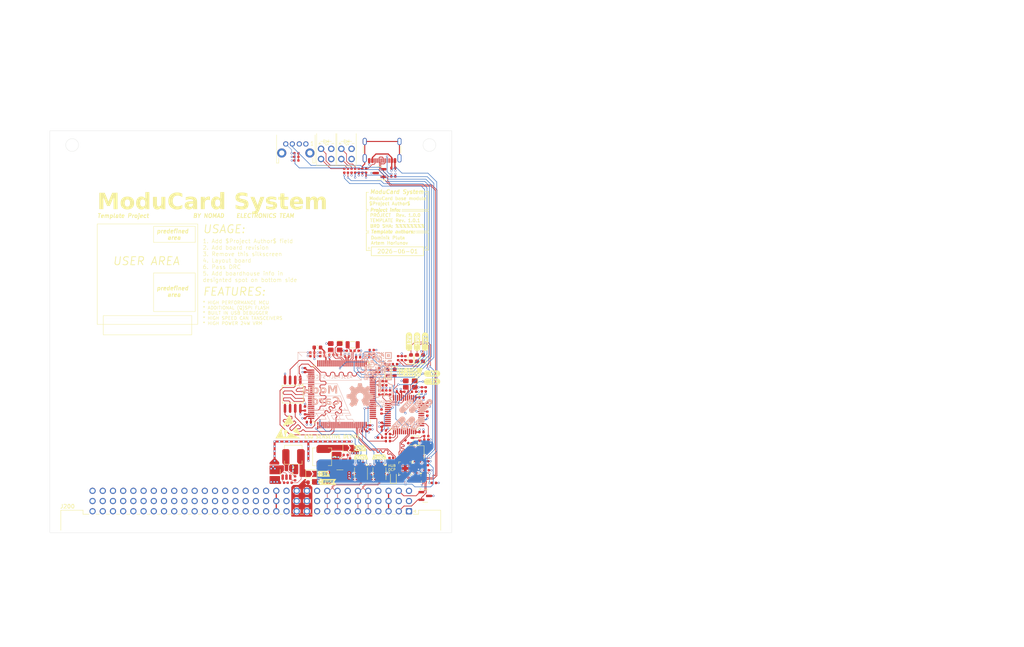
<source format=kicad_pcb>
(kicad_pcb (version 20240108) (generator "pcbnew") (generator_version "8.0")
  (title_block (title "ModuCard base module") (date "2025-02-25") (rev "1.0.1") (company "KoNaR") (comment 1 "Base project author: Dominik Pluta Artem Horiunov") (comment 2 "$Project Author$") (comment 3 "Project author"))
  (layers (0 "F.Cu" signal) (1 "In1.Cu" signal) (2 "In2.Cu" signal) (31 "B.Cu" signal) (34 "B.Paste" user) (35 "F.Paste" user) (36 "B.SilkS" user "B.Silkscreen") (37 "F.SilkS" user "F.Silkscreen") (38 "B.Mask" user) (39 "F.Mask" user) (44 "Edge.Cuts" user))
  (property "SHEETTOTAL" "5")
  (net 0 "")
  (net 1 "+3V3")
  (net 2 "GND")
  (net 3 "/ST-LINK/STLINK-RST")
  (net 4 "/ST-LINK/STLINK-OSC_IN")
  (net 5 "/ST-LINK/STLINK-OSC_OUT")
  (net 6 "+5V")
  (net 7 "/ST-LINK/LED")
  (net 8 "/MCU/OSC_IN")
  (net 9 "/ST-LINK/STLINK-BOOT0")
  (net 10 "/MCU/OSC_OUT")
  (net 11 "/MCU/BOOT0")
  (net 12 "/MCU/NRST")
  (net 13 "/ST-LINK/DIO")
  (net 14 "/ST-LINK/CLK")
  (net 15 "+12V_FUSED")
  (net 16 "/ST-LINK/STLINK_RX")
  (net 17 "/ST-LINK/USB_RENUM")
  (net 18 "Net-(U302-3V3)")
  (net 19 "/USB/VBUS_IN")
  (net 20 "/ST-LINK/STLINK_TX")
  (net 21 "/Backplane/GPIOC0")
  (net 22 "/MCU/USR_BUTTON")
  (net 23 "/ST-LINK/SWO")
  (net 24 "Net-(D700-Pad2)")
  (net 25 "Net-(D701-Pad1)")
  (net 26 "Net-(Q700-B)")
  (net 27 "Net-(Q700-E)")
  (net 28 "/MCU/SWD.~{RST}")
  (net 29 "Net-(U500-STB)")
  (net 30 "Net-(U600-STB)")
  (net 31 "/MCU/SWD.SWCLK")
  (net 32 "/ST-LINK/ST-LINK.D+")
  (net 33 "/MCU/SWD.SWDIO")
  (net 43 "Net-(D301-Pad1)")
  (net 57 "/MCU/QSPI1.SCLK")
  (net 67 "/MCU/QSPI1.IO3")
  (net 70 "/MCU/USB_MCU.D-")
  (net 71 "/USB/USB2S.D-")
  (net 72 "Net-(U302-PGANG)")
  (net 73 "/MCU/USB_MCU.D+")
  (net 74 "/USB/USB2S.D+")
  (net 75 "/USB-hub/USB_MCU_R.D-")
  (net 76 "/ST-LINK/ST-LINK.D-")
  (net 77 "/USB-hub/USB_MCU_R.D+")
  (net 78 "/Backplane/BACKPLANE.D+")
  (net 79 "/Backplane/BACKPLANE.D-")
  (net 80 "/MCU/QSPI1.CS")
  (net 81 "/MCU/I2C1.SDA")
  (net 82 "/USB-hub/USBOUT1_R.D-")
  (net 83 "/USB-hub/USBOUT1_R.D+")
  (net 84 "+12V")
  (net 85 "Net-(U700-PA0)")
  (net 86 "Net-(U700-PA5)")
  (net 87 "Net-(U700-PC13)")
  (net 88 "Net-(U700-PC14)")
  (net 89 "Net-(U700-PB0)")
  (net 91 "Net-(U700-PB14)")
  (net 92 "Net-(U700-PB12)")
  (net 93 "Net-(U700-PB13)")
  (net 95 "/USB-hub/USBIN1.D+")
  (net 96 "Net-(U302-XO)")
  (net 97 "Net-(U302-XI)")
  (net 99 "/USB-hub/USBIN1.D-")
  (net 100 "/Backplane/GPIOL5")
  (net 101 "/Backplane/CAN1.+")
  (net 102 "/Backplane/CAN2.-")
  (net 103 "/Backplane/GPIOL3")
  (net 104 "/Backplane/CAN2.+")
  (net 105 "/Backplane/GPIOL6")
  (net 106 "/Backplane/GPIOR8")
  (net 107 "/Backplane/GPIOL2")
  (net 108 "/Backplane/GPIOR0")
  (net 109 "/Backplane/GPIOR3")
  (net 110 "/MCU/QSPI1.IO0")
  (net 111 "/Backplane/GPIOR15")
  (net 112 "/Backplane/GPIOL10")
  (net 113 "/Backplane/GPIOL12")
  (net 114 "/Backplane/GPIOC9")
  (net 115 "/Backplane/GPIOR5")
  (net 116 "/Backplane/GPIOR2")
  (net 117 "/MCU/OSC32_OUT")
  (net 118 "/MCU/QSPI1.IO2")
  (net 120 "/Backplane/CAN1.-")
  (net 121 "/MCU/QSPI1.IO1")
  (net 122 "/Backplane/GPIOL9")
  (net 123 "/Backplane/GPIOL0")
  (net 124 "/MCU/I2C1.SCL")
  (net 125 "/Backplane/GPIOL14")
  (net 126 "/Backplane/GPIOL11")
  (net 127 "/Backplane/GPIOC4")
  (net 128 "/Backplane/GPIOL8")
  (net 129 "/MCU/BOOT_EN")
  (net 131 "/Backplane/GPIOC11")
  (net 132 "/Backplane/GPIOR6")
  (net 133 "/Backplane/GPIOR1")
  (net 134 "/Backplane/GPIOR11")
  (net 136 "/Backplane/GPIOL15")
  (net 137 "/Backplane/GPIOR4")
  (net 138 "/Backplane/GPIOL13")
  (net 139 "/Backplane/GPIOC6")
  (net 140 "/Backplane/GPIOC10")
  (net 141 "/Backplane/GPIOL7")
  (net 142 "/Backplane/GPIOR9")
  (net 143 "/MCU/OSC32_IN")
  (net 144 "/Backplane/GPIOC15")
  (net 145 "/Backplane/GPIOR10")
  (net 164 "/Backplane/GPIOC3")
  (net 165 "+24V")
  (net 166 "/Backplane/GPIOC2")
  (net 167 "/Backplane/GPIOR12")
  (net 168 "/Backplane/GPIOL4")
  (net 169 "/Backplane/GPIOC7")
  (net 170 "/Backplane/GPIOC12")
  (net 171 "/Backplane/GPIOC8")
  (net 172 "/Backplane/GPIOC14")
  (net 173 "/Backplane/GPIOC1")
  (net 174 "/Backplane/GPIOC13")
  (net 175 "/Backplane/GPIOL1")
  (net 176 "/Backplane/GPIOR7")
  (net 177 "/Backplane/GPIOC5")
  (net 178 "/Backplane/GPIOR13")
  (net 179 "/Backplane/GPIOR14")
  (net 181 "/MCU/VCAP_2")
  (net 185 "/MCU/VCAP_1")
  (net 187 "/CAN transceiver 1/CAN.TX")
  (net 205 "/CAN transceiver 1/CAN.RX")
  (net 206 "/CAN transceiver 2/CAN.TX")
  (net 207 "/CAN transceiver 2/CAN.RX")
  (net 208 "Net-(D400-Pad1)")
  (net 209 "/USB/CC1")
  (net 210 "/USB/CC2")
  (net 211 "Net-(J800-SHIELD)")
  (net 214 "Net-(U801-SEL)")
  (net 215 "Net-(U801-~{OE})")
  (net 216 "/Power/SW_5V0")
  (net 217 "/Power/VBST_5V0")
  (net 218 "/Power/VBST_3V3")
  (net 219 "/Power/SW_3V3")
  (net 220 "/Power/FB_5V0")
  (net 221 "/Power/FB_3V3")
  (net 224 "/MCU/USR_BTN")
  (net 225 "/MCU/USER_LED_1")
  (net 226 "/MCU/USER_LED_2")
  (net 227 "/MCU/STATUS_LED")
  (net 228 "Net-(LED300-Pad1)")
  (net 229 "Net-(LED300-Pad3)")
  (net 230 "Net-(LED301-Pad1)")
  (net 231 "Net-(LED301-Pad3)")
  (net 232 "Net-(D401-Pad1)")
  (net 233 "Net-(D402-Pad1)")
  (net 234 "+5V_STDBY")
  (net 235 "/Power/+5V_UNPROTEC")
  (net 236 "/Power/+3V3_UNPROTEC")
  (net 237 "/MCU/+VDDA")
  (footprint "kibuzzard-67B37005" (layer "F.Cu") (at 132.75 103.775 90)
    (property "Reference" "kibuzzard-67B37005" (hide yes))
    (property "Value" "G***" (hide yes))
  )
  (footprint "Inductor_SMD:L_Changjiang_FXL0420" (layer "F.Cu") (at 107.12072 132.421542 90)
    (property "Reference" "L301" (hide yes))
    (property "Value" "3.3uH")
  )
  (footprint "kibuzzard-67B643DE" (layer "F.Cu") (at 116.77 132.485001)
    (property "Reference" "kibuzzard-67B643DE" (hide yes))
    (property "Value" "G***" (hide yes))
  )
  (footprint "Jumper:SolderJumper-2_P1.3mm_Open_TrianglePad1.0x1.5mm" (layer "F.Cu") (at 104.45 136.675)
    (property "Reference" "JP300" (hide yes))
    (property "Value" "Test Buck Vout" (hide yes))
  )
  (footprint "TestPoint:TestPoint_Pad_D1.0mm" (layer "F.Cu") (at 132.75 105.325)
    (property "Reference" "TP302" (hide yes))
    (property "Value" "TestPoint")
  )
  (footprint "FixLed307:FixLed307" (layer "F.Cu") (at 108.15 55.785)
    (property "Reference" "LED300" (hide yes))
    (property "Value" "FixLed307")
  )
  (footprint "PCM_JLCPCB:R_0402" (layer "F.Cu") (at 126.85 132.125 -90)
    (property "Reference" "R903" (hide yes))
    (property "Value" "22Ω" (hide yes))
  )
  (footprint "PCM_JLCPCB:R_0402" (layer "F.Cu") (at 126.7 138.375 180)
    (property "Reference" "R308" (hide yes))
    (property "Value" "1kΩ" (hide yes))
  )
  (footprint "Package_TO_SOT_SMD:SOT-23" (layer "F.Cu") (at 121.45 61.815001 180)
    (property "Reference" "U802" (hide yes))
    (property "Value" "PESD5V0S2BT")
  )
  (footprint "PCM_JLCPCB:C_0402" (layer "F.Cu") (at 119.1 137.575 90)
    (property "Reference" "C501" (hide yes))
    (property "Value" "100nF")
  )
  (footprint "PCM_JLCPCB:R_0402" (layer "F.Cu") (at 123.5 128.525)
    (property "Reference" "R716" (hide yes))
    (property "Value" "22Ω" (hide yes))
  )
  (footprint "PCM_JLCPCB:R_0402" (layer "F.Cu") (at 114.07072 133.321542 -90)
    (property "Reference" "R306" (hide yes))
    (property "Value" "33k2" (hide yes))
  )
  (footprint "PCM_JLCPCB:D_0603" (layer "F.Cu") (at 124.85 137.575 90)
    (property "Reference" "D301" (hide yes))
    (property "Value" "Red")
  )
  (footprint "PCM_JLCPCB:FB_0603" (layer "F.Cu") (at 105.95 105.225 180)
    (property "Reference" "FB400" (hide yes))
    (property "Value" "~")
  )
  (footprint "PCM_JLCPCB:C_0402" (layer "F.Cu") (at 114.55 137.575 90)
    (property "Reference" "C601" (hide yes))
    (property "Value" "100nF")
  )
  (footprint "PCM_JLCPCB:R_0402" (layer "F.Cu") (at 97.15 138.871508 180)
    (property "Reference" "R301" (hide yes))
    (property "Value" "10kΩ" (hide yes))
  )
  (footprint "PCM_JLCPCB:C_0402" (layer "F.Cu") (at 104.7 106.475 180)
    (property "Reference" "C408" (hide yes))
    (property "Value" "10uF")
  )
  (footprint "PCM_JLCPCB:R_0402" (layer "F.Cu") (at 119.1 135.425 90)
    (property "Reference" "R600" (hide yes))
    (property "Value" "10kΩ" (hide yes))
  )
  (footprint "kibuzzard-67B2198C" (layer "F.Cu") (at 134.5 111.725)
    (property "Reference" "kibuzzard-67B2198C" (hide yes))
    (property "Value" "G***" (hide yes))
  )
  (footprint "PCM_JLCPCB:C_0402" (layer "F.Cu") (at 116.075 107.65)
    (property "Reference" "C400" (hide yes))
    (property "Value" "10uF")
  )
  (footprint "kibuzzard-67B643EE" (layer "F.Cu") (at 121.37 132.485001)
    (property "Reference" "kibuzzard-67B643EE" (hide yes))
    (property "Value" "G***" (hide yes))
  )
  (footprint "PCM_JLCPCB:C_0402" (layer "F.Cu") (at 113.75 106.025 180)
    (property "Reference" "C313" (hide yes))
    (property "Value" "18pF")
  )
  (footprint "PCM_JLCPCB:R_0402" (layer "F.Cu") (at 124.85 62.675)
    (property "Reference" "R801" (hide yes))
    (property "Value" "5.1kΩ" (hide yes))
  )
  (footprint "PCM_JLCPCB:C_0402" (layer "F.Cu") (at 116.8 134.025 180)
    (property "Reference" "C600" (hide yes))
    (property "Value" "100nF")
  )
  (footprint "PCM_JLCPCB:C_0402" (layer "F.Cu") (at 107.175 107.375 180)
    (property "Reference" "C407" (hide yes))
    (property "Value" "100nF")
  )
  (footprint "PCM_JLCPCB:C_0402" (layer "F.Cu") (at 115.7 106.025)
    (property "Reference" "C314" (hide yes))
    (property "Value" "18pF")
  )
  (footprint "Package_DFN_QFN:UQFN-10_1.4x1.8mm_P0.4mm" (layer "F.Cu") (at 132.65 137.8)
    (property "Reference" "U801" (hide yes))
    (property "Value" "FSUSB42UMX")
  )
  (footprint "kibuzzard-67B6438D" (layer "F.Cu") (at 116.77 130.285001)
    (property "Reference" "kibuzzard-67B6438D" (hide yes))
    (property "Value" "G***" (hide yes))
  )
  (footprint "TestPoint:TestPoint_Pad_D1.0mm" (layer "F.Cu") (at 133.25 113.725 90)
    (property "Reference" "TP701" (hide yes))
    (property "Value" "TestPoint")
  )
  (footprint "PCM_JLCPCB:C_0603" (layer "F.Cu") (at 94.646542 136.991059 -90)
    (property "Reference" "C304" (hide yes))
    (property "Value" "10uF")
  )
  (footprint "PCM_JLCPCB:C_0402" (layer "F.Cu") (at 96.09 134.571508 -90)
    (property "Reference" "C305" (hide yes))
    (property "Value" "100nF")
  )
  (footprint "PCM_JLCPCB:R_0402" (layer "F.Cu") (at 119.45 107.645 180)
    (property "Reference" "R404" (hide yes))
    (property "Value" "100Ω" (hide yes))
  )
  (footprint "Package_TO_SOT_SMD:SOT-23-6" (layer "F.Cu") (at 111.55 134.11805)
    (property "Reference" "U301" (hide yes))
    (property "Value" "TPS563201DDCR" (hide yes))
  )
  (footprint "PCM_JLCPCB:C_0402" (layer "F.Cu") (at 121.4 134.025 180)
    (property "Reference" "C500" (hide yes))
    (property "Value" "100nF")
  )
  (footprint "kibuzzard-67B20BD5" (layer "F.Cu") (at 129.2 111.375)
    (property "Reference" "kibuzzard-67B20BD5" (hide yes))
    (property "Value" "G***" (hide yes))
  )
  (footprint "PCM_JLCPCB:R_0402" (layer "F.Cu") (at 127.75 132.125 -90)
    (property "Reference" "R902" (hide yes))
    (property "Value" "22Ω" (hide yes))
  )
  (footprint "PCM_JLCPCB:D_0603" (layer "F.Cu") (at 129.24 107.875 90)
    (property "Reference" "D400" (hide yes))
    (property "Value" "Green")
  )
  (footprint "Package_TO_SOT_SMD:SOT-23" (layer "F.Cu") (at 132.77 142.162501)
    (property "Reference" "U200" (hide yes))
    (property "Value" "PESD5V0S2BT")
  )
  (footprint "PCM_JLCPCB:R_0402" (layer "F.Cu") (at 121.325 116.425 -90)
    (property "Reference" "R700" (hide yes))
    (property "Value" "100kΩ" (hide yes))
  )
  (footprint "PCM_JLCPCB:R_0402" (layer "F.Cu") (at 100.7284 58.685001)
    (property "Reference" "R405" (hide yes))
    (property "Value" "10kΩ" (hide yes))
  )
  (footprint "PCM_JLCPCB:R_0402" (layer "F.Cu") (at 114.45 61.225 90)
    (property "Reference" "R409" (hide yes))
    (property "Value" "120Ω" (hide yes))
  )
  (footprint "PCM_JLCPCB:R_0402" (layer "F.Cu") (at 113.55 61.225 90)
    (property "Reference" "R400" (hide yes))
    (property "Value" "1.2kΩ" (hide yes))
  )
  (footprint "PCM_JLCPCB:R_0402" (layer "F.Cu") (at 126.95 107.875 90)
    (property "Reference" "R411" (hide yes))
    (property "Value" "470Ω" (hide yes))
  )
  (footprint "PCM_JLCPCB:C_0402" (layer "F.Cu") (at 123.1 114.1 -90)
    (property "Reference" "C410" (hide yes))
    (property "Value" "4.7uF")
  )
  (footprint "PCM_JLCPCB:D_0603" (layer "F.Cu") (at 125.175 111.45 -90)
    (property "Reference" "D701" (hide yes))
    (property "Value" "Green")
  )
  (footprint "kibuzzard-67B63E8D" (layer "F.Cu") (at 108.37 138.685001)
    (property "Reference" "kibuzzard-67B63E8D" (hide yes))
    (property "Value" "G***" (hide yes))
  )
  (footprint "PCM_JLCPCB:R_0402" (layer "F.Cu") (at 124 116.425 -90)
    (property "Reference" "R701" (hide yes))
    (property "Value" "10kΩ" (hide yes))
  )
  (footprint "PCM_JLCPCB:C_0402" (layer "F.Cu") (at 121.275 110.85 -90)
    (property "Reference" "C405" (hide yes))
    (property "Value" "100nF")
  )
  (footprint "PCM_JLCPCB:C_0603" (layer "F.Cu") (at 101.4 136.171508 180)
    (property "Reference" "C301" (hide yes))
    (property "Value" "10uF")
  )
  (footprint "PCM_JLCPCB:C_0402" (layer "F.Cu") (at 100.4 137.781508 90)
    (property "Reference" "C300" (hide yes))
    (property "Value" "100nF")
  )
  (footprint "PCM_JLCPCB:D_0603" (layer "F.Cu") (at 132.24 107.875 90)
    (property "Reference" "D402" (hide yes))
    (property "Value" "Green")
  )
  (footprint "PCM_JLCPCB:CRYSTAL-SMD_4P-L3.2-W2.5-BL" (layer "F.Cu") (at 129.05 114.325 180)
    (property "Reference" "Y700" (hide yes))
    (property "Value" "8 MHz")
  )
  (footprint "Package_QFP:LQFP-48_7x7mm_P0.5mm" (layer "F.Cu") (at 127.65 121.925 -90)
    (property "Reference" "U700" (hide yes))
    (property "Value" "STM32F103CBTx")
  )
  (footprint "TestPoint:TestPoint_Pad_D1.0mm" (layer "F.Cu") (at 133.25 111.725 90)
    (property "Reference" "TP700" (hide yes))
    (property "Value" "TestPoint")
  )
  (footprint "PCM_JLCPCB:R_0402" (layer "F.Cu") (at 123.35 109.375)
    (property "Reference" "R707" (hide yes))
    (property "Value" "10kΩ" (hide yes))
  )
  (footprint "kibuzzard-67B37472" (layer "F.Cu") (at 130.75 103.775 90)
    (property "Reference" "kibuzzard-67B37472" (hide yes))
    (property "Value" "G***" (hide yes))
  )
  (footprint "Package_QFP:LQFP-100_14x14mm_P0.5mm" (layer "F.Cu") (at 112.075 116.85 -90)
    (property "Reference" "U400" (hide yes))
    (property "Value" "STM32H750VBTx")
  )
  (footprint "PCM_JLCPCB:C_0402" (layer "F.Cu") (at 104.7 107.375 180)
    (property "Reference" "C409" (hide yes))
    (property "Value" "100nF")
  )
  (footprint "PCM_JLCPCB:C_0402" (layer "F.Cu") (at 128.1 116.235 180)
    (property "Reference" "C708" (hide yes))
    (property "Value" "33pF" (hide yes))
  )
  (footprint "PCM_JLCPCB:R_0402" (layer "F.Cu") (at 132.9 115.625 -90)
    (property "Reference" "R705" (hide yes))
    (property "Value" "10kΩ" (hide yes))
  )
  (footprint "PCM_JLCPCB:R_0402" (layer "F.Cu") (at 114.07072 135.221542 -90)
    (property "Reference" "R307" (hide yes))
    (property "Value" "10kΩ" (hide yes))
  )
  (footprint "PCM_JLCPCB:R_0402" (layer "F.Cu") (at 133.05 128.175)
    (property "Reference" "R711" (hide yes))
    (property "Value" "39kΩ" (hide yes))
  )
  (footprint "PCM_JLCPCB:R_0402" (layer "F.Cu") (at 133.05 127.275)
    (property "Reference" "R710" (hide yes))
    (property "Value" "100Ω" (hide yes))
  )
  (footprint "PCM_JLCPCB:R_0402" (layer "F.Cu") (at 123.5 127.65)
    (property "Reference" "R715" (hide yes))
    (property "Value" "22Ω" (hide yes))
  )
  (footprint "PCM_JLCPCB:C_0402" (layer "F.Cu") (at 116.25 61.225 -90)
    (property "Reference" "C801" (hide yes))
    (property "Value" "100nF")
  )
  (footprint "TestPoint:TestPoint_Pad_D1.0mm" (layer "F.Cu") (at 128.75 105.325)
    (property "Reference" "TP300" (hide yes))
    (property "Value" "TestPoint")
  )
  (footprint "PCM_JLCPCB:C_0402" (layer "F.Cu") (at 102.875 110.85 90)
    (property "Reference" "C402" (hide yes))
    (property "Value" "100nF")
  )
  (footprint "Jumper:SolderJumper-2_P1.3mm_Open_TrianglePad1.0x1.5mm" (layer "F.Cu") (at 113.69572 130.225)
    (property "Reference" "JP301" (hide yes))
    (property "Value" "Test Buck Vout")
  )
  (footprint "Connector_USB:USB_C_Receptacle_GCT_USB4105-xx-A_16P_TopMnt_Horizontal" (layer "F.Cu") (at 122.05 55.035 180)
    (property "Reference" "J800" (hide yes))
    (property "Value" "USB_C_Receptacle_USB2.0_16P")
  )
  (footprint "PCM_JLCPCB:C_0402" (layer "F.Cu") (at 109.77072 136.281542)
    (property "Reference" "C311" (hide yes))
    (property "Value" "100nF")
  )
  (footprint "kibuzzard-67B219C6" (layer "F.Cu") (at 134.5 113.725)
    (property "Reference" "kibuzzard-67B219C6" (hide yes))
    (property "Value" "G***" (hide yes))
  )
  (footprint "TestPoint:TestPoint_Pad_D1.0mm" (layer "F.Cu") (at 130.75 105.325)
    (property "Reference" "TP301" (hide yes))
    (property "Value" "TestPoint")
  )
  (footprint "PCM_JLCPCB:C_0402" (layer "F.Cu") (at 130 116.225)
    (property "Reference" "C707" (hide yes))
    (property "Value" "33pF")
  )
  (footprint "PCM_JLCPCB:R_0402" (layer "F.Cu") (at 123.9 133.225 -90)
    (property "Reference" "R901" (hide yes))
    (property "Value" "22Ω" (hide yes))
  )
  (footprint "PCM_JLCPCB:R_0402" (layer "F.Cu") (at 133.05 129.075 180)
    (property "Reference" "R709" (hide yes))
    (property "Value" "10kΩ" (hide yes))
  )
  (footprint "PCM_JLCPCB:R_0402" (layer "F.Cu") (at 117.15 61.225 -90)
    (property "Reference" "R805" (hide yes))
    (property "Value" "330Ω" (hide yes))
  )
  (footprint "PCM_JLCPCB:R_0402" (layer "F.Cu") (at 118.05 61.225 -90)
    (property "Reference" "R800" (hide yes))
    (property "Value" "5.1kΩ" (hide yes))
  )
  (footprint "PCM_JLCPCB:C_0603" (layer "F.Cu") (at 112.20072 136.481542)
    (property "Reference" "C310" (hide yes))
    (property "Value" "10uF")
  )
  (footprint "PCM_JLCPCB:R_0402" (layer "F.Cu") (at 122.2 114.1 -90)
    (property "Reference" "R402" (hide yes))
    (property "Value" "10kΩ" (hide yes))
  )
  (footprint "PCM_JLCPCB:R_0402" (layer "F.Cu") (at 133.3 121.675 90)
    (property "Reference" "R702" (hide yes))
    (property "Value" "100kΩ" (hide yes))
  )
  (footprint "PCM_JLCPCB:C_0603" (layer "F.Cu") (at 112.190271 137.725)
    (property "Reference" "C309" (hide yes))
    (property "Value" "10uF")
  )
  (footprint "PCM_JLCPCB:C_0402" (layer "F.Cu") (at 130.45 134.075 90)
    (property "Reference" "C900" (hide yes))
    (property "Value" "100nF")
  )
  (footprint "PCM_JLCPCB:C_0402" (layer "F.Cu") (at 118.975 125.1 -90)
    (property "Reference" "C404" (hide yes))
    (property "Value" "100nF")
  )
  (footprint "PCM_JLCPCB:R_0402" (layer "F.Cu") (at 132.55 134.025 -90)
    (property "Reference" "R802" (hide yes))
    (property "Value" "10kΩ" (hide yes))
  )
  (footprint "PCM_JLCPCB:C_0402" (layer "F.Cu") (at 131.85 117.625)
    (property "Reference" "C701" (hide yes))
    (property "Value" "100nF")
  )
  (footprint "PCM_JLCPCB:R_0402" (layer "F.Cu") (at 99.05 138.871508 180)
    (property "Reference" "R300" (hide yes))
    (property "Value" "54k9" (hide yes))
  )
  (footprint "Connector_DIN:DIN41612_R_3x32_Female_Horizontal_THT" (layer "F.Cu") (at 128.74 145.975 180)
    (property "Reference" "J200")
    (property "Value" "09031967921")
  )
  (footprint "PCM_JLCPCB:C_0402" (layer "F.Cu") (at 122.5 125.875)
    (property "Reference" "C700" (hide yes))
    (property "Value" "1uF")
  )
  (footprint "PCM_JLCPCB:R_0402" (layer "F.Cu") (at 123.65 137.575 90)
    (property "Reference" "R500" (hide yes))
    (property "Value" "10kΩ" (hide yes))
  )
  (footprint "PCM_JLCPCB:C_0402" (layer "F.Cu") (at 107.175 106.475 180)
    (property "Reference" "C406" (hide yes))
    (property "Value" "10uF")
  )
  (footprint "PCM_JLCPCB:C_0402" (layer "F.Cu") (at 109.425 107.025 180)
    (property "Reference" "C411" (hide yes))
    (property "Value" "22pF")
  )
  (footprint "PCM_JLCPCB:C_0402" (layer "F.Cu") (at 133.29 119.4225 -90)
    (property "Reference" "C704" (hide yes))
    (property "Value" "100nF" (hide yes))
  )
  (footprint "PCM_JLCPCB:C_0402" (layer "F.Cu") (at 131.35 134.075 90)
    (property "Reference" "C902" (hide yes))
    (property "Value" "10uF")
  )
  (footprint "PCM_JLCPCB:C_0402" (layer "F.Cu") (at 133.15 135.775)
    (property "Reference" "C312" (hide yes))
    (property "Value" "100nF")
  )
  (footprint "PCM_JLCPCB:C_0402" (layer "F.Cu") (at 122.01 124.4275 90)
    (property "Reference" "C702" (hide yes))
    (property "Value" "100nF" (hide yes))
  )
  (footprint "PCM_JLCPCB:R_0402" (layer "F.Cu") (at 131.95 115.625 -90)
    (property "Reference" "R706" (hide yes))
    (property "Value" "10kΩ" (hide yes))
  )
  (footprint "PCM_JLCPCB:R_0402" (layer "F.Cu") (at 133.45 134.025 90)
    (property "Reference" "R803" (hide yes))
    (property "Value" "22kΩ" (hide yes))
  )
  (footprint "PCM_JLCPCB:C_0603" (layer "F.Cu") (at 110.108674 130.971542 -90)
    (property "Reference" "C307" (hide yes))
    (property "Value" "22uF")
  )
  (footprint "PCM_JLCPCB:C_0402" (layer "F.Cu") (at 112.98072 131.971542 180)
    (property "Reference" "C306" (hide yes))
    (property "Value" "100nF")
  )
  (footprint "PCM_JLCPCB:R_0402" (layer "F.Cu") (at 121.3 114.1 90)
    (property "Reference" "R401" (hide yes))
    (property "Value" "1kΩ" (hide yes))
  )
  (footprint "PCM_JLCPCB:F_0603" (layer "F.Cu") (at 104.4 138.775)
    (property "Reference" "F300" (hide yes))
    (property "Value" "1.5A")
  )
  (footprint "PCM_JLCPCB:R_0402" (layer "F.Cu") (at 123.5 126.775)
    (property "Reference" "R714" (hide yes))
    (property "Value" "100Ω" (hide yes))
  )
  (footprint "kibuzzard-67B643AC" (layer "F.Cu") (at 107.569999 136.661405)
    (property "Reference" "kibuzzard-67B643AC" (hide yes))
    (property "Value" "G***" (hide yes))
  )
  (footprint "PCM_JLCPCB:R_0402" (layer "F.Cu") (at 124.8 133.225 -90)
    (property "Reference" "R900" (hide yes))
    (property "Value" "22Ω" (hide yes))
  )
  (footprint "PCM_JLCPCB:C_0402" (layer "F.Cu") (at 117.575 126.05)
    (property "Reference" "C414" (hide yes))
    (property "Value" "2.2uF")
  )
  (footprint "TL2243:TL2243" (layer "F.Cu") (at 100.58 56.825)
    (property "Reference" "SW400" (hide yes))
    (property "Value" "TL2243")
  )
  (footprint "Package_SON:HVSON-8-1EP_3x3mm_P0.65mm_EP1.6x2.4mm" (layer "F.Cu") (at 116.8 136.625 -90)
    (property "Reference" "U600" (hide yes))
    (property "Value" "TJA1044GTK_3Z")
  )
  (footprint "PCM_JLCPCB:FC-135R_L3.2-W1.5" (layer "F.Cu") (at 114.725 104.55)
    (property "Reference" "X300" (hide yes))
    (property "Value" "Q13FC1350000400")
  )
  (footprint "PCM_JLCPCB:R_0402" (layer "F.Cu") (at 100.7284 56.885001 180)
    (property "Reference" "R406" (hide yes))
    (property "Value" "100Ω" (hide yes))
  )
  (footprint "PCM_JLCPCB:R_0402" (layer "F.Cu") (at 126.05 107.875 90)
    (property "Reference" "R412" (hide yes))
    (property "Value" "220Ω" (hide yes))
  )
  (footprint "PCM_JLCPCB:C_0402" (layer "F.Cu") (at 122.2 116.425 90)
    (property "Reference" "C706" (hide yes))
    (property "Value" "100nF")
  )
  (footprint "PCM_JLCPCB:C_0402" (layer "F.Cu") (at 124.85 60.525)
    (property "Reference" "C800" (hide yes))
    (property "Value" "100nF")
  )
  (footprint "PCM_JLCPCB:C_0603" (layer "F.Cu") (at 101.4 134.909462 180)
    (property "Reference" "C302" (hide yes))
    (property "Value" "10uF")
  )
  (footprint "PCM_JLCPCB:C_0402" (layer "F.Cu") (at 113.325 107.475)
    (property "Reference" "C401" (hide yes))
    (property "Value" "100nF")
  )
  (footprint "PCM_JLCPCB:C_0402" (layer "F.Cu") (at 126.2 116.235)
    (property "Reference" "C705" (hide yes))
    (property "Value" "100nF" (hide yes))
  )
  (footprint "PCM_JLCPCB:R_0402" (layer "F.Cu") (at 128.2 128.675 135)
    (property "Reference" "R712" (hide yes))
    (property "Value" "1.2kΩ" (hide yes))
  )
  (footprint "kibuzzard-67B37418" (layer "F.Cu") (at 128.75 103.775 90)
    (property "Reference" "kibuzzard-67B37418" (hide yes))
    (property "Value" "G***" (hide yes))
  )
  (footprint "PCM_JLCPCB:CRYSTAL-SMD_4P-L3.2-W2.5-BL" (layer "F.Cu") (at 110.375 105.05 180)
    (property "Reference" "X400" (hide yes))
    (property "Value" "X322512MSB4SI")
  )
  (footprint "PCM_JLCPCB:R_0402" (layer "F.Cu") (at 121.9 121.175 -90)
    (property "Reference" "R708" (hide yes))
    (property "Value" "22Ω" (hide yes))
  )
  (footprint "PCM_JLCPCB:C_0402" (layer "F.Cu") (at 103.825 123.75 180)
    (property "Reference" "C403" (hide yes))
    (property "Value" "100nF")
  )
  (footprint "PCM_JLCPCB:R_0402" (layer "F.Cu") (at 127.85 107.875 90)
    (property "Reference" "R410" (hide yes))
    (property "Value" "2.2kΩ" (hide yes))
  )
  (footprint "Crystal:Crystal_SMD_3225-4Pin_3.2x2.5mm" (layer "F.Cu") (at 130.5 131.325 180)
    (property "Reference" "Y900" (hide yes))
    (property "Value" "12Mhz")
  )
  (footprint "Package_SON:HVSON-8-1EP_3x3mm_P0.65mm_EP1.6x2.4mm" (layer "F.Cu") (at 121.4 136.625 -90)
    (property "Reference" "U500" (hide yes))
    (property "Value" "TJA1044GTK_3Z")
  )
  (footprint "PCM_JLCPCB:R_0402" (layer "F.Cu") (at 125.25 109.375)
    (property "Reference" "R713" (hide yes))
    (property "Value" "10kΩ" (hide yes))
  )
  (footprint "PCM_JLCPCB:C_0402" (layer "F.Cu") (at 111.325 107.025)
    (property "Reference" "C412" (hide yes))
    (property "Value" "22pF")
  )
  (footprint "PCM_JLCPCB:C_0402" (layer "F.Cu") (at 119.46 105.865)
    (property "Reference" "C415" (hide yes))
    (property "Value" "100nF")
  )
  (footprint "PCM_JLCPCB:SOIC-8_L5.3-W5.3-P1.27-LS8.0-BL" (layer "F.Cu") (at 99.795 116.85 180)
    (property "Reference" "U100" (hide yes))
    (property "Value" "W25Q128")
  )
  (footprint "PCM_JLCPCB:D_0603" (layer "F.Cu") (at 123.425 111.45 90)
    (property "Reference" "D700" (hide yes))
    (property "Value" "Blue")
  )
  (footprint "PCM_JLCPCB:C_0402" (layer "F.Cu") (at 102.875 122.35 -90)
    (property "Reference" "C413" (hide yes))
    (property "Value" "2.2uF")
  )
  (footprint "Inductor_SMD:L_Changjiang_FXL0420" (layer "F.Cu") (at 99.95 131.921508)
    (property "Reference" "L300" (hide yes))
    (property "Value" "3.3uH")
  )
  (footprint "PCM_JLCPCB:C_0402" (layer "F.Cu") (at 102.85 120.425 90)
    (property "Reference" "C100" (hide yes))
    (property "Value" "100nF")
  )
  (footprint "Package_DFN_QFN:QFN-16-1EP_3x3mm_P0.5mm_EP1.7x1.7mm" (layer "F.Cu") (at 127.8 135.3125 -90)
    (property "Reference" "U302" (hide yes))
    (property "Value" "CH334P")
  )
  (footprint "PCM_JLCPCB:C_0402" (layer "F.Cu") (at 131.85 126.275)
    (property "Reference" "C703" (hide yes))
    (property "Value" "100nF")
  )
  (footprint "PCM_JLCPCB:D_0603" (layer "F.Cu") (at 130.75 107.875 90)
    (property "Reference" "D401" (hide yes))
    (property "Value" "Green")
  )
  (footprint "Symbol:ESD-Logo_6.6x6mm_SilkScreen" (layer "F.Cu") (at 98.77 124.885001)
    (property "Reference" "REF**" (hide yes))
    (property "Value" "ESD-Logo_6.6x6mm_SilkScreen" (hide yes))
  )
  (footprint "PCM_JLCPCB:R_0402" (layer "F.Cu") (at 115.35 61.225 90)
    (property "Reference" "R408" (hide yes))
    (property "Value" "470Ω" (hide yes))
  )
  (footprint "PCM_JLCPCB:R_0402" (layer "F.Cu") (at 119.46 106.765 180)
    (property "Reference" "R403" (hide yes))
    (property "Value" "10kΩ" (hide yes))
  )
  (footprint "PCM_JLCPCB:R_0402" (layer "F.Cu") (at 123.1 116.425 90)
    (property "Reference" "R703" (hide yes))
    (property "Value" "10kΩ" (hide yes))
  )
  (footprint "PCM_JLCPCB:C_0603" (layer "F.Cu") (at 111.37072 130.971542 -90)
    (property "Reference" "C308" (hide yes))
    (property "Value" "22uF")
  )
  (footprint "PCM_JLCPCB:R_0402" (layer "F.Cu") (at 112.65 61.225 90)
    (property "Reference" "R407" (hide yes))
    (property "Value" "1.2kΩ" (hide yes))
  )
  (footprint "PCM_JLCPCB:Q_SOT-323" (layer "F.Cu") (at 130.5 128.375 180)
    (property "Reference" "Q700" (hide yes))
    (property "Value" "MMST3904")
  )
  (footprint "PCM_JLCPCB:C_0402" (layer "F.Cu") (at 130.45 136.025 -90)
    (property "Reference" "C904" (hide yes))
    (property "Value" "1uF")
  )
  (footprint "PCM_JLCPCB:C_0402" (layer "F.Cu") (at 100.7284 57.785001 180)
    (property "Reference" "C416" (hide yes))
    (property "Value" "100nF")
  )
  (footprint "PCM_JLCPCB:R_0402" (layer "F.Cu") (at 134.95 138.925)
    (property "Reference" "R804" (hide yes))
    (property "Value" "10kΩ" (hide yes))
  )
  (footprint "Package_TO_SOT_SMD:SOT-23-6" (layer "F.Cu") (at 98.253492 136.350788 -90)
    (property "Reference" "U300" (hide yes))
    (property "Value" "TPS563201DDCR" (hide yes))
  )
  (footprint "PCM_JLCPCB:C_0603" (layer "F.Cu") (at 95.89 137.001508 -90)
    (property "Reference" "C303" (hide yes))
    (property "Value" "10uF")
  )
  (footprint "FixLed307:FixLed307" (layer "F.Cu") (at 113.2 55.785)
    (property "Reference" "LED301" (hide yes))
    (property "Value" "FixLed307")
  )
  (footprint "PCM_JLCPCB:R_0402" (layer "F.Cu") (at 121.55 127.65)
    (property "Reference" "R704" (hide yes))
    (property "Value" "22Ω" (hide yes))
  )
  (footprint "kibuzzard-67B624A4" (layer "B.Cu") (at 128.07 119.805001 45)
    (property "Reference" "kibuzzard-67B624A4" (hide yes))
    (property "Value" "G***" (hide yes))
  )
  (footprint "TestPoint:TestPoint_Pad_D1.0mm" (layer "B.Cu") (at 127.1 123.175)
    (property "Reference" "TP704" (hide yes))
    (property "Value" "~")
  )
  (footprint "Symbol:OSHW-Symbol_6.7x6mm_SilkScreen" (layer "B.Cu") (at 116.55065 117.085001 180)
    (property "Reference" "REF**" (hide yes))
    (property "Value" "OSHW-Symbol_6.7x6mm_SilkScreen" (hide yes))
  )
  (footprint "TestPoint:TestPoint_Pad_D1.0mm" (layer "B.Cu") (at 131.9 123.175)
    (property "Reference" "TP706" (hide yes))
    (property "Value" "~")
  )
  (footprint "QRcode:KonarQR" (layer "B.Cu") (at 120.97 109.885001 180)
    (property "Reference" "G***" (hide yes))
    (property "Value" "LOGO" (hide yes))
  )
  (footprint "kibuzzard-67B6249A" (layer "B.Cu") (at 130.92 124.145001 -135)
    (property "Reference" "kibuzzard-67B6249A" (hide yes))
    (property "Value" "G***" (hide yes))
  )
  (footprint "TestPoint:TestPoint_Pad_D1.0mm" (layer "B.Cu") (at 129.5 120.775)
    (property "Reference" "TP703" (hide yes))
    (property "Value" "~")
  )
  (footprint "kibuzzard-67B62451" (layer "B.Cu") (at 130.47 119.815001 45)
    (property "Reference" "kibuzzard-67B62451" (hide yes))
    (property "Value" "G***" (hide yes))
  )
  (footprint "kibuzzard-67BE3F52" (layer "B.Cu") (at 132.89 119.785001 45)
    (property "Reference" "kibuzzard-67BE3F52" (hide yes))
    (property "Value" "G***" (hide yes))
  )
  (footprint "TestPoint:TestPoint_Pad_D1.0mm" (layer "B.Cu") (at 127.1 120.775)
    (property "Reference" "TP702" (hide yes))
    (property "Value" "~")
  )
  (footprint "kibuzzard-67B6248A" (layer "B.Cu") (at 128.51 124.165001 -135)
    (property "Reference" "kibuzzard-67B6248A" (hide yes))
    (property "Value" "G***" (hide yes))
  )
  (footprint "kibuzzard-67B62470" (layer "B.Cu") (at 126.12 124.145001 -135)
    (property "Reference" "kibuzzard-67B62470" (hide yes))
    (property "Value" "G***" (hide yes))
  )
  (footprint "TestPoint:TestPoint_Pad_D1.0mm" (layer "B.Cu") (at 129.5 123.175)
    (property "Reference" "TP705" (hide yes))
    (property "Value" "~")
  )
  (gr_line (start 110.673167 122.082759) (end 109.403167 122.082759) (stroke (width 0.1)) (layer "B.SilkS"))
  (gr_circle (center 111.337548 124.475403) (end 111.243977 124.475403) (stroke (width 0.1)) (fill none) (layer "B.SilkS"))
  (gr_line (start 105.720167 121.574759) (end 105.339167 122.336759) (stroke (width 0.1)) (layer "B.SilkS"))
  (gr_line (start 104.069167 121.594858) (end 104.829887 123.58461) (stroke (width 0.1)) (layer "B.SilkS"))
  (gr_line (start 101.22325 114.237001) (end 103.76325 120.841001) (stroke (width 0.1)) (layer "B.SilkS"))
  (gr_line (start 110.419167 121.574759) (end 110.673167 122.082759) (stroke (width 0.1)) (layer "B.SilkS"))
  (gr_line (start 107.371167 121.574759) (end 108.133167 123.098759) (stroke (width 0.1)) (layer "B.SilkS"))
  (gr_line (start 109.911167 123.098759) (end 111.181167 123.098759) (stroke (width 0.1)) (layer "B.SilkS"))
  (gr_line (start 114.302033 122.089869) (end 112.959167 122.082759) (stroke (width 0.1)) (layer "B.SilkS"))
  (gr_arc (start 121.445151 114.097059) (mid 121.028989 114.36484) (end 120.54197 114.452649) (stroke (width 0.2)) (layer "B.SilkS"))
  (gr_line (start 113.467835 123.100168) (end 114.739629 123.098118) (stroke (width 0.1)) (layer "B.SilkS"))
  (gr_line (start 114.036777 121.574883) (end 114.302033 122.089869) (stroke (width 0.1)) (layer "B.SilkS"))
  (gr_circle (center 110.673167 122.082759) (end 110.612619 122.011418) (stroke (width 0.1)) (fill none) (layer "B.SilkS"))
  (gr_line (start 107.752167 122.336759) (end 106.63588 122.336759) (stroke (width 0.1)) (layer "B.SilkS"))
  (gr_line (start 104.059878 121.576282) (end 114.036777 121.574883) (stroke (width 0.1)) (layer "B.SilkS"))
  (gr_circle (center 115.154058 123.953689) (end 115.060487 123.953689) (stroke (width 0.1)) (fill none) (layer "B.SilkS"))
  (gr_line (start 108.133167 121.574759) (end 108.895167 123.098759) (stroke (width 0.1)) (layer "B.SilkS"))
  (gr_line (start 115.87 107.385001) (end 116.87 106.385001) (stroke (width 0.1)) (layer "B.SilkS"))
  (gr_line (start 102.81075 117.285001) (end 111.12925 117.285001) (stroke (width 0.1)) (layer "B.SilkS"))
  (gr_line (start 108.84325 120.841001) (end 110.11325 120.841001) (stroke (width 0.1)) (layer "B.SilkS"))
  (gr_line (start 112.959167 122.082759) (end 113.467835 123.100168) (stroke (width 0.1)) (layer "B.SilkS"))
  (gr_arc (start 121.464552 117.306878) (mid 122.011668 117.13226) (end 122.568259 117.273798) (stroke (width 0.2)) (layer "B.SilkS"))
  (gr_line (start 111.595596 123.95433) (end 111.181167 123.098759) (stroke (width 0.1)) (layer "B.SilkS"))
  (gr_arc (start 122.55311 117.273028) (mid 123.109702 117.131466) (end 123.656817 117.306108) (stroke (width 0.2)) (layer "B.SilkS"))
  (gr_line (start 122.55311 117.273028) (end 122.57 114.085001) (stroke (width 0.2)) (layer "B.SilkS"))
  (gr_arc (start 121.434629 114.097246) (mid 121.981744 113.922604) (end 122.538336 114.064166) (stroke (width 0.2)) (layer "B.SilkS"))
  (gr_line (start 109.09725 120.841001) (end 108.84325 120.333001) (stroke (width 0.1)) (layer "B.SilkS"))
  (gr_line (start 124.53431 117.654027) (end 124.544936 114.470564) (stroke (width 0.2)) (layer "B.SilkS"))
  (gr_rect (start 101.109026 106.39194) (end 116.909025 113.39194) (stroke (width 0.1)) (fill none) (layer "B.SilkS"))
  (gr_line (start 112.14525 120.841001) (end 111.76425 120.841001) (stroke (width 0.1)) (layer "B.SilkS"))
  (gr_line (start 108.641167 123.606759) (end 108.387167 124.114759) (stroke (width 0.1)) (layer "B.SilkS"))
  (gr_line (start 112.186119 118.561051) (end 111.691028 118.558852) (stroke (width 0.1)) (layer "B.SilkS"))
  (gr_line (start 112.90725 120.841001) (end 112.65325 120.333001) (stroke (width 0.1)) (layer "B.SilkS"))
  (gr_line (start 102.109026 107.39194) (end 101.109026 106.39194) (stroke (width 0.1)) (layer "B.SilkS"))
  (gr_line (start 107.57325 120.841001) (end 107.31925 120.333001) (stroke (width 0.1)) (layer "B.SilkS"))
  (gr_line (start 111.38325 120.841001) (end 111.12925 120.333001) (stroke (width 0.1)) (layer "B.SilkS"))
  (gr_line (start 111.689167 123.098759) (end 112.705167 123.098759) (stroke (width 0.1)) (layer "B.SilkS"))
  (gr_line (start 112.14525 120.841001) (end 113.41525 120.841001) (stroke (width 0.1)) (layer "B.SilkS"))
  (gr_arc (start 124.544936 114.470564) (mid 124.060316 114.379385) (end 123.646307 114.111494) (stroke (width 0.2)) (layer "B.SilkS"))
  (gr_line (start 115.154058 123.953689) (end 114.739629 123.098118) (stroke (width 0.1)) (layer "B.SilkS"))
  (gr_line (start 108.133167 123.098759) (end 106.482167 123.098759) (stroke (width 0.1)) (layer "B.SilkS"))
  (gr_arc (start 121.476113 117.307766) (mid 121.039642 117.583499) (end 120.529418 117.662282) (stroke (width 0.2)) (layer "B.SilkS"))
  (gr_line (start 111.591548 123.967403) (end 111.337548 124.475403) (stroke (width 0.1)) (layer "B.SilkS"))
  (gr_arc (start 122.57 114.085001) (mid 123.11191 113.945634) (end 123.646307 114.111494) (stroke (width 0.2)) (layer "B.SilkS"))
  (gr_line (start 104.52525 120.841001) (end 104.27125 120.333001) (stroke (width 0.1)) (layer "B.SilkS"))
  (gr_line (start 113.66925 120.841001) (end 114.036777 121.574883) (stroke (width 0.1)) (layer "B.SilkS"))
  (gr_line (start 102.227663 116.003414) (end 102.722754 116.005613) (stroke (width 0.1)) (layer "B.SilkS"))
  (gr_line (start 105.28725 120.841001) (end 105.03325 120.333001) (stroke (width 0.1)) (layer "B.SilkS"))
  (gr_line (start 104.829887 123.58461) (end 105.591887 123.83861) (stroke (width 0.1)) (layer "B.SilkS"))
  (gr_line (start 104.059878 121.576282) (end 103.76325 120.841001) (stroke (width 0.1)) (layer "B.SilkS"))
  (gr_line (start 102.109585 112.391381) (end 101.109026 113.39194) (stroke (width 0.1)) (layer "B.SilkS"))
  (gr_line (start 107.06525 120.841001) (end 105.79525 120.841001) (stroke (width 0.1)) (layer "B.SilkS"))
  (gr_line (start 112.324167 122.082759) (end 111.181167 122.082759) (stroke (width 0.1)) (layer "B.SilkS"))
  (gr_line (start 110.62125 120.841001) (end 110.36725 120.333001) (stroke (width 0.1)) (layer "B.SilkS"))
  (gr_line (start 105.339167 122.336759) (end 104.069167 121.594858) (stroke (width 0.1)) (layer "B.SilkS"))
  (gr_line (start 108.58925 120.841001) (end 107.06525 120.841001) (stroke (width 0.1)) (layer "B.SilkS"))
  (gr_line (start 115.87 112.385001) (end 116.87 113.385001) (stroke (width 0.1)) (layer "B.SilkS"))
  (gr_circle (center 108.895167 125.130759) (end 108.801596 125.130759) (stroke (width 0.1)) (fill none) (layer "B.SilkS"))
  (gr_line (start 120.529418 117.662875) (end 120.54197 114.452649) (stroke (width 0.2)) (layer "B.SilkS"))
  (gr_circle (center 106.099887 124.60061) (end 106.006316 124.60061) (stroke (width 0.1)) (fill none) (layer "B.SilkS"))
  (gr_line (start 112.14525 120.841001) (end 111.89125 120.333001) (stroke (width 0.1)) (layer "B.SilkS"))
  (gr_line (start 112.070167 121.574759) (end 112.324167 122.082759) (stroke (width 0.1)) (layer "B.SilkS"))
  (gr_line (start 109.403167 122.082759) (end 109.909373 123.100809) (stroke (width 0.1)) (layer "B.SilkS"))
  (gr_line (start 109.85925 120.841001) (end 109.60525 120.333001) (stroke (width 0.1)) (layer "B.SilkS"))
  (gr_line (start 108.895167 123.098759) (end 109.149167 123.606759) (stroke (width 0.1)) (layer "B.SilkS"))
  (gr_line (start 113.66925 120.841001) (end 110.87525 114.237001) (stroke (width 0.1)) (layer "B.SilkS"))
  (gr_line (start 108.84325 120.841001) (end 108.58925 120.841001) (stroke (width 0.1)) (layer "B.SilkS"))
  (gr_line (start 109.149167 123.606759) (end 108.641167 123.606759) (stroke (width 0.1)) (layer "B.SilkS"))
  (gr_circle (center 106.63588 122.336759) (end 106.542309 122.336759) (stroke (width 0.1)) (fill none) (layer "B.SilkS"))
  (gr_line (start 108.387167 124.114759) (end 108.895167 125.130759) (stroke (width 0.1)) (layer "B.SilkS"))
  (gr_line (start 108.33525 120.841001) (end 108.08125 120.333001) (stroke (width 0.1)) (layer "B.SilkS"))
  (gr_line (start 106.04925 120.841001) (end 105.79525 120.333001) (stroke (width 0.1)) (layer "B.SilkS"))
  (gr_line (start 106.81125 120.841001) (end 106.55725 120.333001) (stroke (width 0.1)) (layer "B.SilkS"))
  (gr_line (start 111.181167 123.098759) (end 111.689167 123.098759) (stroke (width 0.1)) (layer "B.SilkS"))
  (gr_line (start 111.181167 122.082759) (end 111.687373 123.100809) (stroke (width 0.1)) (layer "B.SilkS"))
  (gr_line (start 105.591887 123.83861) (end 106.099887 124.60061) (stroke (width 0.1)) (layer "B.SilkS"))
  (gr_line (start 110.87525 114.237001) (end 101.22325 114.237001) (stroke (width 0.1)) (layer "B.SilkS"))
  (gr_line (start 102.227663 116.003414) (end 102.74725 117.285001) (stroke (width 0.1)) (layer "B.SilkS"))
  (gr_line (start 110.927167 121.574759) (end 111.181167 122.082759) (stroke (width 0.1)) (layer "B.SilkS"))
  (gr_line (start 112.186119 118.561051) (end 111.666532 117.279464) (stroke (width 0.1)) (layer "B.SilkS"))
  (gr_line (start 105.720167 121.574759) (end 106.482167 123.098759) (stroke (width 0.1)) (layer "B.SilkS"))
  (gr_line (start 111.12925 117.285001) (end 111.666532 117.279464) (stroke (width 0.1)) (layer "B.SilkS"))
  (gr_arc (start 124.53431 117.654027) (mid 124.058281 117.563798) (end 123.651623 117.300409) (stroke (width 0.2)) (layer "B.SilkS"))
  (gr_line (start 103.76325 120.841001) (end 113.66925 120.841001) (stroke (width 0.1)) (layer "B.SilkS"))
  (gr_circle (center 132.97 67.085001) (end 132.97 67.285001) (stroke (width 0.1)) (fill none) (layer "F.SilkS"))
  (gr_rect (start 65.17 86.685001) (end 75.559631 96.274632) (stroke (width 0.1)) (fill none) (layer "F.SilkS"))
  (gr_rect (start 52.67 97.285) (end 74.67 102.085001) (stroke (width 0.1)) (fill none) (layer "F.SilkS"))
  (gr_line (start 133.595 76.285001) (end 130.345 76.285001) (stroke (width 0.15)) (layer "F.SilkS"))
  (gr_line (start 130.37 76.685001) (end 133.62 76.685001) (stroke (width 0.15)) (layer "F.SilkS"))
  (gr_line (start 118.62 66.605001) (end 118.12 66.605001) (stroke (width 0.15)) (layer "F.SilkS"))
  (gr_line (start 123.57 136.085001) (end 123.97 136.485001) (stroke (width 0.1)) (layer "F.SilkS"))
  (gr_line (start 118.62 71.205001) (end 118.12 71.205001) (stroke (width 0.15)) (layer "F.SilkS"))
  (gr_line (start 118.77 76.685001) (end 118.12 76.685001) (stroke (width 0.15)) (layer "F.SilkS"))
  (gr_line (start 123.97 136.485001) (end 123.97 136.085001) (stroke (width 0.1)) (layer "F.SilkS"))
  (gr_circle (center 132.97 80.285001) (end 132.97 80.485001) (stroke (width 0.1)) (fill none) (layer "F.SilkS"))
  (gr_rect (start 51.17 74.485001) (end 76.17 99.485001) (stroke (width 0.1)) (fill none) (layer "F.SilkS"))
  (gr_line (start 133.62 71.285001) (end 133.62 76.285001) (stroke (width 0.15)) (layer "F.SilkS"))
  (gr_line (start 133.62 76.685001) (end 133.62 80.965001) (stroke (width 0.15)) (layer "F.SilkS"))
  (gr_line (start 118.12 81.085001) (end 119.17 81.085001) (stroke (width 0.15)) (layer "F.SilkS"))
  (gr_line (start 126.97 71.285001) (end 133.595 71.285001) (stroke (width 0.15)) (layer "F.SilkS"))
  (gr_line (start 132.57 66.405001) (end 133.62 66.405001) (stroke (width 0.15)) (layer "F.SilkS"))
  (gr_line (start 118.12 76.285001) (end 118.77 76.285001) (stroke (width 0.15)) (layer "F.SilkS"))
  (gr_line (start 118.12 66.605001) (end 118.12 70.885001) (stroke (width 0.15)) (layer "F.SilkS"))
  (gr_line (start 118.12 70.885001) (end 118.62 70.885001) (stroke (width 0.15)) (layer "F.SilkS"))
  (gr_line (start 118.12 71.205001) (end 118.12 76.285001) (stroke (width 0.15)) (layer "F.SilkS"))
  (gr_line (start 118.12 76.685001) (end 118.12 81.085001) (stroke (width 0.15)) (layer "F.SilkS"))
  (gr_line (start 133.62 66.405001) (end 133.62 70.885001) (stroke (width 0.15)) (layer "F.SilkS"))
  (gr_rect (start 65.175185 75.085001) (end 75.564816 79.074632) (stroke (width 0.1)) (fill none) (layer "F.SilkS"))
  (gr_rect (start 119.37 80.185001) (end 132.37 82.385001) (stroke (width 0.15)) (fill none) (layer "F.SilkS"))
  (gr_line (start 133.62 80.965001) (end 132.57 80.965001) (stroke (width 0.15)) (layer "F.SilkS"))
  (gr_circle (center 118.77 80.485001) (end 118.77 80.685001) (stroke (width 0.1)) (fill none) (layer "F.SilkS"))
  (gr_line (start 133.62 70.885001) (end 126.97 70.885001) (stroke (width 0.15)) (layer "F.SilkS"))
  (gr_circle (center 44.92 54.845001) (end 44.92 53.245001) (stroke (width 0.05)) (fill none) (layer "Edge.Cuts"))
  (gr_circle (center 133.82 54.845001) (end 133.82 53.245001) (stroke (width 0.05)) (fill none) (layer "Edge.Cuts"))
  (gr_rect (start 39.37 51.285001) (end 139.37 151.285001) (stroke (width 0.05)) (fill none) (layer "Edge.Cuts"))
  (gr_text "Card" (at 111.63725 119.825001 0) (layer "B.SilkS") (effects (font (size 2 2) (thickness 0.2) (bold yes) (italic yes)) (justify left bottom mirror)))
  (gr_text "ASSEMBLY STICKER" (at 114.709025 112.99194 -0) (layer "B.SilkS") (effects (font (size 0.8 0.8) (thickness 0.1)) (justify left bottom mirror)))
  (gr_text "Modu" (at 111.12925 117.031001 0) (layer "B.SilkS") (effects (font (size 2 2) (thickness 0.2) (bold yes) (italic yes)) (justify left bottom mirror)))
  (gr_text "i" (at 122.161446 116.931774 0) (layer "B.SilkS") (effects (font (size 3 3) (thickness 0.4) (bold yes)) (justify left bottom mirror)))
  (gr_text "BOARDHOUSE INFO" (at 114.57 107.685001 -0) (layer "B.SilkS") (effects (font (size 0.8 0.8) (thickness 0.1)) (justify left bottom mirror)))
  (gr_text "DESIGNED \nIN POLAND" (at 124.77 120.085001 0) (layer "B.SilkS") (effects (font (size 0.6 0.6) (thickness 0.1)) (justify left bottom mirror)))
  (gr_text "predefined \narea" (at 70.302315 92.674632 0) (layer "F.SilkS") (effects (font (size 1 1) (thickness 0.2) (bold yes) (italic yes)) (justify bottom)))
  (gr_text "ESD SENSETIVE DEVICE" (at 102.57 127.885001 0) (layer "F.SilkS") (effects (font (size 0.8 0.8) (thickness 0.16) (bold yes)) (justify left bottom)))
  (gr_text "Template authors:" (at 119.17 76.885001 0) (layer "F.SilkS") (effects (font (size 0.8 0.8) (thickness 0.2) (bold yes) (italic yes)) (justify left bottom)))
  (gr_text "BY NOMAD    ELECTRONICS TEAM" (at 74.9055 73.037001 0) (layer "F.SilkS") (effects (font (size 1 1) (thickness 0.2) (bold yes) (italic yes)) (justify left bottom)))
  (gr_text "\n* HIGH PERFORMANCE MCU\n* ADDITIONAL (Q)SPI FLASH\n* BUILT IN USB DEBUGGER\n* HIGH SPEED CAN TANSCEIVERS\n* HIGH POWER 24W VRM" (at 77.37 99.685001 0) (layer "F.SilkS") (effects (font (size 0.8 0.8) (thickness 0.1)) (justify left bottom)))
  (gr_text "PROJECT  Rev. 1.0.0\nTEMPLATE Rev. 1.0.1\n" (at 118.97 74.085001 0) (layer "F.SilkS") (effects (font (size 0.8 0.8)) (justify left bottom)))
  (gr_text "Project info:" (at 118.97 71.485001 0) (layer "F.SilkS") (effects (font (size 0.8 0.8) (thickness 0.2) (bold yes) (italic yes)) (justify left bottom)))
  (gr_text "${TITLE}\n${COMMENT2}\n" (at 118.77 69.885001 0) (layer "F.SilkS") (effects (font (size 0.8 0.8)) (justify left bottom)))
  (gr_text "FEATURES:" (at 77.37 92.485001 0) (layer "F.SilkS") (effects (font (size 2 2) (thickness 0.2) (bold yes) (italic yes)) (justify left bottom)))
  (gr_text "USAGE:" (at 77.37 76.931963 0) (layer "F.SilkS") (effects (font (size 2 2) (thickness 0.2) (bold yes) (italic yes)) (justify left bottom)))
  (gr_text "HUB\nOCP" (at 123.499431 135.972986 0) (layer "F.SilkS") (effects (font (size 0.6 0.6) (thickness 0.1)) (justify left bottom)))
  (gr_text "1. Add $Project Author$ field\n2. Add board revision\n3. Remove this silkscreen\n4. Layout board\n6. Pass DRC\n5. Add boardhouse info in\ndesignted spot on bottom side" (at 77.37 88.998814 0) (layer "F.SilkS") (effects (font (size 1 1) (thickness 0.1)) (justify left bottom)))
  (gr_text "BRD SHA: %%%%%%%%" (at 118.97 75.485001 0) (layer "F.SilkS") (effects (font (size 0.8 0.8) (thickness 0.16) (bold yes)) (justify left bottom)))
  (gr_text "predefined \narea" (at 70.3075 78.474632 0) (layer "F.SilkS") (effects (font (size 1 1) (thickness 0.2) (bold yes) (italic yes)) (justify bottom)))
  (gr_text "Dominik Pluta\nArtem Horiunov" (at 119.17 79.685001 0) (layer "F.SilkS") (effects (font (size 0.8 0.8)) (justify left bottom)))
  (gr_text "ModuCard System" (at 51.17 71.485001 0) (layer "F.SilkS") (effects (font (size 4 4) (thickness 0.4) (bold yes) (italic yes)) (justify left bottom)))
  (gr_text "Template Project" (at 51.1055 73.037001 0) (layer "F.SilkS") (effects (font (size 1 1) (thickness 0.2) (bold yes) (italic yes)) (justify left bottom)))
  (gr_text "ModuCard System\n" (at 118.97 67.085001 0) (layer "F.SilkS") (effects (font (size 1 1) (thickness 0.2) (bold yes) (italic yes)) (justify left bottom)))
  (gr_text "USER AREA" (at 63.37 84.885001 0) (layer "F.SilkS") (effects (font (size 2 2) (thickness 0.2) (bold yes) (italic yes)) (justify bottom)))
  (gr_text "${CURRENT_DATE}" (at 120.77 81.885001 0) (layer "F.SilkS") (effects (font (size 1 1)) (justify left bottom)))
  (segment (start 131.35 126.275) (end 130.5875 126.275) (width 0.3) (layer "F.Cu") (net 1))
  (segment (start 120.425 138.075) (end 119.1 138.075) (width 0.3) (layer "F.Cu") (net 1))
  (segment (start 101.705 121.82) (end 101.7 121.825) (width 0.3) (layer "F.Cu") (net 1))
  (segment (start 112.825 107.475) (end 113.075 107.725) (width 0.3) (layer "F.Cu") (net 1))
  (segment (start 132.24 105.835) (end 132.75 105.325) (width 0.15) (layer "F.Cu") (net 1))
  (segment (start 118.975 124.6) (end 119.625 124.6) (width 0.3) (layer "F.Cu") (net 1))
  (segment (start 115.575 107.65) (end 115.575 107.05) (width 0.3) (layer "F.Cu") (net 1))
  (segment (start 124 115.3) (end 124 115.925) (width 0.15) (layer "F.Cu") (net 1))
  (segment (start 114.45 61.725) (end 114.45 62.375) (width 0.15) (layer "F.Cu") (net 1))
  (segment (start 118.975 124.6) (end 118.15 124.6) (width 0.3) (layer "F.Cu") (net 1))
  (segment (start 131.35 117.625) (end 130.5375 117.625) (width 0.3) (layer "F.Cu") (net 1))
  (segment (start 101.7 121.825) (end 101.7 120.385) (width 0.3) (layer "F.Cu") (net 1))
  (segment (start 102.85 120.925) (end 102.25 120.925) (width 0.3) (layer "F.Cu") (net 1))
  (segment (start 122 124.9375) (end 122.01 124.9275) (width 0.3) (layer "F.Cu") (net 1))
  (segment (start 119.96 106.765) (end 120.59 106.765) (width 0.15) (layer "F.Cu") (net 1))
  (segment (start 115.575 109.175) (end 115.575 107.65) (width 0.3) (layer "F.Cu") (net 1))
  (segment (start 104.325 123.75) (end 104.325 122.925) (width 0.3) (layer "F.Cu") (net 1))
  (segment (start 126.4 117.7625) (end 126.4 116.935) (width 0.3) (layer "F.Cu") (net 1))
  (segment (start 105.2 107.375) (end 105.2 108.075) (width 0.3) (layer "F.Cu") (net 1))
  (segment (start 121.35 124.9275) (end 122.01 124.9275) (width 0.3) (layer "F.Cu") (net 1))
  (segment (start 133.0375 119.175) (end 133.29 118.9225) (width 0.3) (layer "F.Cu") (net 1))
  (segment (start 122 125.875) (end 122 124.9375) (width 0.3) (layer "F.Cu") (net 1))
  (segment (start 130.5375 117.625) (end 130.4 117.7625) (width 0.3) (layer "F.Cu") (net 1))
  (segment (start 125.7 115.575) (end 125.7 116.235) (width 0.3) (layer "F.Cu") (net 1))
  (segment (start 122.2625 124.675) (end 122.01 124.9275) (width 0.3) (layer "F.Cu") (net 1))
  (segment (start 113.075 107.725) (end 113.075 109.175) (width 0.3) (layer "F.Cu") (net 1))
  (segment (start 105.16 105.225) (end 105.2 105.265) (width 0.3) (layer "F.Cu") (net 1))
  (segment (start 101.705 120.38) (end 101.705 121.82) (width 0.3) (layer "F.Cu") (net 1))
  (segment (start 131.8125 119.175) (end 133.0375 119.175) (width 0.3) (layer "F.Cu") (net 1))
  (segment (start 125.71 116.235) (end 125.7 116.235) (width 0.3) (layer "F.Cu") (net 1))
  (segment (start 105.2 106.475) (end 105.2 107.375) (width 0.3) (layer "F.Cu") (net 1))
  (segment (start 131.4 128.975) (end 131.4 128.375) (width 0.3) (layer "F.Cu") (net 1))
  (segment (start 104.325 122.925) (end 104.4 122.85) (width 0.3) (layer "F.Cu") (net 1))
  (segment (start 126.4 116.935) (end 125.7 116.235) (width 0.3) (layer "F.Cu") (net 1))
  (segment (start 121.275 110.35) (end 121.875 110.35) (width 0.3) (layer "F.Cu") (net 1))
  (segment (start 101.7 120.385) (end 101.705 120.38) (width 0.3) (layer "F.Cu") (net 1))
  (segment (start 102.875 111.35) (end 102.275 111.35) (width 0.3) (layer "F.Cu") (net 1))
  (segment (start 132.65 136.125) (end 132.65 135.775) (width 0.2) (layer "F.Cu") (net 1))
  (segment (start 132.65 136.125) (end 132.65 136.9375) (width 0.2) (layer "F.Cu") (net 1))
  (segment (start 104.325 123.75) (end 104.325 124.4) (width 0.3) (layer "F.Cu") (net 1))
  (segment (start 123.4875 124.675) (end 122.2625 124.675) (width 0.3) (layer "F.Cu") (net 1))
  (segment (start 102.875 111.35) (end 104.4 111.35) (width 0.3) (layer "F.Cu") (net 1))
  (segment (start 132.05 135.775) (end 132.65 135.775) (width 0.2) (layer "F.Cu") (net 1))
  (segment (start 130.5875 126.275) (end 130.4 126.0875) (width 0.3) (layer "F.Cu") (net 1))
  (segment (start 132.24 106.175) (end 132.24 105.835) (width 0.15) (layer "F.Cu") (net 1))
  (segment (start 121.325 115.325) (end 121.325 115.925) (width 0.15) (layer "F.Cu") (net 1))
  (segment (start 122.85 109.375) (end 122.225 109.375) (width 0.15) (layer "F.Cu") (net 1))
  (segment (start 133.95 118.9225) (end 133.29 118.9225) (width 0.3) (layer "F.Cu") (net 1))
  (segment (start 131.35 118.275) (end 131.35 117.625) (width 0.3) (layer "F.Cu") (net 1))
  (segment (start 115.825 138.075) (end 114.55 138.075) (width 0.3) (layer "F.Cu") (net 1))
  (segment (start 112.825 107.475) (end 112.825 106.875) (width 0.3) (layer "F.Cu") (net 1))
  (segment (start 132.24 107.085) (end 132.24 106.175) (width 0.15) (layer "F.Cu") (net 1))
  (segment (start 102.25 120.925) (end 101.7 120.925) (width 0.3) (layer "F.Cu") (net 1))
  (segment (start 100.2284 58.685001) (end 99.5984 58.685001) (width 0.15) (layer "F.Cu") (net 1))
  (segment (start 132.24 106.175) (end 131.8 106.175) (width 0.15) (layer "F.Cu") (net 1))
  (segment (start 131.35 126.275) (end 131.35 125.625) (width 0.3) (layer "F.Cu") (net 1))
  (segment (start 119.75 110.85) (end 120.775 110.85) (width 0.3) (layer "F.Cu") (net 1))
  (segment (start 120.775 110.85) (end 121.275 110.35) (width 0.3) (layer "F.Cu") (net 1))
  (segment (start 118.15 124.6) (end 118.075 124.525) (width 0.3) (layer "F.Cu") (net 1))
  (segment (start 105.2 105.265) (end 105.2 106.475) (width 0.3) (layer "F.Cu") (net 1))
  (via (at 115.3 138.075) (size 0.5) (drill 0.3) (layers "F.Cu" "B.Cu") (net 1))
  (via (at 99.5984 58.685001) (size 0.5) (drill 0.3) (layers "F.Cu" "B.Cu") (net 1))
  (via (at 131.35 125.625) (size 0.5) (drill 0.3) (layers "F.Cu" "B.Cu") (net 1))
  (via (at 121.325 115.325) (size 0.5) (drill 0.3) (layers "F.Cu" "B.Cu") (net 1))
  (via (at 104.325 124.4) (size 0.5) (drill 0.3) (layers "F.Cu" "B.Cu") (net 1))
  (via (at 120.59 106.765) (size 0.5) (drill 0.3) (layers "F.Cu" "B.Cu") (net 1))
  (via (at 115.35 131.5) (size 0.5) (drill 0.3) (layers "F.Cu" "B.Cu") (net 1))
  (via (at 132.05 135.775) (size 0.5) (drill 0.3) (layers "F.Cu" "B.Cu") (net 1))
  (via (at 131.8 106.175) (size 0.5) (drill 0.3) (layers "F.Cu" "B.Cu") (net 1))
  (via (at 131.4 128.975) (size 0.5) (drill 0.3) (layers "F.Cu" "B.Cu") (net 1))
  (via (at 133.95 118.9225) (size 0.5) (drill 0.3) (layers "F.Cu" "B.Cu") (net 1))
  (via (at 114.65 131.5) (size 0.5) (drill 0.3) (layers "F.Cu" "B.Cu") (net 1))
  (via (at 115.35 130.625) (size 0.5) (drill 0.3) (layers "F.Cu" "B.Cu") (net 1))
  (via (at 102.275 111.35) (size 0.5) (drill 0.3) (layers "F.Cu" "B.Cu") (net 1))
  (via (at 121.35 124.9275) (size 0.5) (drill 0.3) (layers "F.Cu" "B.Cu") (net 1))
  (via (at 127.9 121.575) (size 0.5) (drill 0.3) (layers "F.Cu" "B.Cu") (net 1))
  (via (at 121.875 110.35) (size 0.5) (drill 0.3) (layers "F.Cu" "B.Cu") (net 1))
  (via (at 105.2 108.075) (size 0.5) (drill 0.3) (layers "F.Cu" "B.Cu") (net 1))
  (via (at 125.7 115.575) (size 0.5) (drill 0.3) (layers "F.Cu" "B.Cu") (net 1))
  (via (at 131.35 118.275) (size 0.5) (drill 0.3) (layers "F.Cu" "B.Cu") (net 1))
  (via (at 124 115.3) (size 0.5) (drill 0.3) (layers "F.Cu" "B.Cu") (net 1))
  (via (at 122.225 109.375) (size 0.5) (drill 0.3) (layers "F.Cu" "B.Cu") (net 1))
  (via (at 115.575 107.05) (size 0.5) (drill 0.3) (layers "F.Cu" "B.Cu") (net 1))
  (via (at 101.7 121.825) (size 0.5) (drill 0.3) (layers "F.Cu" "B.Cu") (net 1))
  (via (at 119.9 138.075) (size 0.5) (drill 0.3) (layers "F.Cu" "B.Cu") (net 1))
  (via (at 116.025 131.5) (size 0.5) (drill 0.3) (layers "F.Cu" "B.Cu") (net 1))
  (via (at 112.825 106.875) (size 0.5) (drill 0.3) (layers "F.Cu" "B.Cu") (net 1))
  (via (at 119.625 124.6) (size 0.5) (drill 0.3) (layers "F.Cu" "B.Cu") (net 1))
  (via (at 114.45 62.375) (size 0.5) (drill 0.3) (layers "F.Cu" "B.Cu") (net 1))
  (segment (start 127.9 121.575) (end 127.1 120.775) (width 0.3) (layer "B.Cu") (net 1))
  (segment (start 119.2 137.075) (end 119.65 136.625) (width 0.3) (layer "F.Cu") (net 2))
  (segment (start 122.2 115.275) (end 122.2 115.925) (width 0.15) (layer "F.Cu") (net 2))
  (segment (start 117.15 61.725) (end 117.15 62.375) (width 0.3) (layer "F.Cu") (net 2))
  (segment (start 114.55 137.075) (end 114.6 137.075) (width 0.3) (layer "F.Cu") (net 2))
  (segment (start 128.15 113.525) (end 126.9 113.525) (width 0.15) (layer "F.Cu") (net 2))
  (segment (start 127.85 107.375) (end 126.05 107.375) (width 0.15) (layer "F.Cu") (net 2))
  (segment (start 117.125 134.2) (end 117.125 135.175) (width 0.3) (layer "F.Cu") (net 2))
  (segment (start 123.1 115.275) (end 123.1 115.925) (width 0.15) (layer "F.Cu") (net 2))
  (segment (start 117.3 134.025) (end 117.125 134.2) (width 0.3) (layer "F.Cu") (net 2))
  (segment (start 113.575 107.725) (end 113.825 107.475) (width 0.3) (layer "F.Cu") (net 2))
  (segment (start 132.25 139.125) (end 132.25 138.6625) (width 0.2) (layer "F.Cu") (net 2))
  (segment (start 131.55 133.575) (end 131.9 133.925) (width 0.25) (layer "F.Cu") (net 2))
  (segment (start 103.325 123.75) (end 103.325 124.4) (width 0.3) (layer "F.Cu") (net 2))
  (segment (start 133.55 128.175) (end 134.15 128.175) (width 0.15) (layer "F.Cu") (net 2))
  (segment (start 106.675 107.375) (end 106.05 107.375) (width 0.3) (layer "F.Cu") (net 2))
  (segment (start 123.1 114.6) (end 123.1 115.275) (width 0.15) (layer "F.Cu") (net 2))
  (segment (start 121.9 134.025) (end 121.9 133.425) (width 0.3) (layer "F.Cu") (net 2))
  (segment (start 130.45 133.575) (end 129.95 133.575) (width 0.25) (layer "F.Cu") (net 2))
  (segment (start 111.825 106.2) (end 111.475 105.85) (width 0.3) (layer "F.Cu") (net 2))
  (segment (start 121.275 111.35) (end 121.875 111.35) (width 0.3) (layer "F.Cu") (net 2))
  (segment (start 121.725 136.3) (end 121.4 136.625) (width 0.3) (layer "F.Cu") (net 2))
  (segment (start 132.9 115.125) (end 131.95 115.125) (width 0.15) (layer "F.Cu") (net 2))
  (segment (start 122.2 114.6) (end 122.2 115.275) (width 0.15) (layer "F.Cu") (net 2))
  (segment (start 97.885 111.79) (end 97.9 111.775) (width 0.3) (layer "F.Cu") (net 2))
  (segment (start 116.25 61.725) (end 116.25 62.375) (width 0.3) (layer "F.Cu") (net 2))
  (segment (start 95.3 128.625) (end 114.5 128.625) (width 0.5) (layer "F.Cu") (net 2))
  (segment (start 108.925 107.7) (end 108.925 108.075) (width 0.3) (layer "F.Cu") (net 2))
  (segment (start 116.575 107.65) (end 116.575 107.05) (width 0.3) (layer "F.Cu") (net 2))
  (segment (start 102.875 122.85) (end 102.225 122.85) (width 0.3) (layer "F.Cu") (net 2))
  (segment (start 131.95 115.125) (end 131.15 115.125) (width 0.15) (layer "F.Cu") (net 2))
  (segment (start 113.25 106.025) (end 112.525 106.025) (width 0.3) (layer "F.Cu") (net 2))
  (segment (start 129.9 124.961216) (end 129.9 126.0875) (width 0.3) (layer "F.Cu") (net 2))
  (segment (start 134.83 142.145001) (end 134.8125 142.162501) (width 0.3) (layer "F.Cu") (net 2))
  (segment (start 126.9 117.7625) (end 126.9 116.435) (width 0.3) (layer "F.Cu") (net 2))
  (segment (start 121.9 134.025) (end 121.725 134.2) (width 0.3) (layer "F.Cu") (net 2))
  (segment (start 125.75 109.375) (end 126.375 109.375) (width 0.15) (layer "F.Cu") (net 2))
  (segment (start 123.65 137.075) (end 123.2 136.625) (width 0.3) (layer "F.Cu") (net 2))
  (segment (start 130.55 136.425) (end 131.1 136.425) (width 0.25) (layer "F.Cu") (net 2))
  (segment (start 114.6 137.075) (end 115.05 136.625) (width 0.3) (layer "F.Cu") (net 2))
  (segment (start 119.65 136.625) (end 121.4 136.625) (width 0.3) (layer "F.Cu") (net 2))
  (segment (start 103.375 122.35) (end 104.4 122.35) (width 0.3) (layer "F.Cu") (net 2))
  (segment (start 133.3 122.175) (end 133.3 122.825) (width 0.15) (layer "F.Cu") (net 2))
  (segment (start 113.825 107.475) (end 113.825 106.875) (width 0.3) (layer "F.Cu") (net 2))
  (segment (start 129.4 130.475) (end 129.525 130.475) (width 0.15) (layer "F.Cu") (net 2))
  (segment (start 132.35 117.625) (end 132.35 118.275) (width 0.3) (layer "F.Cu") (net 2))
  (segment (start 119.41 61.815001) (end 120.5125 61.815001) (width 0.3) (layer "F.Cu") (net 2))
  (segment (start 125.25 60.425) (end 125.35 60.525) (width 0.3) (layer "F.Cu") (net 2))
  (segment (start 121.275 111.35) (end 119.75 111.35) (width 0.3) (layer "F.Cu") (net 2))
  (segment (start 131.6 132.175) (end 132.7 132.175) (width 0.2) (layer "F.Cu") (net 2))
  (segment (start 131.15 116.225) (end 130.5 116.225) (width 0.3) (layer "F.Cu") (net 2))
  (segment (start 109.275 104.25) (end 108.2 104.25) (width 0.3) (layer "F.Cu") (net 2))
  (segment (start 126.9 116.435) (end 126.7 116.235) (width 0.3) (layer "F.Cu") (net 2))
  (segment (start 131.95 139.425) (end 132.25 139.125) (width 0.2) (layer "F.Cu") (net 2))
  (segment (start 123.2 136.625) (end 121.4 136.625) (width 0.3) (layer "F.Cu") (net 2))
  (segment (start 104.2 106.475) (end 103.575 106.475) (width 0.3) (layer "F.Cu") (net 2))
  (segment (start 108.925 107.7) (end 108.925 107.025) (width 0.3) (layer "F.Cu") (net 2))
  (segment (start 95.3 128.625) (end 95.3 133.425) (width 0.5) (layer "F.Cu") (net 2))
  (segment (start 122.2575 124.175) (end 122.01 123.9275) (width 0.3) (layer "F.Cu") (net 2))
  (segment (start 102.875 122.85) (end 103.375 122.35) (width 0.3) (layer "F.Cu") (net 2))
  (segment (start 112.525 106.025) (end 111.65 106.025) (width 0.3) (layer "F.Cu") (net 2))
  (segment (start 135.45 138.925) (end 136.15 138.925) (width 0.2) (layer "F.Cu") (net 2))
  (segment (start 111.65 106.025) (end 111.475 105.85) (width 0.3) (layer "F.Cu") (net 2))
  (segment (start 111.825 107.025) (end 111.825 106.2) (width 0.3) (layer "F.Cu") (net 2))
  (segment (start 133.0425 119.675) (end 133.29 119.9225) (width 0.3) (layer "F.Cu") (net 2))
  (segment (start 102.85 119.925) (end 102.85 119.275) (width 0.3) (layer "F.Cu") (net 2))
  (segment (start 133.95 119.9225) (end 133.29 119.9225) (width 0.3) (layer "F.Cu") (net 2))
  (segment (start 109.075 108.225) (end 109.075 109.175) (width 0.3) (layer "F.Cu") (net 2))
  (segment (start 121.725 134.2) (end 121.725 135.175) (width 0.3) (layer "F.Cu") (net 2))
  (segment (start 119.1 134.925) (end 119.1 134.275) (width 0.15) (layer "F.Cu") (net 2))
  (segment (start 121.35 123.9275) (end 122.01 123.9275) (width 0.3) (layer "F.Cu") (net 2))
  (segment (start 102.875 110.35) (end 103.375 110.85) (width 0.3) (layer "F.Cu") (net 2))
  (segment (start 119.96 105.865) (end 120.59 105.865) (width 0.15) (layer "F.Cu") (net 2))
  (segment (start 133.45 133.525) (end 134.1 133.525) (width 0.2) (layer "F.Cu") (net 2))
  (segment (start 104.2 107.375) (end 103.6 107.375) (width 0.3) (layer "F.Cu") (net 2))
  (segment (start 106.675 106.475) (end 106.05 106.475) (width 0.3) (layer "F.Cu") (net 2))
  (segment (start 123.4875 124.175) (end 122.2575 124.175) (width 0.3) (layer "F.Cu") (net 2))
  (segment (start 125.35 62.675) (end 125.35 62.025) (width 0.3) (layer "F.Cu") (net 2))
  (segment (start 118.975 125.6) (end 119.625 125.6) (width 0.3) (layer "F.Cu") (net 2))
  (segment (start 126.95 107.375) (end 126.95 106.725) (width 0.15) (layer "F.Cu") (net 2))
  (segment (start 125.35 60.525) (end 125.35 61.225) (width 0.3) (layer "F.Cu") (net 2))
  (segment (start 118.85 58.715) (end 118.85 59.675) (width 0.3) (layer "F.Cu") (net 2))
  (segment (start 116.2 106.025) (end 116.825 106.025) (width 0.3) (layer "F.Cu") (net 2))
  (segment (start 129.525 130.475) (end 130.325 129.675) (width 0.15) (layer "F.Cu") (net 2))
  (segment (start 117.575 124.525) (end 117.575 125.55) (width 0.3) (layer "F.Cu") (net 2))
  (segment (start 131.8125 119.675) (end 133.0425 119.675) (width 0.3) (layer "F.Cu") (net 2))
  (segment (start 116.3 136.125) (end 116.8 136.625) (width 0.3) (layer "F.Cu") (net 2))
  (segment (start 125.25 58.715) (end 125.25 60.425) (width 0.3) (layer "F.Cu") (net 2))
  (segment (start 103.375 110.85) (end 104.4 110.85) (width 0.3) (layer "F.Cu") (net 2))
  (segment (start 117.3 134.025) (end 117.3 133.425) (width 0.3) (layer "F.Cu") (net 2))
  (segment (start 121.725 135.175) (end 121.725 136.3) (width 0.3) (layer "F.Cu") (net 2))
  (segment (start 134.8125 142.162501) (end 133.7075 142.162501) (width 0.3) (layer "F.Cu") (net 2))
  (segment (start 132.35 126.275) (end 132.35 125.625) (width 0.3) (layer "F.Cu") (net 2))
  (segment (start 115.05 136.625) (end 116.8 136.625) (width 0.3) (layer "F.Cu") (net 2))
  (segment (start 117.125 136.3) (end 116.8 136.625) (width 0.3) (layer "F.Cu") (net 2))
  (segment (start 117.3 136.125) (end 116.8 136.625) (width 0.3) (layer "F.Cu") (net 2))
  (segment (start 118.75 126.325) (end 118.475 126.05) (width 0.3) (layer "F.Cu") (net 2))
  (segment (start 113.575 109.175) (end 113.575 107.725) (width 0.3) (layer "F.Cu") (net 2))
  (segment (start 117.575 125.55) (end 118.075 126.05) (width 0.3) (layer "F.Cu") (net 2))
  (segment (start 123 125.875) (end 123.55 125.325) (width 0.3) (layer "F.Cu") (net 2))
  (segment (start 118.05 61.725) (end 118.05 62.925) (width 0.3) (layer "F.Cu") (net 2))
  (segment (start 108.925 108.075) (end 109.075 108.225) (width 0.3) (layer "F.Cu") (net 2))
  (segment (start 130.15 115.125) (end 131.15 115.125) (width 0.3) (layer "F.Cu") (net 2))
  (segment (start 127.6 116.235) (end 126.7 116.235) (width 0.3) (layer "F.Cu") (net 2))
  (segment (start 103.7 128.625) (end 103.7 133.425) (width 0.5) (layer "F.Cu") (net 2))
  (segment (start 103.6 107.375) (end 103.575 107.35) (width 0.3) (layer "F.Cu") (net 2))
  (segment (start 133.65 135.775) (end 134.3 135.775) (width 0.2) (layer "F.Cu") (net 2))
  (segment (start 97.885 113.32) (end 97.885 111.79) (width 0.3) (layer "F.Cu") (net 2))
  (segment (start 119.1 137.075) (end 119.2 137.075) (width 0.3) (layer "F.Cu") (net 2))
  (segment (start 126.7 115.575) (end 126.7 116.235) (width 0.3) (layer "F.Cu") (net 2))
  (segment (start 102.875 110.35) (end 102.275 110.35) (width 0.3) (layer "F.Cu") (net 2))
  (segment (start 118.475 126.05) (end 118.075 126.05) (width 0.3) (layer "F.Cu") (net 2))
  (segment (start 130.45 136.525) (end 130.55 136.425) (width 0.25) (layer "F.Cu") (net 2))
  (segment (start 129.95 133.575) (end 129.8 133.725) (width 0.25) (layer "F.Cu") (net 2))
  (segment (start 126.9 113.525) (end 127.95 113.525) (width 0.15) (layer "F.Cu") (net 2))
  (segment (start 131.35 133.575) (end 131.55 133.575) (width 0.25) (layer "F.Cu") (net 2))
  (segment (start 131.35 133.575) (end 130.45 133.575) (width 0.25) (layer "F.Cu") (net 2))
  (segment (start 117.125 135.175) (end 117.125 136.3) (width 0.3) (layer "F.Cu") (net 2))
  (segment (start 100.2284 57.785001) (end 99.5984 57.785001) (width 0.15) (layer "F.Cu") (net 2))
  (via (at 106.05 107.375) (size 0.5) (drill 0.3) (layers "F.Cu" "B.Cu") (net 2))
  (via (at 108.925 107.7) (size 0.5) (drill 0.3) (layers "F.Cu" "B.Cu") (net 2))
  (via (at 99.5984 57.785001) (size 0.5) (drill 0.3) (layers "F.Cu" "B.Cu") (net 2))
  (via (at 95.3 131.025) (size 0.5) (drill 0.3) (layers "F.Cu" "B.Cu") (net 2))
  (via (at 103.7 128.625) (size 0.5) (drill 0.3) (layers "F.Cu" "B.Cu") (net 2))
  (via (at 106.05 106.475) (size 0.5) (drill 0.3) (layers "F.Cu" "B.Cu") (net 2))
  (via (at 129.9 124.961216) (size 0.5) (drill 0.3) (layers "F.Cu" "B.Cu") (net 2))
  (via (at 128.35 134.775) (size 0.5) (drill 0.3) (layers "F.Cu" "B.Cu") (net 2))
  (via (at 104.9 128.625) (size 0.5) (drill 0.3) (layers "F.Cu" "B.Cu") (net 2))
  (via (at 109.87072 132.521542) (size 0.5) (drill 0.3) (layers "F.Cu" "B.Cu") (net 2))
  (via (at 134.83 142.145001) (size 0.5) (drill 0.3) (layers "F.Cu" "B.Cu") (net 2))
  (via (at 127.25 134.775) (size 0.5) (drill 0.3) (layers "F.Cu" "B.Cu") (net 2))
  (via (at 116.25 62.375) (size 0.5) (drill 0.3) (layers "F.Cu" "B.Cu") (net 2))
  (via (at 95.3 133.425) (size 0.5) (drill 0.3) (layers "F.Cu" "B.Cu") (net 2))
  (via (at 132.35 125.625) (size 0.5) (drill 0.3) (layers "F.Cu" "B.Cu") (net 2))
  (via (at 113.85 136.425) (size 0.5) (drill 0.3) (layers "F.Cu" "B.Cu") (net 2))
  (via (at 109.7 128.625) (size 0.5) (drill 0.3) (layers "F.Cu" "B.Cu") (net 2))
  (via (at 96.5 128.625) (size 0.5) (drill 0.3) (layers "F.Cu" "B.Cu") (net 2))
  (via (at 130.325 129.675) (size 0.5) (drill 0.3) (layers "F.Cu" "B.Cu") (net 2))
  (via (at 106.1 128.625) (size 0.5) (drill 0.3) (layers "F.Cu" "B.Cu") (net 2))
  (via (at 110.52072 132.521542) (size 0.5) (drill 0.3) (layers "F.Cu" "B.Cu") (net 2))
  (via (at 108.65 136.275) (size 0.5) (drill 0.3) (layers "F.Cu" "B.Cu") (net 2))
  (via (at 102.85 119.275) (size 0.5) (drill 0.3) (layers "F.Cu" "B.Cu") (net 2))
  (via (at 113.3 128.625) (size 0.5) (drill 0.3) (layers "F.Cu" "B.Cu") (net 2))
  (via (at 103.7 132.225) (size 0.5) (drill 0.3) (layers "F.Cu" "B.Cu") (net 2))
  (via (at 97.7 128.625) (size 0.5) (drill 0.3) (layers "F.Cu" "B.Cu") (net 2))
  (via (at 115.05 136.625) (size 0.5) (drill 0.3) (layers "F.Cu" "B.Cu") (net 2))
  (via (at 121.35 123.9275) (size 0.5) (drill 0.3) (layers "F.Cu" "B.Cu") (net 2))
  (via (at 103.575 106.475) (size 0.5) (drill 0.3) (layers "F.Cu" "B.Cu") (net 2))
  (via (at 116.825 106.025) (size 0.5) (drill 0.3) (layers "F.Cu" "B.Cu") (net 2))
  (via (at 119.625 125.6) (size 0.5) (drill 0.3) (layers "F.Cu" "B.Cu") (net 2))
  (via (at 108.2 104.25) (size 0.5) (drill 0.3) (layers "F.Cu" "B.Cu") (net 2))
  (via (at 126.375 109.375) (size 0.5) (drill 0.3) (layers "F.Cu" "B.Cu") (net 2))
  (via (at 126.9 113.525) (size 0.5) (drill 0.3) (layers "F.Cu" "B.Cu") (net 2))
  (via (at 131.15 116.225) (size 0.5) (drill 0.3) (layers "F.Cu" "B.Cu") (net 2))
  (via (at 112.525 106.025) (size 0.5) (drill 0.3) (layers "F.Cu" "B.Cu") (net 2))
  (via (at 97.9 111.775) (size 0.5) (drill 0.3) (layers "F.Cu" "B.Cu") (net 2))
  (via (at 113.85 137.675) (size 0.5) (drill 0.3) (layers "F.Cu" "B.Cu") (net 2))
  (via (at 100.1 128.625) (size 0.5) (drill 0.3) (layers "F.Cu" "B.Cu") (net 2))
  (via (at 94.45 138.675) (size 0.5) (drill 0.3) (layers "F.Cu" "B.Cu") (net 2))
  (via (at 116.575 107.05) (size 0.5) (drill 0.3) (layers "F.Cu" "B.Cu") (net 2))
  (via (at 128.35 135.825) (size 0.5) (drill 0.3) (layers "F.Cu" "B.Cu") (net 2))
  (via (at 98.9 128.625) (size 0.5) (drill 0.3) (layers "F.Cu" "B.Cu") (net 2))
  (via (at 118.75 126.325) (size 0.5) (drill 0.3) (layers "F.Cu" "B.Cu") (net 2))
  (via (at 134.15 128.175) (size 0.5) (drill 0.3) (layers "F.Cu" "B.Cu") (net 2))
  (via (at 131.9 133.925) (size 0.5) (drill 0.3) (layers "F.Cu" "B.Cu") (net 2))
  (via (at 126.95 106.725) (size 0.5) (drill 0.3) (layers "F.Cu" "B.Cu") (net 2))
  (via (at 119.1 134.275) (size 0.5) (drill 0.3) (layers "F.Cu" "B.Cu") (net 2))
  (via (at 111.17072 132.521542) (size 0.5) (drill 0.3) (layers "F.Cu" "B.Cu") (net 2))
  (via (at 103.575 107.35) (size 0.5) (drill 0.3) (layers "F.Cu" "B.Cu") (net 2))
  (via (at 103.7 133.425) (size 0.5) (drill 0.3) (layers "F.Cu" "B.Cu") (net 2))
  (via (at 122.2 115.275) (size 0.5) (drill 0.3) (layers "F.Cu" "B.Cu") (net 2))
  (via (at 103.7 131.025) (size 0.5) (drill 0.3) (layers "F.Cu" "B.Cu") (net 2))
  (via (at 117.15 62.375) (size 0.5) (drill 0.3) (layers "F.Cu" "B.Cu") (net 2))
  (via (at 131.15 115.125) (size 0.5) (drill 0.3) (layers "F.Cu" "B.Cu") (net 2))
  (via (at 119.41 61.815001) (size 0.5) (drill 0.3) (layers "F.Cu" "B.Cu") (net 2))
  (via (at 133.3 122.825) (size 0.5) (drill 0.3) (layers "F.Cu" "B.Cu") (net 2))
  (via (at 118.05 62.925) (size 0.5) (drill 0.3) (layers "F.Cu" "B.Cu") (net 2))
  (via (at 108.5 128.625) (size 0.5) (drill 0.3) (layers "F.Cu" "B.Cu") (net 2))
  (via (at 133.95 119.9225) (size 0.5) (drill 0.3) (layers "F.Cu" "B.Cu") (net 2))
  (via (at 134.1 133.525) (size 0.5) (drill 0.3) (layers "F.Cu" "B.Cu") (net 2))
  (via (at 134.3 135.775) (size 0.5) (drill 0.3) (layers "F.Cu" "B.Cu") (net 2))
  (via (at 112.1 128.625) (size 0.5) (drill 0.3) (layers "F.Cu" "B.Cu") (net 2))
  (via (at 113.825 106.875) (size 0.5) (drill 0.3) (layers "F.Cu" "B.Cu") (net 2))
  (via (at 121.9 133.425) (size 0.5) (drill 0.3) (layers "F.Cu" "B.Cu") (net 2))
  (via (at 114.5 128.625) (size 0.5) (drill 0.3) (layers "F.Cu" "B.Cu") (net 2))
  (via (at 118.85 59.675) (size 0.5) (drill 0.3) (layers "F.Cu" "B.Cu") (net 2))
  (via (at 103.325 124.4) (size 0.5) (drill 0.3) (layers "F.Cu" "B.Cu") (net 2))
  (via (at 121.875 111.35) (size 0.5) (drill 0.3) (layers "F.Cu" "B.Cu") (net 2))
  (via (at 117.3 133.425) (size 0.5) (drill 0.3) (layers "F.Cu" "B.Cu") (net 2))
  (via (at 120.59 105.865) (size 0.5) (drill 0.3) (layers "F.Cu" "B.Cu") (net 2))
  (via (at 129.8 133.725) (size 0.5) (drill 0.3) (layers "F.Cu" "B.Cu") (net 2))
  (via (at 95.953492 138.663288) (size 0.5) (drill 0.3) (layers "F.Cu" "B.Cu") (net 2))
  (via (at 127.25 135.825) (size 0.5) (drill 0.3) (layers "F.Cu" "B.Cu") (net 2))
  (via (at 131.1 136.425) (size 0.5) (drill 0.3) (layers "F.Cu" "B.Cu") (net 2))
  (via (at 110.9 128.625) (size 0.5) (drill 0.3) (layers "F.Cu" "B.Cu") (net 2))
  (via (at 101.3 128.625) (size 0.5) (drill 0.3) (layers "F.Cu" "B.Cu") (net 2))
  (via (at 99.85 134.671508) (size 0.5) (drill 0.3) (layers "F.Cu" "B.Cu") (net 2))
  (via (at 102.5 128.625) (size 0.5) (drill 0.3) (layers "F.Cu" "B.Cu") (net 2))
  (via (at 95.3 132.225) (size 0.5) (drill 0.3) (layers "F.Cu" "B.Cu") (net 2))
  (via (at 107.3 128.625) (size 0.5) (drill 0.3) (layers "F.Cu" "B.Cu") (net 2))
  (via (at 95.2 138.675) (size 0.5) (drill 0.3) (layers "F.Cu" "B.Cu") (net 2))
  (via (at 99.85 135.971508) (size 0.5) (drill 0.3) (layers "F.Cu" "B.Cu") (net 2))
  (via (at 95.3 129.825) (size 0.5) (drill 0.3) (layers "F.Cu" "B.Cu") (net 2))
  (via (at 136.15 138.925) (size 0.5) (drill 0.3) (layers "F.Cu" "B.Cu") (net 2))
  (via (at 102.225 122.85) (size 0.5) (drill 0.3) (layers "F.Cu" "B.Cu") (net 2))
  (via (at 126.7 115.575) (size 0.5) (drill 0.3) (layers "F.Cu" "B.Cu") (net 2))
  (via (at 102.275 110.35) (size 0.5) (drill 0.3) (layers "F.Cu" "B.Cu") (net 2))
  (via (at 123.2 136.625) (size 0.5) (drill 0.3) (layers "F.Cu" "B.Cu") (net 2))
  (via (at 131.95 139.425) (size 0.5) (drill 0.3) (layers "F.Cu" "B.Cu") (net 2))
  (via (at 113.85 137.075) (size 0.5) (drill 0.3) (layers "F.Cu" "B.Cu") (net 2))
  (via (at 125.35 62.025) (size 0.5) (drill 0.3) (layers "F.Cu" "B.Cu") (net 2))
  (via (at 125.35 61.225) (size 0.5) (drill 0.3) (layers "F.Cu" "B.Cu") (net 2))
  (via (at 123.55 125.325) (size 0.5) (drill 0.3) (layers "F.Cu" "B.Cu") (net 2))
  (via (at 132.7 132.175) (size 0.5) (drill 0.3) (layers "F.Cu" "B.Cu") (net 2))
  (via (at 99.85 135.321508) (size 0.5) (drill 0.3) (layers "F.Cu" "B.Cu") (net 2))
  (via (at 123.1 115.275) (size 0.5) (drill 0.3) (layers "F.Cu" "B.Cu") (net 2))
  (via (at 103.7 129.825) (size 0.5) (drill 0.3) (layers "F.Cu" "B.Cu") (net 2))
  (via (at 95.3 128.625) (size 0.5) (drill 0.3) (layers "F.Cu" "B.Cu") (net 2))
  (via (at 132.35 118.275) (size 0.5) (drill 0.3) (layers "F.Cu" "B.Cu") (net 2))
  (via (at 119.65 136.625) (size 0.5) (drill 0.3) (layers "F.Cu" "B.Cu") (net 2))
  (segment (start 133.3 122.825) (end 132.95 123.175) (width 0.3) (layer "B.Cu") (net 2))
  (segment (start 132.95 123.175) (end 131.9 123.175) (width 0.3) (layer "B.Cu") (net 2))
  (segment (start 123 118.525) (end 122.2 117.725) (width 0.15) (layer "F.Cu") (net 3))
  (segment (start 122.2 116.925) (end 121.325 116.925) (width 0.15) (layer "F.Cu") (net 3))
  (segment (start 124.001344 118.525) (end 123 118.525) (width 0.15) (layer "F.Cu") (net 3))
  (segment (start 122.2 117.725) (end 122.2 116.925) (width 0.15) (layer "F.Cu") (net 3))
  (segment (start 127.4 118.499999) (end 126.874999 119.025) (width 0.15) (layer "F.Cu") (net 3))
  (segment (start 126.874999 119.025) (end 124.501344 119.025) (width 0.15) (layer "F.Cu") (net 3))
  (segment (start 124.501344 119.025) (end 124.001344 118.525) (width 0.15) (layer "F.Cu") (net 3))
  (segment (start 127.4 117.7625) (end 127.4 118.499999) (width 0.15) (layer "F.Cu") (net 3))
  (segment (start 129.5 116.225) (end 129.1 115.825) (width 0.15) (layer "F.Cu") (net 4))
  (segment (start 128.4 117.7625) (end 128.4 116.875) (width 0.15) (layer "F.Cu") (net 4))
  (segment (start 128.4 116.875) (end 128.475 116.8) (width 0.15) (layer "F.Cu") (net 4))
  (segment (start 128.475 116.8) (end 128.925 116.8) (width 0.15) (layer "F.Cu") (net 4))
  (segment (start 129.1 115.825) (end 129.1 114.575) (width 0.15) (layer "F.Cu") (net 4))
  (segment (start 128.925 116.8) (end 129.5 116.225) (width 0.15) (layer "F.Cu") (net 4))
  (segment (start 129.1 114.575) (end 130.15 113.525) (width 0.15) (layer "F.Cu") (net 4))
  (segment (start 127.9 117.7625) (end 127.9 116.825) (width 0.15) (layer "F.Cu") (net 5))
  (segment (start 128.49 116.235) (end 128.6 116.235) (width 0.15) (layer "F.Cu") (net 5))
  (segment (start 127.95 115.125) (end 128.6 115.775) (width 0.15) (layer "F.Cu") (net 5))
  (segment (start 128.54 116.235) (end 128.6 116.235) (width 0.1) (layer "F.Cu") (net 5))
  (segment (start 128.6 115.775) (end 128.6 116.235) (width 0.15) (layer "F.Cu") (net 5))
  (segment (start 127.9 116.825) (end 128.49 116.235) (width 0.15) (layer "F.Cu") (net 5))
  (segment (start 133.7 109.275) (end 133.7 104.825) (width 0.15) (layer "F.Cu") (net 6))
  (segment (start 121.075 134.2) (end 120.9 134.025) (width 0.3) (layer "F.Cu") (net 6))
  (segment (start 116.475 134.2) (end 116.3 134.025) (width 0.3) (layer "F.Cu") (net 6))
  (segment (start 125.96 136.785) (end 124.85 136.785) (width 0.1) (layer "F.Cu") (net 6))
  (segment (start 133.55 129.075) (end 134.15 129.075) (width 0.15) (layer "F.Cu") (net 6))
  (segment (start 131.1 135.525001) (end 131.099999 135.525) (width 0.25) (layer "F.Cu") (net 6))
  (segment (start 131.75 104.325) (end 130.75 105.325) (width 0.15) (layer "F.Cu") (net 6))
  (segment (start 120.9 134.025) (end 120.9 133.425) (width 0.3) (layer "F.Cu") (net 6))
  (segment (start 131.099999 135.525) (end 130.45 135.525) (width 0.25) (layer "F.Cu") (net 6))
  (segment (start 121.075 135.175) (end 121.075 134.2) (width 0.3) (layer "F.Cu") (net 6))
  (segment (start 116.3 134.025) (end 116.3 133.425) (width 0.3) (layer "F.Cu") (net 6))
  (segment (start 133.7 104.825) (end 133.2 104.325) (width 0.15) (layer "F.Cu") (net 6))
  (segment (start 129.9875 135.0625) (end 130.45 135.525) (width 0.25) (layer "F.Cu") (net 6))
  (segment (start 126.2 137.025) (end 125.96 136.785) (width 0.1) (layer "F.Cu") (net 6))
  (segment (start 133.2 104.325) (end 131.75 104.325) (width 0.15) (layer "F.Cu") (net 6))
  (segment (start 129.2625 135.0625) (end 129.9875 135.0625) (width 0.25) (layer "F.Cu") (net 6))
  (segment (start 116.475 135.175) (end 116.475 134.2) (width 0.3) (layer "F.Cu") (net 6))
  (segment (start 133.3 109.675) (end 133.7 109.275) (width 0.15) (layer "F.Cu") (net 6))
  (segment (start 133.3 110.375) (end 133.3 109.675) (width 0.15) (layer "F.Cu") (net 6))
  (segment (start 130.75 107.085) (end 130.75 105.325) (width 0.15) (layer "F.Cu") (net 6))
  (via (at 106.125 137.025) (size 0.5) (drill 0.3) (layers "F.Cu" "B.Cu") (net 6))
  (via (at 134.15 129.075) (size 0.5) (drill 0.3) (layers "F.Cu" "B.Cu") (net 6))
  (via (at 116.3 133.425) (size 0.5) (drill 0.3) (layers "F.Cu" "B.Cu") (net 6))
  (via (at 106.775 136.325) (size 0.5) (drill 0.3) (layers "F.Cu" "B.Cu") (net 6))
  (via (at 133.3 110.375) (size 0.5) (drill 0.3) (layers "F.Cu" "B.Cu") (net 6))
  (via (at 131.1 135.525001) (size 0.5) (drill 0.3) (layers "F.Cu" "B.Cu") (net 6))
  (via (at 106.775 137.025) (size 0.5) (drill 0.3) (layers "F.Cu" "B.Cu") (net 6))
  (via (at 126.2 137.025) (size 0.5) (drill 0.3) (layers "F.Cu" "B.Cu") (net 6))
  (via (at 106.125 136.325) (size 0.5) (drill 0.3) (layers "F.Cu" "B.Cu") (net 6))
  (via (at 120.9 133.425) (size 0.5) (drill 0.3) (layers "F.Cu" "B.Cu") (net 6))
  (segment (start 133.3 110.375) (end 134.65 111.725) (width 0.15) (layer "B.Cu") (net 6))
  (segment (start 134.65 111.725) (end 134.65 128.575) (width 0.15) (layer "B.Cu") (net 6))
  (segment (start 134.65 128.575) (end 134.15 129.075) (width 0.15) (layer "B.Cu") (net 6))
  (segment (start 123.425 112.24) (end 125.175 112.24) (width 0.15) (layer "F.Cu") (net 7))
  (segment (start 127.4 124.95) (end 127.4 126.0875) (width 0.15) (layer "F.Cu") (net 7))
  (segment (start 124.95 114.8) (end 125.175 114.575) (width 0.15) (layer "F.Cu") (net 7))
  (segment (start 125.175 114.575) (end 125.175 112.24) (width 0.15) (layer "F.Cu") (net 7))
  (via (at 124.95 114.8) (size 0.5) (drill 0.3) (layers "F.Cu" "B.Cu") (net 7))
  (via (at 127.4 124.95) (size 0.5) (drill 0.3) (layers "F.Cu" "B.Cu") (net 7))
  (segment (start 124.95 116.125) (end 125.45 116.625) (width 0.15) (layer "B.Cu") (net 7))
  (segment (start 125.45 123) (end 127.4 124.95) (width 0.15) (layer "B.Cu") (net 7))
  (segment (start 124.95 114.8) (end 124.95 116.125) (width 0.15) (layer "B.Cu") (net 7))
  (segment (start 125.45 116.625) (end 125.45 123) (width 0.15) (layer "B.Cu") (net 7))
  (segment (start 111.45 104.25) (end 111.475 104.25) (width 0.15) (layer "F.Cu") (net 8))
  (segment (start 110.825 107.025) (end 110.825 106.95) (width 0.15) (layer "F.Cu") (net 8))
  (segment (start 112.575 108.3) (end 111.925 107.65) (width 0.15) (layer "F.Cu") (net 8))
  (segment (start 112.575 109.175) (end 112.575 108.3) (width 0.15) (layer "F.Cu") (net 8))
  (segment (start 110.375 105.325) (end 111.45 104.25) (width 0.15) (layer "F.Cu") (net 8))
  (segment (start 111.075 107.65) (end 110.825 107.4) (width 0.15) (layer "F.Cu") (net 8))
  (segment (start 110.825 107.4) (end 110.825 107.025) (width 0.15) (layer "F.Cu") (net 8))
  (segment (start 110.375 106.5) (end 110.375 105.325) (width 0.15) (layer "F.Cu") (net 8))
  (segment (start 110.825 106.95) (end 110.375 106.5) (width 0.15) (layer "F.Cu") (net 8))
  (segment (start 111.925 107.65) (end 111.075 107.65) (width 0.15) (layer "F.Cu") (net 8))
  (segment (start 131.8125 121.175) (end 130.675 121.175) (width 0.15) (layer "F.Cu") (net 9))
  (segment (start 131.8125 121.175) (end 133.3 121.175) (width 0.15) (layer "F.Cu") (net 9))
  (via (at 130.675 121.175) (size 0.5) (drill 0.3) (layers "F.Cu" "B.Cu") (net 9))
  (segment (start 130.275 120.775) (end 129.5 120.775) (width 0.15) (layer "B.Cu") (net 9))
  (segment (start 130.675 121.175) (end 130.275 120.775) (width 0.15) (layer "B.Cu") (net 9))
  (segment (start 112.075 109.175) (end 112.075 108.275) (width 0.15) (layer "F.Cu") (net 10))
  (segment (start 111.775 107.975) (end 110.475 107.975) (width 0.15) (layer "F.Cu") (net 10))
  (segment (start 110.475 107.975) (end 109.925 107.425) (width 0.15) (layer "F.Cu") (net 10))
  (segment (start 109.925 106.5) (end 109.275 105.85) (width 0.15) (layer "F.Cu") (net 10))
  (segment (start 109.925 107.425) (end 109.925 107.025) (width 0.15) (layer "F.Cu") (net 10))
  (segment (start 112.075 108.275) (end 111.775 107.975) (width 0.15) (layer "F.Cu") (net 10))
  (segment (start 109.925 107.025) (end 109.925 106.5) (width 0.15) (layer "F.Cu") (net 10))
  (segment (start 123.1 113.6) (end 123.1 113.65) (width 0.15) (layer "F.Cu") (net 11))
  (segment (start 120.875 113.6) (end 123.1 113.6) (width 0.15) (layer "F.Cu") (net 11))
  (segment (start 120.625 113.85) (end 120.875 113.6) (width 0.15) (layer "F.Cu") (net 11))
  (segment (start 119.75 113.85) (end 120.625 113.85) (width 0.15) (layer "F.Cu") (net 11))
  (segment (start 119.88 107.645) (end 119 106.765) (width 0.15) (layer "F.Cu") (net 12))
  (segment (start 119.95 107.645) (end 119.88 107.645) (width 0.15) (layer "F.Cu") (net 12))
  (segment (start 118.96 106.765) (end 118.96 105.865) (width 0.15) (layer "F.Cu") (net 12))
  (segment (start 119 106.765) (end 118.96 106.765) (width 0.15) (layer "F.Cu") (net 12))
  (segment (start 129.4 125.2) (end 129.4 126.0875) (width 0.15) (layer "F.Cu") (net 13))
  (segment (start 128.875 124.675) (end 129.4 125.2) (width 0.15) (layer "F.Cu") (net 13))
  (via (at 128.875 124.675) (size 0.5) (drill 0.3) (layers "F.Cu" "B.Cu") (net 13))
  (segment (start 128.875 124.675) (end 128.6 124.675) (width 0.15) (layer "B.Cu") (net 13))
  (segment (start 128.6 124.675) (end 127.1 123.175) (width 0.15) (layer "B.Cu") (net 13))
  (segment (start 130.35 124.175) (end 130.85 124.675) (width 0.15) (layer "F.Cu") (net 14))
  (segment (start 130.85 124.675) (end 131.8125 124.675) (width 0.15) (layer "F.Cu") (net 14))
  (via (at 130.35 124.175) (size 0.5) (drill 0.3) (layers "F.Cu" "B.Cu") (net 14))
  (segment (start 130.35 124.175) (end 130.35 124.025) (width 0.15) (layer "B.Cu") (net 14))
  (segment (start 130.35 124.025) (end 129.5 123.175) (width 0.15) (layer "B.Cu") (net 14))
  (segment (start 111.874212 134.11805) (end 111.57072 134.421542) (width 0.1) (layer "F.Cu") (net 15))
  (segment (start 129.24 105.815) (end 128.75 105.325) (width 0.15) (layer "F.Cu") (net 15))
  (segment (start 98.253492 137.488288) (end 98.253492 136.675) (width 0.1) (layer "F.Cu") (net 15))
  (segment (start 134.1 109.675) (end 134.1 104.575) (width 0.15) (layer "F.Cu") (net 15))
  (segment (start 134.1 104.575) (end 133.4 103.875) (width 0.15) (layer "F.Cu") (net 15))
  (segment (start 97.95 136.371508) (end 97.55 136.371508) (width 0.1) (layer "F.Cu") (net 15))
  (segment (start 111.324212 135.06805) (end 110.4125 135.06805) (width 0.1) (layer "F.Cu") (net 15))
  (segment (start 133.4 103.875) (end 130.2 103.875) (width 0.15) (layer "F.Cu") (net 15))
  (segment (start 111.57072 134.821542) (end 111.324212 135.06805) (width 0.1) (layer "F.Cu") (net 15))
  (segment (start 98.253492 136.675) (end 97.95 136.371508) (width 0.1) (layer "F.Cu") (net 15))
  (segment (start 130.2 103.875) (end 128.75 105.325) (width 0.15) (layer "F.Cu") (net 15))
  (segment (start 97.55 136.371508) (end 97.303492 136.125) (width 0.1) (layer "F.Cu") (net 15))
  (segment (start 97.303492 136.125) (end 97.303492 135.213288) (width 0.1) (layer "F.Cu") (net 15))
  (segment (start 112.6875 134.11805) (end 111.874212 134.11805) (width 0.1) (layer "F.Cu") (net 15))
  (segment (start 129.24 107.085) (end 129.24 105.815) (width 0.15) (layer "F.Cu") (net 15))
  (segment (start 111.57072 134.421542) (end 111.57072 134.821542) (width 0.1) (layer "F.Cu") (net 15))
  (segment (start 133.95 109.825) (end 134.1 109.675) (width 0.15) (layer "F.Cu") (net 15))
  (segment (start 133.95 109.925) (end 133.95 109.825) (width 0.15) (layer "F.Cu") (net 15))
  (via (at 94.45127 135.361059) (size 0.5) (drill 0.3) (layers "F.Cu" "B.Cu") (net 15))
  (via (at 133.95 109.925) (size 0.5) (drill 0.3) (layers "F.Cu" "B.Cu") (net 15))
  (via (at 106.125 139.025) (size 0.5) (drill 0.3) (layers "F.Cu" "B.Cu") (net 15))
  (via (at 106.125 138.325) (size 0.5) (drill 0.3) (layers "F.Cu" "B.Cu") (net 15))
  (via (at 106.775 138.325) (size 0.5) (drill 0.3) (layers "F.Cu" "B.Cu") (net 15))
  (via (at 95.375 135.375) (size 0.5) (drill 0.3) (layers "F.Cu" "B.Cu") (net 15))
  (via (at 106.775 139.025) (size 0.5) (drill 0.3) (layers "F.Cu" "B.Cu") (net 15))
  (via (at 94.95 134.875) (size 0.5) (drill 0.3) (layers "F.Cu" "B.Cu") (net 15))
  (segment (start 127.536541 139.233293) (end 106.983293 139.233293) (width 0.15) (layer "B.Cu") (net 15))
  (segment (start 133.37 132.355) (end 133.37 133.745) (width 0.15) (layer "B.Cu") (net 15))
  (segment (start 134.775 135.15) (end 134.775 135.971752) (width 0.15) (layer "B.Cu") (net 15))
  (segment (start 133.37 133.745) (end 134.775 135.15) (width 0.15) (layer "B.Cu") (net 15))
  (segment (start 134.77 135.976752) (end 134.77 139.285001) (width 0.15) (layer "B.Cu") (net 15))
  (segment (start 135.15 130.575) (end 133.37 132.355) (width 0.15) (layer "B.Cu") (net 15))
  (segment (start 105.9 139.025) (end 106.125 139.025) (width 0.15) (layer "B.Cu") (net 15))
  (segment (start 134.77 139.285001) (end 134.155001 139.9) (width 0.15) (layer "B.Cu") (net 15))
  (segment (start 128.263459 139.233293) (end 128.096752 139.4) (width 0.15) (layer "B.Cu") (net 15))
  (segment (start 128.096752 139.4) (end 127.703248 139.4) (width 0.15) (layer "B.Cu") (net 15))
  (segment (start 133.95 109.925) (end 135.15 111.125) (width 0.15) (layer "B.Cu") (net 15))
  (segment (start 134.775 135.971752) (end 134.77 135.976752) (width 0.15) (layer "B.Cu") (net 15))
  (segment (start 135.15 111.125) (end 135.15 130.575) (width 0.15) (layer "B.Cu") (net 15))
  (segment (start 127.703248 139.4) (end 127.536541 139.233293) (width 0.15) (layer "B.Cu") (net 15))
  (segment (start 130.184999 139.9) (end 129.518292 139.233293) (width 0.15) (layer "B.Cu") (net 15))
  (segment (start 134.155001 139.9) (end 130.184999 139.9) (width 0.15) (layer "B.Cu") (net 15))
  (segment (start 129.518292 139.233293) (end 128.263459 139.233293) (width 0.15) (layer "B.Cu") (net 15))
  (segment (start 106.983293 139.233293) (end 106.775 139.025) (width 0.15) (layer "B.Cu") (net 15))
  (segment (start 124.186698 119.175) (end 123.4875 119.175) (width 0.15) (layer "F.Cu") (net 16))
  (segment (start 124.511698 119.5) (end 124.186698 119.175) (width 0.15) (layer "F.Cu") (net 16))
  (segment (start 132.2 113.725) (end 133.25 113.725) (width 0.15) (layer "F.Cu") (net 16))
  (segment (start 126.1 119.5) (end 124.511698 119.5) (width 0.15) (layer "F.Cu") (net 16))
  (via (at 126.1 119.5) (size 0.5) (drill 0.3) (layers "F.Cu" "B.Cu") (net 16))
  (via (at 132.2 113.725) (size 0.5) (drill 0.3) (layers "F.Cu" "B.Cu") (net 16))
  (segment (start 131.225 113.725) (end 126.1 118.85) (width 0.15) (layer "B.Cu") (net 16))
  (segment (start 126.1 118.85) (end 126.1 119.5) (width 0.15) (layer "B.Cu") (net 16))
  (segment (start 132.2 113.725) (end 131.225 113.725) (width 0.15) (layer "B.Cu") (net 16))
  (segment (start 132.9 124.175) (end 131.8125 124.175) (width 0.15) (layer "F.Cu") (net 17))
  (segment (start 133.55 124.825) (end 132.9 124.175) (width 0.15) (layer "F.Cu") (net 17))
  (segment (start 133.55 127.275) (end 133.55 124.825) (width 0.15) (layer "F.Cu") (net 17))
  (segment (start 130.4375 134.5625) (end 130.45 134.575) (width 0.25) (layer "F.Cu") (net 18))
  (segment (start 131.35 134.575) (end 130.45 134.575) (width 0.25) (layer "F.Cu") (net 18))
  (segment (start 129.2625 134.5625) (end 130.4375 134.5625) (width 0.25) (layer "F.Cu") (net 18))
  (segment (start 124.35 60.525) (end 124.35 61.225) (width 0.3) (layer "F.Cu") (net 19))
  (segment (start 124.45 58.715) (end 124.45 57.963173) (width 0.3) (layer "F.Cu") (net 19))
  (segment (start 133.9 132.775) (end 132.825 132.775) (width 0.15) (layer "F.Cu") (net 19))
  (segment (start 132.825 132.775) (end 132.55 133.05) (width 0.15) (layer "F.Cu") (net 19))
  (segment (start 134.05 132.625) (end 133.9 132.775) (width 0.15) (layer "F.Cu") (net 19))
  (segment (start 119.65 57.95) (end 119.65 58.715) (width 0.3) (layer "F.Cu") (net 19))
  (segment (start 120.525 57.075) (end 119.65 57.95) (width 0.3) (layer "F.Cu") (net 19))
  (segment (start 124.45 58.715) (end 124.45 60.425) (width 0.3) (layer "F.Cu") (net 19))
  (segment (start 132.55 133.05) (end 132.55 133.525) (width 0.15) (layer "F.Cu") (net 19))
  (segment (start 124.45 57.963173) (end 123.561827 57.075) (width 0.3) (layer "F.Cu") (net 19))
  (segment (start 124.45 60.425) (end 124.35 60.525) (width 0.3) (layer "F.Cu") (net 19))
  (segment (start 132.35 133.375) (end 132.35 133.525) (width 0.2) (layer "F.Cu") (net 19))
  (segment (start 123.561827 57.075) (end 120.525 57.075) (width 0.3) (layer "F.Cu") (net 19))
  (via (at 124.35 61.225) (size 0.5) (drill 0.3) (layers "F.Cu" "B.Cu") (net 19))
  (via (at 134.05 132.625) (size 0.5) (drill 0.3) (layers "F.Cu" "B.Cu") (net 19))
  (segment (start 125.0375 60.5375) (end 124.35 61.225) (width 0.15) (layer "B.Cu") (net 19))
  (segment (start 133.475 61.85) (end 127 61.85) (width 0.15) (layer "B.Cu") (net 19))
  (segment (start 135.65 131.025) (end 135.65 64.025) (width 0.15) (layer "B.Cu") (net 19))
  (segment (start 134.05 132.625) (end 135.65 131.025) (width 0.15) (layer "B.Cu") (net 19))
  (segment (start 135.65 64.025) (end 133.475 61.85) (width 0.15) (layer "B.Cu") (net 19))
  (segment (start 125.6875 60.5375) (end 125.0375 60.5375) (width 0.15) (layer "B.Cu") (net 19))
  (segment (start 127 61.85) (end 125.6875 60.5375) (width 0.15) (layer "B.Cu") (net 19))
  (segment (start 126.075 114.45) (end 124.9 115.625) (width 0.15) (layer "F.Cu") (net 20))
  (segment (start 132.2 111.725) (end 133.25 111.725) (width 0.15) (layer "F.Cu") (net 20))
  (segment (start 124.9 115.625) (end 124.9 117.7625) (width 0.15) (layer "F.Cu") (net 20))
  (via (at 132.2 111.725) (size 0.5) (drill 0.3) (layers "F.Cu" "B.Cu") (net 20))
  (via (at 126.075 114.45) (size 0.5) (drill 0.3) (layers "F.Cu" "B.Cu") (net 20))
  (segment (start 132.2 111.725) (end 132.05 111.725) (width 0.15) (layer "B.Cu") (net 20))
  (segment (start 129.325 114.45) (end 126.075 114.45) (width 0.15) (layer "B.Cu") (net 20))
  (segment (start 132.05 111.725) (end 129.325 114.45) (width 0.15) (layer "B.Cu") (net 20))
  (segment (start 99.5386 56.899202) (end 99.552801 56.885001) (width 0.1) (layer "F.Cu") (net 22))
  (segment (start 116.075 109.175) (end 116.075 110.25) (width 0.1) (layer "F.Cu") (net 22))
  (segment (start 99.552801 56.885001) (end 100.2284 56.885001) (width 0.1) (layer "F.Cu") (net 22))
  (segment (start 116.075 110.25) (end 115.975 110.35) (width 0.1) (layer "F.Cu") (net 22))
  (via (at 115.975 110.35) (size 0.5) (drill 0.3) (layers "F.Cu" "B.Cu") (net 22))
  (via (at 99.5386 56.899202) (size 0.5) (drill 0.3) (layers "F.Cu" "B.Cu") (net 22))
  (segment (start 100.37 59.485001) (end 100.37 57.085001) (width 0.15) (layer "B.Cu") (net 22))
  (segment (start 134.325 64.725) (end 132.95 63.35) (width 0.15) (layer "B.Cu") (net 22))
  (segment (start 134.325 107.5) (end 134.325 64.725) (width 0.15) (layer "B.Cu") (net 22))
  (segment (start 121.15 60.95) (end 116.85 60.95) (width 0.15) (layer "B.Cu") (net 22))
  (segment (start 99.5386 56.0336) (end 98.08 54.575) (width 0.1) (layer "B.Cu") (net 22))
  (segment (start 100.37 57.085001) (end 100.184201 56.899202) (width 0.15) (layer "B.Cu") (net 22))
  (segment (start 99.5386 56.899202) (end 99.5386 56.0336) (width 0.1) (layer "B.Cu") (net 22))
  (segment (start 101.409999 60.525) (end 100.37 59.485001) (width 0.15) (layer "B.Cu") (net 22))
  (segment (start 132.95 63.35) (end 123.55 63.35) (width 0.15) (layer "B.Cu") (net 22))
  (segment (start 123.55 63.35) (end 121.15 60.95) (width 0.15) (layer "B.Cu") (net 22))
  (segment (start 115.975 110.95) (end 116.95 111.925) (width 0.15) (layer "B.Cu") (net 22))
  (segment (start 116.85 60.95) (end 116.425 60.525) (width 0.15) (layer "B.Cu") (net 22))
  (segment (start 116.95 111.925) (end 129.9 111.925) (width 0.15) (layer "B.Cu") (net 22))
  (segment (start 100.184201 56.899202) (end 99.5386 56.899202) (width 0.15) (layer "B.Cu") (net 22))
  (segment (start 129.9 111.925) (end 134.325 107.5) (width 0.15) (layer "B.Cu") (net 22))
  (segment (start 115.975 110.35) (end 115.975 110.95) (width 0.15) (layer "B.Cu") (net 22))
  (segment (start 116.425 60.525) (end 101.409999 60.525) (width 0.15) (layer "B.Cu") (net 22))
  (segment (start 123.425 109.8) (end 123.85 109.375) (width 0.15) (layer "F.Cu") (net 24))
  (segment (start 123.425 110.66) (end 123.425 109.8) (width 0.15) (layer "F.Cu") (net 24))
  (segment (start 125.175 109.8) (end 125.175 110.66) (width 0.15) (layer "F.Cu") (net 25))
  (segment (start 124.75 109.375) (end 125.175 109.8) (width 0.15) (layer "F.Cu") (net 25))
  (segment (start 131.55 127.725) (end 132 127.275) (width 0.15) (layer "F.Cu") (net 26))
  (segment (start 132.55 128.175) (end 132.55 127.275) (width 0.15) (layer "F.Cu") (net 26))
  (segment (start 132.55 129.075) (end 132.55 128.175) (width 0.15) (layer "F.Cu") (net 26))
  (segment (start 129.6 127.725) (end 131.55 127.725) (width 0.15) (layer "F.Cu") (net 26))
  (segment (start 132 127.275) (end 132.55 127.275) (width 0.15) (layer "F.Cu") (net 26))
  (segment (start 128.553553 129.028553) (end 128.557106 129.025) (width 0.15) (layer "F.Cu") (net 27))
  (segment (start 128.557106 129.025) (end 129.6 129.025) (width 0.15) (layer "F.Cu") (net 27))
  (segment (start 111.575001 110.375) (end 111.575 110.374999) (width 0.15) (layer "F.Cu") (net 28))
  (segment (start 111.575 110.374999) (end 111.575 109.175) (width 0.15) (layer "F.Cu") (net 28))
  (segment (start 118.377238 107.645) (end 118.95 107.645) (width 0.15) (layer "F.Cu") (net 28))
  (segment (start 121.9 120.045) (end 121.9 120.675) (width 0.15) (layer "F.Cu") (net 28))
  (via (at 111.575001 110.375) (size 0.5) (drill 0.3) (layers "F.Cu" "B.Cu") (net 28))
  (via (at 121.9 120.045) (size 0.5) (drill 0.3) (layers "F.Cu" "B.Cu") (net 28))
  (via (at 118.377238 107.645) (size 0.5) (drill 0.3) (layers "F.Cu" "B.Cu") (net 28))
  (segment (start 133.3 62.725) (end 134.925 64.35) (width 0.15) (layer "B.Cu") (net 28))
  (segment (start 99.71 54.575) (end 99.71 55.26) (width 0.15) (layer "B.Cu") (net 28))
  (segment (start 116.7 112.625) (end 115.1 111.025) (width 0.15) (layer "B.Cu") (net 28))
  (segment (start 104.375 59.925) (end 116.7 59.925) (width 0.15) (layer "B.Cu") (net 28))
  (segment (start 117.15 60.375) (end 121.375 60.375) (width 0.15) (layer "B.Cu") (net 28))
  (segment (start 120.42 118.565) (end 121.9 120.045) (width 0.15) (layer "B.Cu") (net 28))
  (segment (start 115.1 108.825) (end 113.125001 108.825) (width 0.15) (layer "B.Cu") (net 28))
  (segment (start 123.725 62.725) (end 133.3 62.725) (width 0.15) (layer "B.Cu") (net 28))
  (segment (start 117.830001 108.825) (end 115.1 108.825) (width 0.15) (layer "B.Cu") (net 28))
  (segment (start 99.71 55.26) (end 104.375 59.925) (width 0.15) (layer "B.Cu") (net 28))
  (segment (start 134.925 107.725) (end 130.025 112.625) (width 0.15) (layer "B.Cu") (net 28))
  (segment (start 130.025 112.625) (end 120.42 112.625) (width 0.15) (layer "B.Cu") (net 28))
  (segment (start 116.7 59.925) (end 117.15 60.375) (width 0.15) (layer "B.Cu") (net 28))
  (segment (start 115.1 111.025) (end 115.1 108.825) (width 0.15) (layer "B.Cu") (net 28))
  (segment (start 118.377238 108.277763) (end 117.830001 108.825) (width 0.15) (layer "B.Cu") (net 28))
  (segment (start 118.377238 107.645) (end 118.377238 108.277763) (width 0.15) (layer "B.Cu") (net 28))
  (segment (start 120.42 112.625) (end 116.7 112.625) (width 0.15) (layer "B.Cu") (net 28))
  (segment (start 121.375 60.375) (end 123.725 62.725) (width 0.15) (layer "B.Cu") (net 28))
  (segment (start 113.125001 108.825) (end 111.575001 110.375) (width 0.15) (layer "B.Cu") (net 28))
  (segment (start 134.925 64.35) (end 134.925 107.725) (width 0.15) (layer "B.Cu") (net 28))
  (segment (start 120.42 112.625) (end 120.42 118.565) (width 0.15) (layer "B.Cu") (net 28))
  (segment (start 122.375 138.075) (end 123.65 138.075) (width 0.15) (layer "F.Cu") (net 29))
  (segment (start 118.5 136.525) (end 118.5 137.625) (width 0.15) (layer "F.Cu") (net 30))
  (segment (start 117.775 138.075) (end 118.05 138.075) (width 0.15) (layer "F.Cu") (net 30))
  (segment (start 119.1 135.925) (end 118.5 136.525) (width 0.15) (layer "F.Cu") (net 30))
  (segment (start 118.5 137.625) (end 118.05 138.075) (width 0.15) (layer "F.Cu") (net 30))
  (segment (start 122.05 127.65) (end 122.05 127.225) (width 0.15) (layer "F.Cu") (net 31))
  (segment (start 120.75 122.975) (end 120.625 122.85) (width 0.15) (layer "F.Cu") (net 31))
  (segment (start 120.75 125.925) (end 120.75 122.975) (width 0.15) (layer "F.Cu") (net 31))
  (segment (start 120.625 122.85) (end 119.75 122.85) (width 0.15) (layer "F.Cu") (net 31))
  (segment (start 122.05 127.65) (end 123 127.65) (width 0.15) (layer "F.Cu") (net 31))
  (segment (start 122.05 127.225) (end 120.75 125.925) (width 0.15) (layer "F.Cu") (net 31))
  (segment (start 126.85 130.225) (end 126.85 130.125) (width 0.18) (layer "F.Cu") (net 32))
  (segment (start 127.568082 130.725) (end 127.568082 130.625) (width 0.18) (layer "F.Cu") (net 32))
  (segment (start 126.85 129.125) (end 126.85 129.04169) (width 0.18) (layer "F.Cu") (net 32))
  (segment (start 128.9 126.675) (end 128.9 126.0875) (width 0.18) (layer "F.Cu") (net 32))
  (segment (start 126.85 129.04169) (end 127.708345 128.183345) (width 0.18) (layer "F.Cu") (net 32))
  (segment (start 126.85 131.625) (end 126.85 131.125) (width 0.18) (layer "F.Cu") (net 32))
  (segment (start 127.708345 128.183345) (end 128.815 127.07669) (width 0.18) (layer "F.Cu") (net 32))
  (segment (start 127.368082 130.425) (end 127.05 130.425) (width 0.18) (layer "F.Cu") (net 32))
  (segment (start 127.05 130.925) (end 127.368082 130.925) (width 0.18) (layer "F.Cu") (net 32))
  (segment (start 128.815 126.76) (end 128.9 126.675) (width 0.18) (layer "F.Cu") (net 32))
  (segment (start 127.846447 128.321447) (end 127.708345 128.183345) (width 0.15) (layer "F.Cu") (net 32))
  (segment (start 127.568064 129.725) (end 127.568064 129.625) (width 0.18) (layer "F.Cu") (net 32))
  (segment (start 127.368064 129.425) (end 127.05 129.425) (width 0.18) (layer "F.Cu") (net 32))
  (segment (start 127.05 129.925) (end 127.368064 129.925) (width 0.18) (layer "F.Cu") (net 32))
  (segment (start 128.815 127.07669) (end 128.815 126.76) (width 0.18) (layer "F.Cu") (net 32))
  (segment (start 126.85 129.225) (end 126.85 129.125) (width 0.18) (layer "F.Cu") (net 32))
  (arc (start 126.85 130.125) (mid 126.908579 129.983579) (end 127.05 129.925) (width 0.18) (layer "F.Cu") (net 32))
  (arc (start 127.568082 130.625) (mid 127.509503 130.483579) (end 127.368082 130.425) (width 0.18) (layer "F.Cu") (net 32))
  (arc (start 127.05 129.425) (mid 126.908579 129.366421) (end 126.85 129.225) (width 0.18) (layer "F.Cu") (net 32))
  (arc (start 126.85 131.125) (mid 126.908579 130.983579) (end 127.05 130.925) (width 0.18) (layer "F.Cu") (net 32))
  (arc (start 127.368064 129.925) (mid 127.509485 129.866421) (end 127.568064 129.725) (width 0.18) (layer "F.Cu") (net 32))
  (arc (start 127.05 130.425) (mid 126.908579 130.366421) (end 126.85 130.225) (width 0.18) (layer "F.Cu") (net 32))
  (arc (start 127.368082 130.925) (mid 127.509503 130.866421) (end 127.568082 130.725) (width 0.18) (layer "F.Cu") (net 32))
  (arc (start 127.568064 129.625) (mid 127.509485 129.483579) (end 127.368064 129.425) (width 0.18) (layer "F.Cu") (net 32))
  (segment (start 116.45 126.35) (end 118.625 128.525) (width 0.15) (layer "F.Cu") (net 33))
  (segment (start 118.625 128.525) (end 123 128.525) (width 0.15) (layer "F.Cu") (net 33))
  (segment (start 116.45 125.725) (end 116.45 126.35) (width 0.15) (layer "F.Cu") (net 33))
  (segment (start 116.575 124.525) (end 116.575 125.6) (width 0.15) (layer "F.Cu") (net 33))
  (segment (start 116.575 125.6) (end 116.55 125.625) (width 0.15) (layer "F.Cu") (net 33))
  (segment (start 116.575 125.6) (end 116.45 125.725) (width 0.15) (layer "F.Cu") (net 33))
  (segment (start 126.2 138.375) (end 124.86 138.375) (width 0.1) (layer "F.Cu") (net 43))
  (segment (start 124.86 138.375) (end 124.85 138.365) (width 0.1) (layer "F.Cu") (net 43))
  (segment (start 100.875 116.175) (end 100.675 115.975) (width 0.18) (layer "F.Cu") (net 57))
  (segment (start 98.875 118.51) (end 97.635 118.51) (width 0.18) (layer "F.Cu") (net 57))
  (segment (start 102.55 117.875) (end 100.45 117.875) (width 0.18) (layer "F.Cu") (net 57))
  (segment (start 99.225 117.75) (end 100.125 118.65) (width 0.18) (layer "F.Cu") (net 57))
  (segment (start 102.675 118) (end 102.55 117.875) (width 0.18) (layer "F.Cu") (net 57))
  (segment (start 102.475 116.95) (end 102.65 116.775) (width 0.18) (layer "F.Cu") (net 57))
  (segment (start 102.65 116.375) (end 102.45 116.175) (width 0.18) (layer "F.Cu") (net 57))
  (segment (start 103.25 115.85) (end 104.4 115.85) (width 0.18) (layer "F.Cu") (net 57))
  (segment (start 102.525 118.65) (end 102.675 118.5) (width 0.18) (layer "F.Cu") (net 57))
  (segment (start 102.225 115.35) (end 102.6 114.975) (width 0.18) (layer "F.Cu") (net 57))
  (segment (start 99.625 116.025) (end 100.55 116.95) (width 0.18) (layer "F.Cu") (net 57))
  (segment (start 97.525 117.875) (end 97.65 117.75) (width 0.18) (layer "F.Cu") (net 57))
  (segment (start 99.155 120.38) (end 99.155 118.79) (width 0.18) (layer "F.Cu") (net 57))
  (segment (start 97.525 118.4) (end 97.525 117.875) (width 0.18) (layer "F.Cu") (net 57))
  (segment (start 100.55 116.95) (end 102.475 116.95) (width 0.18) (layer "F.Cu") (net 57))
  (segment (start 100.675 115.975) (end 100.675 115.75) (width 0.18) (layer "F.Cu") (net 57))
  (segment (start 102.675 118.5) (end 102.675 118) (width 0.18) (layer "F.Cu") (net 57))
  (segment (start 103.025 115.1) (end 103.025 115.625) (width 0.18) (layer "F.Cu") (net 57))
  (segment (start 103.025 115.625) (end 103.25 115.85) (width 0.18) (layer "F.Cu") (net 57))
  (segment (start 100.45 117.875) (end 99.475 116.9) (width 0.18) (layer "F.Cu") (net 57))
  (segment (start 97.45 116.35) (end 97.775 116.025) (width 0.18) (layer "F.Cu") (net 57))
  (segment (start 99.475 116.9) (end 97.65 116.9) (width 0.18) (layer "F.Cu") (net 57))
  (segment (start 97.775 116.025) (end 99.625 116.025) (width 0.18) (layer "F.Cu") (net 57))
  (segment (start 102.45 116.175) (end 100.875 116.175) (width 0.18) (layer "F.Cu") (net 57))
  (segment (start 97.635 118.51) (end 97.525 118.4) (width 0.18) (layer "F.Cu") (net 57))
  (segment (start 102.9 114.975) (end 103.025 115.1) (width 0.18) (layer "F.Cu") (net 57))
  (segment (start 102.6 114.975) (end 102.9 114.975) (width 0.18) (layer "F.Cu") (net 57))
  (segment (start 97.45 116.7) (end 97.45 116.35) (width 0.18) (layer "F.Cu") (net 57))
  (segment (start 101.075 115.35) (end 102.225 115.35) (width 0.18) (layer "F.Cu") (net 57))
  (segment (start 100.675 115.75) (end 101.075 115.35) (width 0.18) (layer "F.Cu") (net 57))
  (segment (start 99.155 118.79) (end 98.875 118.51) (width 0.18) (layer "F.Cu") (net 57))
  (segment (start 97.65 116.9) (end 97.45 116.7) (width 0.18) (layer "F.Cu") (net 57))
  (segment (start 102.65 116.775) (end 102.65 116.375) (width 0.18) (layer "F.Cu") (net 57))
  (segment (start 100.125 118.65) (end 102.525 118.65) (width 0.18) (layer "F.Cu") (net 57))
  (segment (start 97.65 117.75) (end 99.225 117.75) (width 0.18) (layer "F.Cu") (net 57))
  (segment (start 107.906309 121.56932) (end 107.865296 121.528307) (width 0.18) (layer "F.Cu") (net 67))
  (segment (start 109.200315 120.770288) (end 108.911815 120.481788) (width 0.18) (layer "F.Cu") (net 67))
  (segment (start 110.575 123.090551) (end 110.575 124.525) (width 0.18) (layer "F.Cu") (net 67))
  (segment (start 111.27271 121.589339) (end 110.992695 121.309324) (width 0.18) (layer "F.Cu") (net 67))
  (segment (start 110.142183 120.247029) (end 110.246834 120.142377) (width 0.18) (layer "F.Cu") (net 67))
  (segment (start 110.4 118.575) (end 111.403181 118.575) (width 0.18) (layer "F.Cu") (net 67))
  (segment (start 111.95 120.855) (end 111.95 120.975) (width 0.18) (layer "F.Cu") (net 67))
  (segment (start 110.575 122.7) (end 110.575 123.090551) (width 0.18) (layer "F.Cu") (net 67))
  (segment (start 104.66 125.225) (end 105.3 124.585) (width 0.18) (layer "F.Cu") (net 67))
  (segment (start 110.756521 122.518475) (end 110.653285 122.621714) (width 0.18) (layer "F.Cu") (net 67))
  (segment (start 107.801658 122.09258) (end 107.906309 121.987928) (width 0.18) (layer "F.Cu") (net 67))
  (segment (start 109.435077 119.95853) (end 109.723576 120.247029) (width 0.18) (layer "F.Cu") (net 67))
  (segment (start 105.3 124.585) (end 105.3 123.675) (width 0.18) (layer "F.Cu") (net 67))
  (segment (start 100.435 122.51) (end 103.15 125.225) (width 0.18) (layer "F.Cu") (net 67))
  (segment (start 111.95 119.121819) (end 111.95 119.775) (width 0.18) (layer "F.Cu") (net 67))
  (segment (start 107.96995 121.005049) (end 107.969951 121.005049) (width 0.18) (layer "F.Cu") (net 67))
  (segment (start 107.865296 121.1097) (end 107.96995 121.005049) (width 0.18) (layer "F.Cu") (net 67))
  (segment (start 110.653285 122.621714) (end 110.575 122.7) (width 0.18) (layer "F.Cu") (net 67))
  (segment (start 110.476507 121.825511) (end 110.756521 122.105525) (width 0.18) (layer "F.Cu") (net 67))
  (segment (start 103.15 125.225) (end 104.66 125.225) (width 0.18) (layer "F.Cu") (net 67))
  (segment (start 108.911815 120.063181) (end 109.016469 119.95853) (width 0.18) (layer "F.Cu") (net 67))
  (segment (start 105.3 123.675) (end 106.923432 122.051568) (width 0.18) (layer "F.Cu") (net 67))
  (segment (start 109.095664 121.293548) (end 109.200315 121.188896) (width 0.18) (layer "F.Cu") (net 67))
  (segment (start 111.937635 121.337365) (end 111.685661 121.589339) (width 0.18) (layer "F.Cu") (net 67))
  (segment (start 110.246834 119.723769) (end 109.958334 119.435269) (width 0.18) (layer "F.Cu") (net 67))
  (segment (start 110.062988 118.912011) (end 110.305701 118.669299) (width 0.18) (layer "F.Cu") (net 67))
  (segment (start 107.342039 122.051568) (end 107.383051 122.09258) (width 0.18) (layer "F.Cu") (net 67))
  (segment (start 111.47 120.255) (end 111.47 120.375) (width 0.18) (layer "F.Cu") (net 67))
  (segment (start 100.435 120.38) (end 100.435 122.51) (width 0.18) (layer "F.Cu") (net 67))
  (segment (start 108.388558 121.005049) (end 108.677057 121.293548) (width 0.18) (layer "F.Cu") (net 67))
  (segment (start 109.016469 119.95853) (end 109.01647 119.95853) (width 0.18) (layer "F.Cu") (net 67))
  (segment (start 111.95 120.975) (end 111.95 121.325) (width 0.18) (layer "F.Cu") (net 67))
  (segment (start 110.305701 118.669299) (end 110.4 118.575) (width 0.18) (layer "F.Cu") (net 67))
  (segment (start 111.95 121.325) (end 111.937635 121.337365) (width 0.18) (layer "F.Cu") (net 67))
  (segment (start 110.579745 121.309324) (end 110.476507 121.412561) (width 0.18) (layer "F.Cu") (net 67))
  (segment (start 109.958334 119.016662) (end 110.062988 118.912011) (width 0.18) (layer "F.Cu") (net 67))
  (arc (start 111.47 120.375) (mid 111.540294 120.544706) (end 111.71 120.615) (width 0.18) (layer "F.Cu") (net 67))
  (arc (start 106.923432 122.051568) (mid 107.132735 121.964872) (end 107.342039 122.051568) (width 0.18) (layer "F.Cu") (net 67))
  (arc (start 110.476507 121.412561) (mid 110.390982 121.619036) (end 110.476507 121.825511) (width 0.18) (layer "F.Cu") (net 67))
  (arc (start 110.246834 120.142377) (mid 110.333531 119.933073) (end 110.246834 119.723769) (width 0.18) (layer "F.Cu") (net 67))
  (arc (start 109.958334 119.435269) (mid 109.871637 119.225966) (end 109.958334 119.016662) (width 0.18) (layer "F.Cu") (net 67))
  (arc (start 110.992695 121.309324) (mid 110.78622 121.223799) (end 110.579745 121.309324) (width 0.18) (layer "F.Cu") (net 67))
  (arc (start 109.200315 121.188896) (mid 109.287012 120.979592) (end 109.200315 120.770288) (width 0.18) (layer "F.Cu") (net 67))
  (arc (start 111.71 120.615) (mid 111.879706 120.685294) (end 111.95 120.855) (width 0.18) (layer "F.Cu") (net 67))
  (arc (start 111.95 119.775) (mid 111.879706 119.944706) (end 111.71 120.015) (width 0.18) (layer "F.Cu") (net 67))
  (arc (start 111.403181 118.575) (mid 111.78984 118.73516) (end 111.95 119.121819) (width 0.18) (layer "F.Cu") (net 67))
  (arc (start 109.723576 120.247029) (mid 109.93288 120.333725) (end 110.142183 120.247029) (width 0.18) (layer "F.Cu") (net 67))
  (arc (start 107.906309 121.987928) (mid 107.993006 121.778624) (end 107.906309 121.56932) (width 0.18) (layer "F.Cu") (net 67))
  (arc (start 108.911815 120.481788) (mid 108.825118 120.272485) (end 108.911815 120.063181) (width 0.18) (layer "F.Cu") (net 67))
  (arc (start 110.756521 122.105525) (mid 110.842046 122.312) (end 110.756521 122.518475) (width 0.18) (layer "F.Cu") (net 67))
  (arc (start 107.969951 121.005049) (mid 108.179254 120.918353) (end 108.388558 121.005049) (width 0.18) (layer "F.Cu") (net 67))
  (arc (start 107.865296 121.528307) (mid 107.778599 121.319004) (end 107.865296 121.1097) (width 0.18) (layer "F.Cu") (net 67))
  (arc (start 107.383051 122.09258) (mid 107.592355 122.179276) (end 107.801658 122.09258) (width 0.18) (layer "F.Cu") (net 67))
  (arc (start 111.685661 121.589339) (mid 111.479185 121.674864) (end 111.27271 121.589339) (width 0.18) (layer "F.Cu") (net 67))
  (arc (start 108.677057 121.293548) (mid 108.886361 121.380244) (end 109.095664 121.293548) (width 0.18) (layer "F.Cu") (net 67))
  (arc (start 109.01647 119.95853) (mid 109.225773 119.871834) (end 109.435077 119.95853) (width 0.18) (layer "F.Cu") (net 67))
  (arc (start 111.71 120.015) (mid 111.540294 120.085294) (end 111.47 120.255) (width 0.18) (layer "F.Cu") (net 67))
  (segment (start 120.11 130.795) (end 119.05331 130.795) (width 0.18) (layer "F.Cu") (net 70))
  (segment (start 115.66 125.26) (end 115.575 125.175) (width 0.18) (layer "F.Cu") (net 70))
  (segment (start 123.908488 131.719615) (end 123.85192 131.776184) (width 0.18) (layer "F.Cu") (net 70))
  (segment (start 121.129518 131.383329) (end 121.009518 131.383329) (width 0.18) (layer "F.Cu") (net 70))
  (segment (start 123.540792 131.776183) (end 123.46301 131.698401) (width 0.18) (layer "F.Cu") (net 70))
  (segment (start 120.529518 130.795) (end 120.409518 130.795) (width 0.18) (layer "F.Cu") (net 70))
  (segment (start 121.969518 131.143329) (end 121.969518 131.035) (width 0.18) (layer "F.Cu") (net 70))
  (segment (start 120.409518 130.795) (end 120.11 130.795) (width 0.18) (layer "F.Cu") (net 70))
  (segment (start 123.463011 131.387275) (end 123.519578 131.330705) (width 0.18) (layer "F.Cu") (net 70))
  (segment (start 123.441798 130.941798) (end 123.295 130.795) (width 0.18) (layer "F.Cu") (net 70))
  (segment (start 122.329518 131.383329) (end 122.209518 131.383329) (width 0.18) (layer "F.Cu") (net 70))
  (segment (start 115.66 127.40169) (end 115.66 125.26) (width 0.18) (layer "F.Cu") (net 70))
  (segment (start 123.295 130.795) (end 122.809518 130.795) (width 0.18) (layer "F.Cu") (net 70))
  (segment (start 115.575 125.175) (end 115.575 124.525) (width 0.18) (layer "F.Cu") (net 70))
  (segment (start 119.05331 130.795) (end 115.66 127.40169) (width 0.18) (layer "F.Cu") (net 70))
  (segment (start 122.569518 131.035) (end 122.569518 131.143329) (width 0.18) (layer "F.Cu") (net 70))
  (segment (start 121.729518 130.795) (end 121.609518 130.795) (width 0.18) (layer "F.Cu") (net 70))
  (segment (start 120.769518 131.143329) (end 120.769518 131.035) (width 0.18) (layer "F.Cu") (net 70))
  (segment (start 124.8 132.3) (end 124.219616 131.719616) (width 0.18) (layer "F.Cu") (net 70))
  (segment (start 124.8 132.725) (end 124.8 132.3) (width 0.18) (layer "F.Cu") (net 70))
  (segment (start 123.519579 131.019579) (end 123.441798 130.941798) (width 0.18) (layer "F.Cu") (net 70))
  (segment (start 121.369518 131.035) (end 121.369518 131.143329) (width 0.18) (layer "F.Cu") (net 70))
  (arc (start 123.46301 131.698401) (mid 123.398573 131.542838) (end 123.463011 131.387275) (width 0.18) (layer "F.Cu") (net 70))
  (arc (start 122.809518 130.795) (mid 122.639812 130.865294) (end 122.569518 131.035) (width 0.18) (layer "F.Cu") (net 70))
  (arc (start 121.369518 131.143329) (mid 121.299224 131.313035) (end 121.129518 131.383329) (width 0.18) (layer "F.Cu") (net 70))
  (arc (start 121.609518 130.795) (mid 121.439812 130.865294) (end 121.369518 131.035) (width 0.18) (layer "F.Cu") (net 70))
  (arc (start 121.009518 131.383329) (mid 120.839812 131.313035) (end 120.769518 131.143329) (width 0.18) (layer "F.Cu") (net 70))
  (arc (start 122.569518 131.143329) (mid 122.499224 131.313035) (end 122.329518 131.383329) (width 0.18) (layer "F.Cu") (net 70))
  (arc (start 123.85192 131.776184) (mid 123.696355 131.84062) (end 123.540792 131.776183) (width 0.18) (layer "F.Cu") (net 70))
  (arc (start 120.769518 131.035) (mid 120.699224 130.865294) (end 120.529518 130.795) (width 0.18) (layer "F.Cu") (net 70))
  (arc (start 124.219616 131.719616) (mid 124.064053 131.655179) (end 123.908488 131.719615) (width 0.18) (layer "F.Cu") (net 70))
  (arc (start 121.969518 131.035) (mid 121.899224 130.865294) (end 121.729518 130.795) (width 0.18) (layer "F.Cu") (net 70))
  (arc (start 123.519578 131.330705) (mid 123.584016 131.175142) (end 123.519579 131.019579) (width 0.18) (layer "F.Cu") (net 70))
  (arc (start 122.209518 131.383329) (mid 122.039812 131.313035) (end 121.969518 131.143329) (width 0.18) (layer "F.Cu") (net 70))
  (segment (start 123.46 63.848311) (end 123.46 62.475001) (width 0.18) (layer "F.Cu") (net 71))
  (segment (start 133.3125 138) (end 133.6 138) (width 0.18) (layer "F.Cu") (net 71))
  (segment (start 121.96 60.865001) (end 122.3875 60.865001) (width 0.18) (layer "F.Cu") (net 71))
  (segment (start 134.847735 137.965) (end 135.68 137.132735) (width 0.18) (layer "F.Cu") (net 71))
  (segment (start 122.554999 59.535) (end 121.715 59.535) (width 0.18) (layer "F.Cu") (net 71))
  (segment (start 121.715 59.225) (end 121.715 59.535) (width 0.18) (layer "F.Cu") (net 71))
  (segment (start 121.8 59.14) (end 121.715 59.225) (width 0.18) (layer "F.Cu") (net 71))
  (segment (start 135.68 66.021654) (end 134.418346 64.76) (width 0.18) (layer "F.Cu") (net 71))
  (segment (start 122.8 59.289999) (end 122.554999 59.535) (width 0.18) (layer "F.Cu") (net 71))
  (segment (start 134.418346 64.76) (end 124.371689 64.76) (width 0.18) (layer "F.Cu") (net 71))
  (segment (start 133.6 138) (end 133.635 137.965) (width 0.18) (layer "F.Cu") (net 71))
  (segment (start 135.68 137.132735) (end 135.68 66.021654) (width 0.18) (layer "F.Cu") (net 71))
  (segment (start 121.8 58.715) (end 121.8 59.14) (width 0.18) (layer "F.Cu") (net 71))
  (segment (start 121.715 60.620001) (end 121.96 60.865001) (width 0.18) (layer "F.Cu") (net 71))
  (segment (start 124.371689 64.76) (end 123.46 63.848311) (width 0.18) (layer "F.Cu") (net 71))
  (segment (start 121.715 59.535) (end 121.715 60.620001) (width 0.18) (layer "F.Cu") (net 71))
  (segment (start 122.3875 61.402501) (end 122.3875 60.865001) (width 0.18) (layer "F.Cu") (net 71))
  (segment (start 133.635 137.965) (end 134.847735 137.965) (width 0.18) (layer "F.Cu") (net 71))
  (segment (start 122.8 58.715) (end 122.8 59.289999) (width 0.18) (layer "F.Cu") (net 71))
  (segment (start 123.46 62.475001) (end 122.3875 61.402501) (width 0.18) (layer "F.Cu") (net 71))
  (segment (start 129.6 136.625) (end 129.9 136.325) (width 0.1) (layer "F.Cu") (net 72))
  (segment (start 127.9 138.925) (end 127.35 138.375) (width 0.1) (layer "F.Cu") (net 72))
  (segment (start 129.9 136.325) (end 129.9 135.725) (width 0.1) (layer "F.Cu") (net 72))
  (segment (start 127.35 138.375) (end 127.2 138.375) (width 0.1) (layer "F.Cu") (net 72))
  (segment (start 129.7375 135.5625) (end 129.2625 135.5625) (width 0.1) (layer "F.Cu") (net 72))
  (segment (start 129.9 135.725) (end 129.7375 135.5625) (width 0.1) (layer "F.Cu") (net 72))
  (via (at 129.6 136.625) (size 0.5) (drill 0.3) (layers "F.Cu" "B.Cu") (net 72))
  (via (at 127.9 138.925) (size 0.5) (drill 0.3) (layers "F.Cu" "B.Cu") (net 72))
  (segment (start 127.9 138.325) (end 129.6 136.625) (width 0.1) (layer "B.Cu") (net 72))
  (segment (start 127.9 138.925) (end 127.9 138.325) (width 0.1) (layer "B.Cu") (net 72))
  (segment (start 116.075 124.525) (end 116.075 125.175) (width 0.18) (layer "F.Cu") (net 73))
  (segment (start 125.35 133.1) (end 125.205 133.245) (width 0.18) (layer "F.Cu") (net 73))
  (segment (start 125.35 132.38331) (end 125.35 133.1) (width 0.18) (layer "F.Cu") (net 73))
  (segment (start 124.42 133.245) (end 125.205 133.245) (width 0.1) (layer "F.Cu") (net 73))
  (segment (start 119.19 130.465) (end 123.43169 130.465) (width 0.18) (layer "F.Cu") (net 73))
  (segment (start 123.9 132.725) (end 124.42 133.245) (width 0.1) (layer "F.Cu") (net 73))
  (segment (start 116.075 125.175) (end 115.99 125.26) (width 0.18) (layer "F.Cu") (net 73))
  (segment (start 115.99 125.26) (end 115.99 127.265) (width 0.18) (layer "F.Cu") (net 73))
  (segment (start 123.43169 130.465) (end 125.35 132.38331) (width 0.18) (layer "F.Cu") (net 73))
  (segment (start 115.99 127.265) (end 119.19 130.465) (width 0.18) (layer "F.Cu") (net 73))
  (segment (start 121.3 58.035) (end 121.3 58.715) (width 0.18) (layer "F.Cu") (net 74))
  (segment (start 135.35 136.996043) (end 135.35 136.590658) (width 0.18) (layer "F.Cu") (net 74))
  (segment (start 122.3875 62.242501) (end 122.3875 62.765001) (width 0.18) (layer "F.Cu") (net 74))
  (segment (start 135.35 66.158346) (end 134.281654 65.09) (width 0.18) (layer "F.Cu") (net 74))
  (segment (start 124.234999 65.09) (end 122.3875 63.242501) (width 0.18) (layer "F.Cu") (net 74))
  (segment (start 133.3125 137.6) (end 133.6 137.6) (width 0.18) (layer "F.Cu") (net 74))
  (segment (start 121.5 57.835) (end 121.3 58.035) (width 0.18) (layer "F.Cu") (net 74))
  (segment (start 121.385 59.225) (end 121.385 61.240001) (width 0.18) (layer "F.Cu") (net 74))
  (segment (start 122.3875 63.242501) (end 122.3875 62.765001) (width 0.18) (layer "F.Cu") (net 74))
  (segment (start 135.284901 137.061145) (end 135.341469 137.004575) (width 0.18) (layer "F.Cu") (net 74))
  (segment (start 135.341469 137.004575) (end 135.35 136.996043) (width 0.18) (layer "F.Cu") (net 74))
  (segment (start 122.3 58.035) (end 122.1 57.835) (width 0.18) (layer "F.Cu") (net 74))
  (segment (start 133.6 137.6) (end 133.635 137.635) (width 0.18) (layer "F.Cu") (net 74))
  (segment (start 134.775782 137.343987) (end 134.712143 137.280348) (width 0.18) (layer "F.Cu") (net 74))
  (segment (start 135.35 136.590658) (end 135.35 66.158346) (width 0.18) (layer "F.Cu") (net 74))
  (segment (start 134.281654 65.09) (end 124.234999 65.09) (width 0.18) (layer "F.Cu") (net 74))
  (segment (start 122.1 57.835) (end 121.5 57.835) (width 0.18) (layer "F.Cu") (net 74))
  (segment (start 134.994987 136.997505) (end 135.058627 137.061145) (width 0.18) (layer "F.Cu") (net 74))
  (segment (start 122.3 58.715) (end 122.3 58.035) (width 0.18) (layer "F.Cu") (net 74))
  (segment (start 133.635 137.635) (end 134.711043 137.635) (width 0.18) (layer "F.Cu") (net 74))
  (segment (start 134.711043 137.635) (end 134.775782 137.570261) (width 0.18) (layer "F.Cu") (net 74))
  (segment (start 121.3 58.715) (end 121.3 59.14) (width 0.18) (layer "F.Cu") (net 74))
  (segment (start 121.3 59.14) (end 121.385 59.225) (width 0.18) (layer "F.Cu") (net 74))
  (segment (start 121.385 61.240001) (end 122.3875 62.242501) (width 0.18) (layer "F.Cu") (net 74))
  (segment (start 134.712143 137.054074) (end 134.768713 136.997505) (width 0.18) (layer "F.Cu") (net 74))
  (arc (start 134.768713 136.997505) (mid 134.88185 136.950642) (end 134.994987 136.997505) (width 0.18) (layer "F.Cu") (net 74))
  (arc (start 134.775782 137.570261) (mid 134.822645 137.457124) (end 134.775782 137.343987) (width 0.18) (layer "F.Cu") (net 74))
  (arc (start 134.712143 137.280348) (mid 134.66528 137.167211) (end 134.712143 137.054074) (width 0.18) (layer "F.Cu") (net 74))
  (arc (start 135.058627 137.061145) (mid 135.171764 137.108008) (end 135.284901 137.061145) (width 0.18) (layer "F.Cu") (net 74))
  (segment (start 125.111136 134.6475) (end 125.035136 134.6475) (width 0.18) (layer "F.Cu") (net 75))
  (segment (start 124.8 133.755) (end 124.8 133.725) (width 0.18) (layer "F.Cu") (net 75))
  (segment (start 126.05 134.5625) (end 125.965 134.6475) (width 0.18) (layer "F.Cu") (net 75))
  (segment (start 124.515 134.04) (end 124.8 133.755) (width 0.18) (layer "F.Cu") (net 75))
  (segment (start 126.3375 134.5625) (end 126.05 134.5625) (width 0.18) (layer "F.Cu") (net 75))
  (segment (start 124.830828 134.6475) (end 124.515 134.331672) (width 0.18) (layer "F.Cu") (net 75))
  (segment (start 125.263136 134.393397) (end 125.263136 134.4955) (width 0.18) (layer "F.Cu") (net 75))
  (segment (start 124.515 134.331672) (end 124.515 134.04) (width 0.18) (layer "F.Cu") (net 75))
  (segment (start 125.035136 134.6475) (end 124.9866 134.6475) (width 0.18) (layer "F.Cu") (net 75))
  (segment (start 125.491136 134.241397) (end 125.415136 134.241397) (width 0.18) (layer "F.Cu") (net 75))
  (segment (start 124.9866 134.6475) (end 124.830828 134.6475) (width 0.18) (layer "F.Cu") (net 75))
  (segment (start 125.965 134.6475) (end 125.795136 134.6475) (width 0.18) (layer "F.Cu") (net 75))
  (segment (start 125.643136 134.4955) (end 125.643136 134.393397) (width 0.18) (layer "F.Cu") (net 75))
  (arc (start 125.415136 134.241397) (mid 125.307656 134.285917) (end 125.263136 134.393397) (width 0.18) (layer "F.Cu") (net 75))
  (arc (start 125.263136 134.4955) (mid 125.218616 134.60298) (end 125.111136 134.6475) (width 0.18) (layer "F.Cu") (net 75))
  (arc (start 125.643136 134.393397) (mid 125.598616 134.285917) (end 125.491136 134.241397) (width 0.18) (layer "F.Cu") (net 75))
  (arc (start 125.795136 134.6475) (mid 125.687656 134.60298) (end 125.643136 134.4955) (width 0.18) (layer "F.Cu") (net 75))
  (segment (start 126.478718 132.105) (end 127.27 132.105) (width 0.1) (layer "F.Cu") (net 76))
  (segment (start 127.27 132.105) (end 127.75 131.625) (width 0.1) (layer "F.Cu") (net 76))
  (segment (start 126.425 132.100641) (end 126.25 131.925641) (width 0.18) (layer "F.Cu") (net 76))
  (segment (start 126.474359 132.100641) (end 126.478718 132.105) (width 0.1) (layer "F.Cu") (net 76))
  (segment (start 128.485 126.76) (end 128.4 126.675) (width 0.18) (layer "F.Cu") (net 76))
  (segment (start 126.52 130.945002) (end 126.52 128.905) (width 0.18) (layer "F.Cu") (net 76))
  (segment (start 126.52 128.905) (end 128.485 126.94) (width 0.18) (layer "F.Cu") (net 76))
  (segment (start 126.25 131.215002) (end 126.52 130.945002) (width 0.18) (layer "F.Cu") (net 76))
  (segment (start 128.485 126.94) (end 128.485 126.76) (width 0.18) (layer "F.Cu") (net 76))
  (segment (start 128.4 126.675) (end 128.4 126.0875) (width 0.18) (layer "F.Cu") (net 76))
  (segment (start 126.25 131.925641) (end 126.25 131.215002) (width 0.18) (layer "F.Cu") (net 76))
  (segment (start 126.474359 132.100641) (end 126.425 132.100641) (width 0.18) (layer "F.Cu") (net 76))
  (segment (start 125.694246 134.9775) (end 125.694246 134.980754) (width 0.18) (layer "F.Cu") (net 77))
  (segment (start 124.185 134.04) (end 123.9 133.755) (width 0.18) (layer "F.Cu") (net 77))
  (segment (start 124.185 134.468362) (end 124.185 134.04) (width 0.18) (layer "F.Cu") (net 77))
  (segment (start 126.3375 135.0625) (end 126.05 135.0625) (width 0.18) (layer "F.Cu") (net 77))
  (segment (start 125.965 134.9775) (end 125.694246 134.9775) (width 0.18) (layer "F.Cu") (net 77))
  (segment (start 124.697392 134.980754) (end 124.185 134.468362) (width 0.18) (layer "F.Cu") (net 77))
  (segment (start 123.9 133.755) (end 123.9 133.725) (width 0.18) (layer "F.Cu") (net 77))
  (segment (start 126.05 135.0625) (end 125.965 134.9775) (width 0.18) (layer "F.Cu") (net 77))
  (segment (start 124.722408 134.980754) (end 124.697392 134.980754) (width 0.18) (layer "F.Cu") (net 77))
  (segment (start 125.694246 134.980754) (end 124.722408 134.980754) (width 0.18) (layer "F.Cu") (net 77))
  (segment (start 133.05 139.0125) (end 133.015 139.0475) (width 0.18) (layer "F.Cu") (net 78))
  (segment (start 133.015 141.440001) (end 131.8325 142.622501) (width 0.18) (layer "F.Cu") (net 78))
  (segment (start 127.5 144.675) (end 129.39 144.675) (width 0.18) (layer "F.Cu") (net 78))
  (segment (start 130.952499 143.112501) (end 131.8325 143.112501) (width 0.18) (layer "F.Cu") (net 78))
  (segment (start 133.05 138.6625) (end 133.05 139.0125) (width 0.18) (layer "F.Cu") (net 78))
  (segment (start 131.8325 142.622501) (end 131.8325 143.112501) (width 0.18) (layer "F.Cu") (net 78))
  (segment (start 129.39 144.675) (end 130.952499 143.112501) (width 0.18) (layer "F.Cu") (net 78))
  (segment (start 133.015 139.0475) (end 133.015 141.440001) (width 0.18) (layer "F.Cu") (net 78))
  (segment (start 126.2 145.975) (end 127.5 144.675) (width 0.18) (layer "F.Cu") (net 78))
  (segment (start 132.685 139.0475) (end 132.65 139.0125) (width 0.18) (layer "F.Cu") (net 79))
  (segment (start 127.43 142.125) (end 130.530001 142.125) (width 0.18) (layer "F.Cu") (net 79))
  (segment (start 132.65 139.0125) (end 132.65 138.6625) (width 0.18) (layer "F.Cu") (net 79))
  (segment (start 126.2 140.895) (end 127.43 142.125) (width 0.18) (layer "F.Cu") (net 79))
  (segment (start 132.685 140.780001) (end 132.685 139.0475) (width 0.18) (layer "F.Cu") (net 79))
  (segment (start 130.530001 142.125) (end 131.4425 141.212501) (width 0.18) (layer "F.Cu") (net 79))
  (segment (start 131.8325 141.212501) (end 132.2525 141.212501) (width 0.18) (layer "F.Cu") (net 79))
  (segment (start 131.4425 141.212501) (end 131.8325 141.212501) (width 0.18) (layer "F.Cu") (net 79))
  (segment (start 132.2525 141.212501) (end 132.685 140.780001) (width 0.18) (layer "F.Cu") (net 79))
  (segment (start 103.685 109.37) (end 104.335 110.02) (width 0.18) (layer "F.Cu") (net 80))
  (segment (start 106.125 120.85) (end 104.4 120.85) (width 0.18) (layer "F.Cu") (net 80))
  (segment (start 106.585 114.874) (end 106.585 115.05) (width 0.18) (layer "F.Cu") (net 80))
  (segment (start 104.905 110.02) (end 106.585 111.7) (width 0.18) (layer "F.Cu") (net 80))
  (segment (start 106.423819 120.551181) (end 106.125 120.85) (width 0.18) (layer "F.Cu") (net 80))
  (segment (start 108.085 117.514) (end 108.085 117.69) (width 0.18) (layer "F.Cu") (net 80))
  (segment (start 101.705 113.32) (end 101.705 111.97) (width 0.18) (layer "F.Cu") (net 80))
  (segment (start 106.585 120.39) (end 106.423819 120.551181) (width 0.18) (layer "F.Cu") (net 80))
  (segment (start 106.937 113.642) (end 107.733 113.642) (width 0.18) (layer "F.Cu") (net 80))
  (segment (start 108.085 119.274) (end 108.085 119.45) (width 0.18) (layer "F.Cu") (net 80))
  (segment (start 107.733 116.282) (end 106.937 116.282) (width 0.18) (layer "F.Cu") (net 80))
  (segment (start 106.585 116.634) (end 106.585 116.81) (width 0.18) (layer "F.Cu") (net 80))
  (segment (start 106.585 118.394) (end 106.585 118.57) (width 0.18) (layer "F.Cu") (net 80))
  (segment (start 101.435 111.7) (end 101.435 109.98) (width 0.18) (layer "F.Cu") (net 80))
  (segment (start 106.937 115.402) (end 107.733 115.402) (width 0.18) (layer "F.Cu") (net 80))
  (segment (start 106.585 120.33) (end 106.585 120.39) (width 0.18) (layer "F.Cu") (net 80))
  (segment (start 108.085 113.994) (end 108.085 114.17) (width 0.18) (layer "F.Cu") (net 80))
  (segment (start 104.335 110.02) (end 104.905 110.02) (width 0.18) (layer "F.Cu") (net 80))
  (segment (start 101.435 109.98) (end 102.045 109.37) (width 0.18) (layer "F.Cu") (net 80))
  (segment (start 107.733 114.522) (end 106.937 114.522) (width 0.18) (layer "F.Cu") (net 80))
  (segment (start 102.045 109.37) (end 103.685 109.37) (width 0.18) (layer "F.Cu") (net 80))
  (segment (start 107.733 119.802) (end 106.937 119.802) (width 0.18) (layer "F.Cu") (net 80))
  (segment (start 106.937 117.162) (end 107.733 117.162) (width 0.18) (layer "F.Cu") (net 80))
  (segment (start 101.705 111.97) (end 101.435 111.7) (width 0.18) (layer "F.Cu") (net 80))
  (segment (start 106.585 120.154) (end 106.585 120.33) (width 0.18) (layer "F.Cu") (net 80))
  (segment (start 107.733 118.042) (end 106.937 118.042) (width 0.18) (layer "F.Cu") (net 80))
  (segment (start 108.085 115.754) (end 108.085 115.93) (width 0.18) (layer "F.Cu") (net 80))
  (segment (start 106.585 111.7) (end 106.585 113.29) (width 0.18) (layer "F.Cu") (net 80))
  (segment (start 106.937 118.922) (end 107.733 118.922) (width 0.18) (layer "F.Cu") (net 80))
  (arc (start 108.085 119.45) (mid 107.981902 119.698902) (end 107.733 119.802) (width 0.18) (layer "F.Cu") (net 80))
  (arc (start 107.733 113.642) (mid 107.981902 113.745098) (end 108.085 113.994) (width 0.18) (layer "F.Cu") (net 80))
  (arc (start 107.733 117.162) (mid 107.981902 117.265098) (end 108.085 117.514) (width 0.18) (layer "F.Cu") (net 80))
  (arc (start 106.937 114.522) (mid 106.688098 114.625098) (end 106.585 114.874) (width 0.18) (layer "F.Cu") (net 80))
  (arc (start 107.733 115.402) (mid 107.981902 115.505098) (end 108.085 115.754) (width 0.18) (layer "F.Cu") (net 80))
  (arc (start 108.085 115.93) (mid 107.981902 116.178902) (end 107.733 116.282) (width 0.18) (layer "F.Cu") (net 80))
  (arc (start 106.585 116.81) (mid 106.688098 117.058902) (end 106.937 117.162) (width 0.18) (layer "F.Cu") (net 80))
  (arc (start 106.585 113.29) (mid 106.688098 113.538902) (end 106.937 113.642) (width 0.18) (layer "F.Cu") (net 80))
  (arc (start 106.937 119.802) (mid 106.688098 119.905098) (end 106.585 120.154) (width 0.18) (layer "F.Cu") (net 80))
  (arc (start 106.937 116.282) (mid 106.688098 116.385098) (end 106.585 116.634) (width 0.18) (layer "F.Cu") (net 80))
  (arc (start 106.937 118.042) (mid 106.688098 118.145098) (end 106.585 118.394) (width 0.18) (layer "F.Cu") (net 80))
  (arc (start 106.585 115.05) (mid 106.688098 115.298902) (end 106.937 115.402) (width 0.18) (layer "F.Cu") (net 80))
  (arc (start 108.085 117.69) (mid 107.981902 117.938902) (end 107.733 118.042) (width 0.18) (layer "F.Cu") (net 80))
  (arc (start 107.733 118.922) (mid 107.981902 119.025098) (end 108.085 119.274) (width 0.18) (layer "F.Cu") (net 80))
  (arc (start 108.085 114.17) (mid 107.981902 114.418902) (end 107.733 114.522) (width 0.18) (layer "F.Cu") (net 80))
  (arc (start 106.585 118.57) (mid 106.688098 118.818902) (end 106.937 118.922) (width 0.18) (layer "F.Cu") (net 80))
  (segment (start 127.465 133.4775) (end 127.55 133.5625) (width 0.18) (layer "F.Cu") (net 82))
  (segment (start 127.55 133.5625) (end 127.55 133.85) (width 0.18) (layer "F.Cu") (net 82))
  (segment (start 127.465 132.94) (end 127.465 133.4775) (width 0.18) (layer "F.Cu") (net 82))
  (segment (start 127.75 132.655) (end 127.465 132.94) (width 0.18) (layer "F.Cu") (net 82))
  (segment (start 127.75 132.625) (end 127.75 132.655) (width 0.18) (layer "F.Cu") (net 82))
  (segment (start 127.135 132.94) (end 127.135 133.4775) (width 0.18) (layer "F.Cu") (net 83))
  (segment (start 127.135 133.4775) (end 127.05 133.5625) (width 0.18) (layer "F.Cu") (net 83))
  (segment (start 127.05 133.5625) (end 127.05 133.85) (width 0.18) (layer "F.Cu") (net 83))
  (segment (start 126.85 132.625) (end 126.85 132.655) (width 0.18) (layer "F.Cu") (net 83))
  (segment (start 126.85 132.655) (end 127.135 132.94) (width 0.18) (layer "F.Cu") (net 83))
  (segment (start 125.674999 118.725) (end 124.698656 118.725) (width 0.15) (layer "F.Cu") (net 85))
  (segment (start 124.698656 118.725) (end 124 118.026344) (width 0.15) (layer "F.Cu") (net 85))
  (segment (start 124 116.925) (end 123.1 116.925) (width 0.15) (layer "F.Cu") (net 85))
  (segment (start 125.9 117.7625) (end 125.9 118.499999) (width 0.15) (layer "F.Cu") (net 85))
  (segment (start 125.9 118.499999) (end 125.674999 118.725) (width 0.15) (layer "F.Cu") (net 85))
  (segment (start 124 118.026344) (end 124 116.925) (width 0.15) (layer "F.Cu") (net 85))
  (segment (start 120.425 127.65) (end 121.05 127.65) (width 0.15) (layer "F.Cu") (net 86))
  (segment (start 124.7 120.175) (end 123.4875 120.175) (width 0.15) (layer "F.Cu") (net 86))
  (via (at 124.7 120.175) (size 0.5) (drill 0.3) (layers "F.Cu" "B.Cu") (net 86))
  (via (at 120.425 127.65) (size 0.5) (drill 0.3) (layers "F.Cu" "B.Cu") (net 86))
  (segment (start 120.425 127.65) (end 122.6 125.475) (width 0.15) (layer "B.Cu") (net 86))
  (segment (start 122.6 125.475) (end 122.6 122.275) (width 0.15) (layer "B.Cu") (net 86))
  (segment (start 122.6 122.275) (end 124.7 120.175) (width 0.15) (layer "B.Cu") (net 86))
  (segment (start 129.9 117.7625) (end 129.9 118.725) (width 0.15) (layer "F.Cu") (net 87))
  (segment (start 129.9 118.725) (end 130.1 118.925) (width 0.15) (layer "F.Cu") (net 87))
  (segment (start 132.9 116.125) (end 132.9 116.775) (width 0.15) (layer "F.Cu") (net 87))
  (via (at 130.1 118.925) (size 0.5) (drill 0.3) (layers "F.Cu" "B.Cu") (net 87))
  (via (at 132.9 116.775) (size 0.5) (drill 0.3) (layers "F.Cu" "B.Cu") (net 87))
  (segment (start 130.1 118.5) (end 130.1 118.925) (width 0.15) (layer "B.Cu") (net 87))
  (segment (start 132.9 116.775) (end 132.15 117.525) (width 0.15) (layer "B.Cu") (net 87))
  (segment (start 132.15 117.525) (end 131.075 117.525) (width 0.15) (layer "B.Cu") (net 87))
  (segment (start 131.075 117.525) (end 130.1 118.5) (width 0.15) (layer "B.Cu") (net 87))
  (segment (start 129.225 118.925) (end 129.4 118.75) (width 0.15) (layer "F.Cu") (net 88))
  (segment (start 129.4 118.75) (end 129.4 117.7625) (width 0.15) (layer "F.Cu") (net 88))
  (segment (start 131.95 116.125) (end 131.95 116.775) (width 0.15) (layer "F.Cu") (net 88))
  (via (at 129.225 118.925) (size 0.5) (drill 0.3) (layers "F.Cu" "B.Cu") (net 88))
  (via (at 131.95 116.775) (size 0.5) (drill 0.3) (layers "F.Cu" "B.Cu") (net 88))
  (segment (start 131.8 116.925) (end 130.725736 116.925) (width 0.15) (layer "B.Cu") (net 88))
  (segment (start 129.225 118.425736) (end 129.225 118.925) (width 0.15) (layer "B.Cu") (net 88))
  (segment (start 131.95 116.775) (end 131.8 116.925) (width 0.15) (layer "B.Cu") (net 88))
  (segment (start 130.725736 116.925) (end 129.225 118.425736) (width 0.15) (layer "B.Cu") (net 88))
  (segment (start 123.4875 121.675) (end 121.9 121.675) (width 0.15) (layer "F.Cu") (net 89))
  (segment (start 125.65 124.925) (end 125.9 125.175) (width 0.15) (layer "F.Cu") (net 91))
  (segment (start 125.9 125.175) (end 125.9 126.0875) (width 0.15) (layer "F.Cu") (net 91))
  (segment (start 124.85 124.925) (end 125.65 124.925) (width 0.15) (layer "F.Cu") (net 91))
  (segment (start 125.9 127.475) (end 124.85 128.525) (width 0.15) (layer "F.Cu") (net 91))
  (segment (start 125.9 126.0875) (end 125.9 127.475) (width 0.15) (layer "F.Cu") (net 91))
  (segment (start 124.85 128.525) (end 124 128.525) (width 0.15) (layer "F.Cu") (net 91))
  (segment (start 123 126.775) (end 124.85 124.925) (width 0.15) (layer "F.Cu") (net 91))
  (segment (start 124.625 127) (end 124.4 126.775) (width 0.15) (layer "F.Cu") (net 92))
  (segment (start 124.9 126.9) (end 124.8 127) (width 0.15) (layer "F.Cu") (net 92))
  (segment (start 124.8 127) (end 124.625 127) (width 0.15) (layer "F.Cu") (net 92))
  (segment (start 124.4 126.775) (end 124 126.775) (width 0.15) (layer "F.Cu") (net 92))
  (segment (start 124.9 126.0875) (end 124.9 126.9) (width 0.15) (layer "F.Cu") (net 92))
  (segment (start 124 127.65) (end 124.975 127.65) (width 0.15) (layer "F.Cu") (net 93))
  (segment (start 124.975 127.65) (end 125.4 127.225) (width 0.15) (layer "F.Cu") (net 93))
  (segment (start 125.4 127.225) (end 125.4 126.0875) (width 0.15) (layer "F.Cu") (net 93))
  (segment (start 131.324 137.434) (end 131.324 137.399155) (width 0.18) (layer "F.Cu") (net 95))
  (segment (start 132.0775 137.61) (end 131.5 137.61) (width 0.18) (layer "F.Cu") (net 95))
  (segment (start 128.465 137.1475) (end 128.55 137.0625) (width 0.18) (layer "F.Cu") (net 95))
  (segment (start 128.55 137.0625) (end 128.55 136.775) (width 0.18) (layer "F.Cu") (net 95))
  (segment (start 130.62 137.61) (end 129.55 137.61) (width 0.18) (layer "F.Cu") (net 95))
  (segment (start 132.0875 137.6) (end 132.0775 137.61) (width 0.18) (layer "F.Cu") (net 95))
  (segment (start 128.465 137.310057) (end 128.465 137.1475) (width 0.18) (layer "F.Cu") (net 95))
  (segment (start 128.764943 137.61) (end 128.465 137.310057) (width 0.18) (layer "F.Cu") (net 95))
  (segment (start 130.708 137.61) (end 130.62 137.61) (width 0.18) (layer "F.Cu") (net 95))
  (segment (start 131.148 137.223155) (end 131.06 137.223155) (width 0.18) (layer "F.Cu") (net 95))
  (segment (start 129.55 137.61) (end 128.764943 137.61) (width 0.18) (layer "F.Cu") (net 95))
  (segment (start 130.884 137.399155) (end 130.884 137.434) (width 0.18) (layer "F.Cu") (net 95))
  (arc (start 131.324 137.399155) (mid 131.272451 137.274704) (end 131.148 137.223155) (width 0.18) (layer "F.Cu") (net 95))
  (arc (start 130.884 137.434) (mid 130.832451 137.558451) (end 130.708 137.61) (width 0.18) (layer "F.Cu") (net 95))
  (arc (start 131.06 137.223155) (mid 130.935549 137.274704) (end 130.884 137.399155) (width 0.18) (layer "F.Cu") (net 95))
  (arc (start 131.5 137.61) (mid 131.375549 137.558451) (end 131.324 137.434) (width 0.18) (layer "F.Cu") (net 95))
  (segment (start 130.5 131.475) (end 130.5 132.725) (width 0.15) (layer "F.Cu") (net 96))
  (segment (start 130.15 133.075) (end 128.85 133.075) (width 0.15) (layer "F.Cu") (net 96))
  (segment (start 131.5 130.475) (end 130.5 131.475) (width 0.15) (layer "F.Cu") (net 96))
  (segment (start 130.5 132.725) (end 130.15 133.075) (width 0.15) (layer "F.Cu") (net 96))
  (segment (start 128.85 133.075) (end 128.55 133.375) (width 0.15) (layer "F.Cu") (net 96))
  (segment (start 128.55 133.375) (end 128.55 133.85) (width 0.15) (layer "F.Cu") (net 96))
  (segment (start 131.6 130.475) (end 131.5 130.475) (width 0.15) (layer "F.Cu") (net 96))
  (segment (start 128.05 133.36875) (end 128.05 133.85) (width 0.15) (layer "F.Cu") (net 97))
  (segment (start 129.24375 132.175) (end 128.05 133.36875) (width 0.15) (layer "F.Cu") (net 97))
  (segment (start 129.4 132.175) (end 129.24375 132.175) (width 0.15) (layer "F.Cu") (net 97))
  (segment (start 131.9875 138) (end 131.65 138) (width 0.2) (layer "F.Cu") (net 99))
  (segment (start 128.135 137.1475) (end 128.05 137.0625) (width 0.18) (layer "F.Cu") (net 99))
  (segment (start 128.05 137.0625) (end 128.05 136.775) (width 0.18) (layer "F.Cu") (net 99))
  (segment (start 128.135 137.446749) (end 128.135 137.1475) (width 0.18) (layer "F.Cu") (net 99))
  (segment (start 128.628251 137.94) (end 128.135 137.446749) (width 0.18) (layer "F.Cu") (net 99))
  (segment (start 131.59 137.94) (end 128.628251 137.94) (width 0.18) (layer "F.Cu") (net 99))
  (segment (start 131.65 138) (end 131.59 137.94) (width 0.18) (layer "F.Cu") (net 99))
  (segment (start 117.93 139.445) (end 117.43 139.945) (width 0.12) (layer "F.Cu") (net 101))
  (segment (start 121.049706 139.445) (end 117.93 139.445) (width 0.12) (layer "F.Cu") (net 101))
  (segment (start 117.43 139.945) (end 117.43 140.285) (width 0.12) (layer "F.Cu") (net 101))
  (segment (start 118.04 140.895) (end 118.58 140.895) (width 0.12) (layer "F.Cu") (net 101))
  (segment (start 121.52 138.755) (end 121.52 138.974706) (width 0.12) (layer "F.Cu") (net 101))
  (segment (start 118.58 140.895) (end 118.58 145.975) (width 0.12) (layer "F.Cu") (net 101))
  (segment (start 121.725 138.075) (end 121.725 138.55) (width 0.12) (layer "F.Cu") (net 101))
  (segment (start 117.43 140.285) (end 118.04 140.895) (width 0.12) (layer "F.Cu") (net 101))
  (segment (start 121.725 138.55) (end 121.52 138.755) (width 0.12) (layer "F.Cu") (net 101))
  (segment (start 121.52 138.974706) (end 121.049706 139.445) (width 0.12) (layer "F.Cu") (net 101))
  (segment (start 109.57 139.865588) (end 109.57 140.255) (width 0.12) (layer "F.Cu") (net 102))
  (segment (start 108.42 140.895) (end 108.42 145.975) (width 0.12) (layer "F.Cu") (net 102))
  (segment (start 116.68 138.921987) (end 116.396987 139.205) (width 0.12) (layer "F.Cu") (net 102))
  (segment (start 116.396987 139.205) (end 110.230588 139.205) (width 0.12) (layer "F.Cu") (net 102))
  (segment (start 108.93 140.895) (end 108.42 140.895) (width 0.12) (layer "F.Cu") (net 102))
  (segment (start 116.68 138.754574) (end 116.68 138.921987) (width 0.12) (layer "F.Cu") (net 102))
  (segment (start 116.475 138.549574) (end 116.68 138.754574) (width 0.12) (layer "F.Cu") (net 102))
  (segment (start 110.230588 139.205) (end 109.57 139.865588) (width 0.12) (layer "F.Cu") (net 102))
  (segment (start 116.475 138.075) (end 116.475 138.549574) (width 0.12) (layer "F.Cu") (net 102))
  (segment (start 109.57 140.255) (end 108.93 140.895) (width 0.12) (layer "F.Cu") (net 102))
  (segment (start 117.125 138.55) (end 116.92 138.755) (width 0.12) (layer "F.Cu") (net 104))
  (segment (start 116.92 139.021399) (end 116.496399 139.445) (width 0.12) (layer "F.Cu") (net 104))
  (segment (start 110.33 139.445) (end 109.81 139.965) (width 0.12) (layer "F.Cu") (net 104))
  (segment (start 116.92 138.755) (end 116.92 139.021399) (width 0.12) (layer "F.Cu") (net 104))
  (segment (start 109.81 139.965) (end 109.81 140.285) (width 0.12) (layer "F.Cu") (net 104))
  (segment (start 110.42 140.895) (end 110.96 140.895) (width 0.12) (layer "F.Cu") (net 104))
  (segment (start 109.81 140.285) (end 110.42 140.895) (width 0.12) (layer "F.Cu") (net 104))
  (segment (start 117.125 138.075) (end 117.125 138.55) (width 0.12) (layer "F.Cu") (net 104))
  (segment (start 110.96 140.895) (end 110.96 145.975) (width 0.12) (layer "F.Cu") (net 104))
  (segment (start 116.496399 139.445) (end 110.33 139.445) (width 0.12) (layer "F.Cu") (net 104))
  (segment (start 100.075 124.48) (end 99.82 124.48) (width 0.18) (layer "F.Cu") (net 110))
  (segment (start 98.315 122.34) (end 99.475 122.34) (width 0.18) (layer "F.Cu") (net 110))
  (segment (start 99.6 125.875) (end 101.015 124.46) (width 0.18) (layer "F.Cu") (net 110))
  (segment (start 99.82 124.48) (end 99.1 125.2) (width 0.18) (layer "F.Cu") (net 110))
  (segment (start 97.885 120.38) (end 97.885 121.91) (width 0.18) (layer "F.Cu") (net 110))
  (segment (start 97.885 121.91) (end 98.315 122.34) (width 0.18) (layer "F.Cu") (net 110))
  (segment (start 100.65 126) (end 100.76 126.11) (width 0.18) (layer "F.Cu") (net 110))
  (segment (start 99.425 125.875) (end 99.6 125.875) (width 0.18) (layer "F.Cu") (net 110))
  (segment (start 100.76 126.11) (end 101.865 126.11) (width 0.18) (layer "F.Cu") (net 110))
  (segment (start 99.46 123.125) (end 97.675 123.125) (width 0.18) (layer "F.Cu") (net 110))
  (segment (start 100.295 123.52) (end 100.575 123.8) (width 0.18) (layer "F.Cu") (net 110))
  (segment (start 97.45 123.35) (end 97.45 123.55) (width 0.18) (layer "F.Cu") (net 110))
  (segment (start 99.835 123.79) (end 100.105 123.52) (width 0.18) (layer "F.Cu") (net 110))
  (segment (start 97.67 123.77) (end 97.995 123.77) (width 0.18) (layer "F.Cu") (net 110))
  (segment (start 98.905 123.79) (end 99.835 123.79) (width 0.18) (layer "F.Cu") (net 110))
  (segment (start 100.95 125.45) (end 100.65 125.75) (width 0.18) (layer "F.Cu") (net 110))
  (segment (start 99.625 122.49) (end 99.625 122.96) (width 0.18) (layer "F.Cu") (net 110))
  (segment (start 97.45 123.55) (end 97.67 123.77) (width 0.18) (layer "F.Cu") (net 110))
  (segment (start 98.405 124.8) (end 98.625 124.8) (width 0.18) (layer "F.Cu") (net 110))
  (segment (start 100.575 123.98) (end 100.075 124.48) (width 0.18) (layer "F.Cu") (net 110))
  (segment (start 100.575 123.8) (end 100.575 123.98) (width 0.18) (layer "F.Cu") (net 110))
  (segment (start 98.2 124.595) (end 98.405 124.8) (width 0.18) (layer "F.Cu") (net 110))
  (segment (start 109.575 125.55) (end 109.575 124.525) (width 0.18) (layer "F.Cu") (net 110))
  (segment (start 100.65 125.75) (end 100.65 126) (width 0.18) (layer "F.Cu") (net 110))
  (segment (start 98.825 123.87) (end 98.905 123.79) (width 0.18) (layer "F.Cu") (net 110))
  (segment (start 98.825 124.6) (end 98.825 123.87) (width 0.18) (layer "F.Cu") (net 110))
  (segment (start 99.625 122.96) (end 99.46 123.125) (width 0.18) (layer "F.Cu") (net 110))
  (segment (start 99.475 122.34) (end 99.625 122.49) (width 0.18) (layer "F.Cu") (net 110))
  (segment (start 101.75 124.995) (end 101.75 125.25) (width 0.18) (layer "F.Cu") (net 110))
  (segment (start 102.275 125.7) (end 102.525 125.7) (width 0.18) (layer "F.Cu") (net 110))
  (segment (start 97.675 123.125) (end 97.45 123.35) (width 0.18) (layer "F.Cu") (net 110))
  (segment (start 101.865 126.11) (end 102.275 125.7) (width 0.18) (layer "F.Cu") (net 110))
  (segment (start 98.2 123.975) (end 98.2 124.595) (width 0.18) (layer "F.Cu") (net 110))
  (segment (start 99.1 125.55) (end 99.425 125.875) (width 0.18) (layer "F.Cu") (net 110))
  (segment (start 102.525 125.7) (end 102.935 126.11) (width 0.18) (layer "F.Cu") (net 110))
  (segment (start 101.75 125.25) (end 101.55 125.45) (width 0.18) (layer "F.Cu") (net 110))
  (segment (start 109.015 126.11) (end 109.575 125.55) (width 0.18) (layer "F.Cu") (net 110))
  (segment (start 102.935 126.11) (end 109.015 126.11) (width 0.18) (layer "F.Cu") (net 110))
  (segment (start 101.015 124.46) (end 101.215 124.46) (width 0.18) (layer "F.Cu") (net 110))
  (segment (start 101.215 124.46) (end 101.75 124.995) (width 0.18) (layer "F.Cu") (net 110))
  (segment (start 98.625 124.8) (end 98.825 124.6) (width 0.18) (layer "F.Cu") (net 110))
  (segment (start 101.55 125.45) (end 100.95 125.45) (width 0.18) (layer "F.Cu") (net 110))
  (segment (start 99.1 125.2) (end 99.1 125.55) (width 0.18) (layer "F.Cu") (net 110))
  (segment (start 97.995 123.77) (end 98.2 123.975) (width 0.18) (layer "F.Cu") (net 110))
  (segment (start 100.105 123.52) (end 100.295 123.52) (width 0.18) (layer "F.Cu") (net 110))
  (segment (start 114.55 106.925) (end 114.55 106.325) (width 0.15) (layer "F.Cu") (net 117))
  (segment (start 114.075 109.175) (end 114.075 108.25) (width 0.15) (layer "F.Cu") (net 117))
  (segment (start 114.55 106.325) (end 114.25 106.025) (width 0.15) (layer "F.Cu") (net 117))
  (segment (start 114.075 108.25) (end 114.55 107.775) (width 0.15) (layer "F.Cu") (net 117))
  (segment (start 114.25 106.025) (end 114.25 105.95) (width 0.15) (layer "F.Cu") (net 117))
  (segment (start 114.55 107.775) (end 114.55 106.925) (width 0.15) (layer "F.Cu") (net 117))
  (segment (start 114.25 105.95) (end 113.475 105.175) (width 0.15) (layer "F.Cu") (net 117))
  (segment (start 113.475 105.175) (end 113.475 104.55) (width 0.15) (layer "F.Cu") (net 117))
  (segment (start 101.395 108.45) (end 103.945 108.45) (width 0.18) (layer "F.Cu") (net 118))
  (segment (start 115.039 112.34) (end 115.255 112.34) (width 0.18) (layer "F.Cu") (net 118))
  (segment (start 103.945 108.45) (end 106.875 111.38) (width 0.18) (layer "F.Cu") (net 118))
  (segment (start 109.207 111.908) (end 109.207 111.812) (width 0.18) (layer "F.Cu") (net 118))
  (segment (start 99.155 110.69) (end 101.395 108.45) (width 0.18) (layer "F.Cu") (net 118))
  (segment (start 111.367 111.908) (end 111.367 111.812) (width 0.18) (layer "F.Cu") (net 118))
  (segment (start 99.155 113.32) (end 99.155 110.69) (width 0.18) (layer "F.Cu") (net 118))
  (segment (start 113.527 111.908) (end 113.527 111.812) (width 0.18) (layer "F.Cu") (net 118))
  (segment (start 110.719 112.34) (end 110.935 112.34) (width 0.18) (layer "F.Cu") (net 118))
  (segment (start 112.879 112.34) (end 113.095 112.34) (width 0.18) (layer "F.Cu") (net 118))
  (segment (start 113.959 111.38) (end 114.175 111.38) (width 0.18) (layer "F.Cu") (net 118))
  (segment (start 108.127 111.812) (end 108.127 111.908) (width 0.18) (layer "F.Cu") (net 118))
  (segment (start 117.395 111.38) (end 118.075 110.7) (width 0.18) (layer "F.Cu") (net 118))
  (segment (start 108.559 112.34) (end 108.775 112.34) (width 0.18) (layer "F.Cu") (net 118))
  (segment (start 118.025 109.225) (end 118.075 109.175) (width 0.15) (layer "F.Cu") (net 118))
  (segment (start 118.075 110.7) (end 118.075 109.175) (width 0.18) (layer "F.Cu") (net 118))
  (segment (start 110.287 111.812) (end 110.287 111.908) (width 0.18) (layer "F.Cu") (net 118))
  (segment (start 116.335 111.38) (end 116.605 111.38) (width 0.18) (layer "F.Cu") (net 118))
  (segment (start 109.639 111.38) (end 109.855 111.38) (width 0.18) (layer "F.Cu") (net 118))
  (segment (start 106.875 111.38) (end 107.695 111.38) (width 0.18) (layer "F.Cu") (net 118))
  (segment (start 114.607 111.812) (end 114.607 111.908) (width 0.18) (layer "F.Cu") (net 118))
  (segment (start 116.119 111.38) (end 116.335 111.38) (width 0.18) (layer "F.Cu") (net 118))
  (segment (start 115.687 111.908) (end 115.687 111.812) (width 0.18) (layer "F.Cu") (net 118))
  (segment (start 116.605 111.38) (end 117.395 111.38) (width 0.18) (layer "F.Cu") (net 118))
  (segment (start 111.799 111.38) (end 112.015 111.38) (width 0.18) (layer "F.Cu") (net 118))
  (segment (start 112.447 111.812) (end 112.447 111.908) (width 0.18) (layer "F.Cu") (net 118))
  (arc (start 108.127 111.908) (mid 108.25353 112.21347) (end 108.559 112.34) (width 0.18) (layer "F.Cu") (net 118))
  (arc (start 112.015 111.38) (mid 112.32047 111.50653) (end 112.447 111.812) (width 0.18) (layer "F.Cu") (net 118))
  (arc (start 115.687 111.812) (mid 115.81353 111.50653) (end 116.119 111.38) (width 0.18) (layer "F.Cu") (net 118))
  (arc (start 114.175 111.38) (mid 114.48047 111.50653) (end 114.607 111.812) (width 0.18) (layer "F.Cu") (net 118))
  (arc (start 109.855 111.38) (mid 110.16047 111.50653) (end 110.287 111.812) (width 0.18) (layer "F.Cu") (net 118))
  (arc (start 111.367 111.812) (mid 111.49353 111.50653) (end 111.799 111.38) (width 0.18) (layer "F.Cu") (net 118))
  (arc (start 108.775 112.34) (mid 109.08047 112.21347) (end 109.207 111.908) (width 0.18) (layer "F.Cu") (net 118))
  (arc (start 114.607 111.908) (mid 114.73353 112.21347) (end 115.039 112.34) (width 0.18) (layer "F.Cu") (net 118))
  (arc (start 110.287 111.908) (mid 110.41353 112.21347) (end 110.719 112.34) (width 0.18) (layer "F.Cu") (net 118))
  (arc (start 109.207 111.812) (mid 109.33353 111.50653) (end 109.639 111.38) (width 0.18) (layer "F.Cu") (net 118))
  (arc (start 110.935 112.34) (mid 111.24047 112.21347) (end 111.367 111.908) (width 0.18) (layer "F.Cu") (net 118))
  (arc (start 107.695 111.38) (mid 108.00047 111.50653) (end 108.127 111.812) (width 0.18) (layer "F.Cu") (net 118))
  (arc (start 112.447 111.908) (mid 112.57353 112.21347) (end 112.879 112.34) (width 0.18) (layer "F.Cu") (net 118))
  (arc (start 115.255 112.34) (mid 115.56047 112.21347) (end 115.687 111.908) (width 0.18) (layer "F.Cu") (net 118))
  (arc (start 113.095 112.34) (mid 113.40047 112.21347) (end 113.527 111.908) (width 0.18) (layer "F.Cu") (net 118))
  (arc (start 113.527 111.812) (mid 113.65353 111.50653) (end 113.959 111.38) (width 0.18) (layer "F.Cu") (net 118))
  (segment (start 117.830588 139.205) (end 117.19 139.845588) (width 0.12) (layer "F.Cu") (net 120))
  (segment (start 116.04 140.895) (end 116.04 145.975) (width 0.12) (layer "F.Cu") (net 120))
  (segment (start 121.28 138.754574) (end 121.28 138.875294) (width 0.12) (layer "F.Cu") (net 120))
  (segment (start 121.28 138.875294) (end 120.950294 139.205) (width 0.12) (layer "F.Cu") (net 120))
  (segment (start 120.950294 139.205) (end 117.830588 139.205) (width 0.12) (layer "F.Cu") (net 120))
  (segment (start 121.075 138.075) (end 121.075 138.549574) (width 0.12) (layer "F.Cu") (net 120))
  (segment (start 121.075 138.549574) (end 121.28 138.754574) (width 0.12) (layer "F.Cu") (net 120))
  (segment (start 117.19 140.255) (end 116.55 140.895) (width 0.12) (layer "F.Cu") (net 120))
  (segment (start 116.55 140.895) (end 116.04 140.895) (width 0.12) (layer "F.Cu") (net 120))
  (segment (start 117.19 139.845588) (end 117.19 140.255) (width 0.12) (layer "F.Cu") (net 120))
  (segment (start 99.145 126.95) (end 109.295 126.95) (width 0.18) (layer "F.Cu") (net 121))
  (segment (start 100.435 113.32) (end 100.435 114.84) (width 0.18) (layer "F.Cu") (net 121))
  (segment (start 109.295 126.95) (end 110.075 126.17) (width 0.18) (layer "F.Cu") (net 121))
  (segment (start 110.075 126.17) (end 110.075 124.525) (width 0.18) (layer "F.Cu") (net 121))
  (segment (start 97.425 115.175) (end 96.655 115.945) (width 0.18) (layer "F.Cu") (net 121))
  (segment (start 100.435 114.84) (end 100.1 115.175) (width 0.18) (layer "F.Cu") (net 121))
  (segment (start 96.655 124.46) (end 99.145 126.95) (width 0.18) (layer "F.Cu") (net 121))
  (segment (start 96.655 115.945) (end 96.655 124.46) (width 0.18) (layer "F.Cu") (net 121))
  (segment (start 100.1 115.175) (end 97.425 115.175) (width 0.18) (layer "F.Cu") (net 121))
  (segment (start 119.75 114.35) (end 120.65 114.35) (width 0.15) (layer "F.Cu") (net 129))
  (segment (start 120.65 114.35) (end 120.9 114.6) (width 0.15) (layer "F.Cu") (net 129))
  (segment (start 120.9 114.6) (end 121.3 114.6) (width 0.15) (layer "F.Cu") (net 129))
  (segment (start 114.9 107.975) (end 114.9 106.65) (width 0.15) (layer "F.Cu") (net 143))
  (segment (start 114.575 109.175) (end 114.575 108.3) (width 0.15) (layer "F.Cu") (net 143))
  (segment (start 115.2 106.025) (end 115.2 105.925) (width 0.15) (layer "F.Cu") (net 143))
  (segment (start 115.975 105.15) (end 115.975 104.55) (width 0.15) (layer "F.Cu") (net 143))
  (segment (start 114.9 106.325) (end 115.2 106.025) (width 0.15) (layer "F.Cu") (net 143))
  (segment (start 114.9 106.65) (end 114.9 106.325) (width 0.15) (layer "F.Cu") (net 143))
  (segment (start 114.575 108.3) (end 114.9 107.975) (width 0.15) (layer "F.Cu") (net 143))
  (segment (start 115.2 105.925) (end 115.975 105.15) (width 0.15) (layer "F.Cu") (net 143))
  (segment (start 95.72 140.895) (end 95.72 145.975) (width 0.3) (layer "F.Cu") (net 165))
  (segment (start 117.075 124.525) (end 117.075 126.05) (width 0.3) (layer "F.Cu") (net 181))
  (segment (start 102.875 121.85) (end 104.4 121.85) (width 0.3) (layer "F.Cu") (net 185))
  (segment (start 122.775 134.25) (end 122.375 134.65) (width 0.15) (layer "F.Cu") (net 187))
  (segment (start 122.375 134.65) (end 122.375 135.175) (width 0.15) (layer "F.Cu") (net 187))
  (segment (start 118.55 119.85) (end 119.75 119.85) (width 0.15) (layer "F.Cu") (net 187))
  (via (at 122.775 134.25) (size 0.5) (drill 0.3) (layers "F.Cu" "B.Cu") (net 187))
  (via (at 118.55 119.85) (size 0.5) (drill 0.3) (layers "F.Cu" "B.Cu") (net 187))
  (segment (start 122.775 132.6) (end 122.775 134.25) (width 0.15) (layer "B.Cu") (net 187))
  (segment (start 118.55 125.225) (end 118 125.775) (width 0.15) (layer "B.Cu") (net 187))
  (segment (start 118 127.825) (end 122.775 132.6) (width 0.15) (layer "B.Cu") (net 187))
  (segment (start 118 125.775) (end 118 127.825) (width 0.15) (layer "B.Cu") (net 187))
  (segment (start 118.55 119.85) (end 118.55 125.225) (width 0.15) (layer "B.Cu") (net 187))
  (segment (start 117.725 120.35) (end 119.75 120.35) (width 0.15) (layer "F.Cu") (net 205))
  (segment (start 117.7 120.375) (end 117.725 120.35) (width 0.15) (layer "F.Cu") (net 205))
  (segment (start 120.025 134.25) (end 120.425 134.65) (width 0.15) (layer "F.Cu") (net 205))
  (segment (start 120.425 134.65) (end 120.425 135.175) (width 0.15) (layer "F.Cu") (net 205))
  (via (at 117.7 120.375) (size 0.5) (drill 0.3) (layers "F.Cu" "B.Cu") (net 205))
  (via (at 120.025 134.25) (size 0.5) (drill 0.3) (layers "F.Cu" "B.Cu") (net 205))
  (segment (start 117.15 125.225) (end 117.15 128.325) (width 0.15) (layer "B.Cu") (net 205))
  (segment (start 117.7 124.675) (end 117.15 125.225) (width 0.15) (layer "B.Cu") (net 205))
  (segment (start 117.15 128.325) (end 120.025 131.2) (width 0.15) (layer "B.Cu") (net 205))
  (segment (start 117.7 120.375) (end 117.7 124.675) (width 0.15) (layer "B.Cu") (net 205))
  (segment (start 120.025 131.2) (end 120.025 134.25) (width 0.15) (layer "B.Cu") (net 205))
  (segment (start 117.775 134.65) (end 117.775 135.175) (width 0.15) (layer "F.Cu") (net 206))
  (segment (start 106.575 123.4) (end 106.575 124.525) (width 0.2) (layer "F.Cu") (net 206))
  (segment (start 118.175 134.25) (end 117.775 134.65) (width 0.15) (layer "F.Cu") (net 206))
  (via (at 118.175 134.25) (size 0.5) (drill 0.3) (layers "F.Cu" "B.Cu") (net 206))
  (via (at 106.575 123.4) (size 0.5) (drill 0.3) (layers "F.Cu" "B.Cu") (net 206))
  (segment (start 116.25 127.425) (end 114.85 126.025) (width 0.15) (layer "B.Cu") (net 206))
  (segment (start 108.1 126.025) (end 106.575 124.5) (width 0.15) (layer "B.Cu") (net 206))
  (segment (start 118.175 134.25) (end 118.175 130.7) (width 0.15) (layer "B.Cu") (net 206))
  (segment (start 116.25 128.775) (end 116.25 127.425) (width 0.15) (layer "B.Cu") (net 206))
  (segment (start 118.175 130.7) (end 116.25 128.775) (width 0.15) (layer "B.Cu") (net 206))
  (segment (start 106.575 124.5) (end 106.575 123.4) (width 0.15) (layer "B.Cu") (net 206))
  (segment (start 114.85 126.025) (end 108.1 126.025) (width 0.15) (layer "B.Cu") (net 206))
  (segment (start 115.425 134.25) (end 115.825 134.65) (width 0.15) (layer "F.Cu") (net 207))
  (segment (start 115.825 134.65) (end 115.825 135.175) (width 0.15) (layer "F.Cu") (net 207))
  (segment (start 106 125.425) (end 106.075 125.35) (width 0.2) (layer "F.Cu") (net 207))
  (segment (start 105.6 125.425) (end 106 125.425) (width 0.2) (layer "F.Cu") (net 207))
  (segment (start 106.075 125.35) (end 106.075 124.525) (width 0.2) (layer "F.Cu") (net 207))
  (via (at 105.6 125.425) (size 0.5) (drill 0.3) (layers "F.Cu" "B.Cu") (net 207))
  (via (at 115.425 134.25) (size 0.5) (drill 0.3) (layers "F.Cu" "B.Cu") (net 207))
  (segment (start 107.05 126.875) (end 105.6 125.425) (width 0.15) (layer "B.Cu") (net 207))
  (segment (start 115.425 133.05) (end 116.8 131.675) (width 0.15) (layer "B.Cu") (net 207))
  (segment (start 116.8 131.675) (end 116.8 130.675) (width 0.15) (layer "B.Cu") (net 207))
  (segment (start 114.25 126.875) (end 107.05 126.875) (width 0.15) (layer "B.Cu") (net 207))
  (segment (start 115.35 129.225) (end 115.35 127.975) (width 0.15) (layer "B.Cu") (net 207))
  (segment (start 115.35 127.975) (end 114.25 126.875) (width 0.15) (layer "B.Cu") (net 207))
  (segment (start 115.425 134.25) (end 115.425 133.05) (width 0.15) (layer "B.Cu") (net 207))
  (segment (start 116.8 130.675) (end 115.35 129.225) (width 0.15) (layer "B.Cu") (net 207))
  (segment (start 127.85 108.375) (end 128.95 108.375) (width 0.15) (layer "F.Cu") (net 208))
  (segment (start 128.95 108.375) (end 129.24 108.665) (width 0.15) (layer "F.Cu") (net 208))
  (segment (start 123.3 58.715) (end 123.3 57.725) (width 0.15) (layer "F.Cu") (net 209))
  (segment (start 124.35 62.675) (end 124.35 62.025) (width 0.3) (layer "F.Cu") (net 209))
  (via (at 123.3 57.725) (size 0.5) (drill 0.3) (layers "F.Cu" "B.Cu") (net 209))
  (via (at 124.35 62.025) (size 0.5) (drill 0.3) (layers "F.Cu" "B.Cu") (net 209))
  (segment (start 123.85 62.025) (end 123.3 61.475) (width 0.15) (layer "B.Cu") (net 209))
  (segment (start 123.3 61.475) (end 123.3 57.725) (width 0.15) (layer "B.Cu") (net 209))
  (segment (start 124.35 62.025) (end 123.85 62.025) (width 0.15) (layer "B.Cu") (net 209))
  (segment (start 118.55 60.725) (end 118.05 60.725) (width 0.15) (layer "F.Cu") (net 210))
  (segment (start 120.3 59.4) (end 120.025 59.675) (width 0.15) (layer "F.Cu") (net 210))
  (segment (start 119.6 59.675) (end 118.55 60.725) (width 0.15) (layer "F.Cu") (net 210))
  (segment (start 120.3 58.715) (end 120.3 59.4) (width 0.15) (layer "F.Cu") (net 210))
  (segment (start 120.025 59.675) (end 119.6 59.675) (width 0.15) (layer "F.Cu") (net 210))
  (segment (start 117.73 53.96) (end 126.37 53.96) (width 0.25) (layer "F.Cu") (net 211))
  (segment (start 126.37 58.14) (end 126.37 53.96) (width 0.25) (layer "F.Cu") (net 211))
  (segment (start 117.73 58.14) (end 117.73 53.96) (width 0.25) (layer "F.Cu") (net 211))
  (segment (start 117.15 60.125) (end 117.73 59.545) (width 0.25) (layer "F.Cu") (net 211))
  (segment (start 117.15 60.725) (end 117.15 60.125) (width 0.25) (layer "F.Cu") (net 211))
  (segment (start 116.25 60.725) (end 117.15 60.725) (width 0.25) (layer "F.Cu") (net 211))
  (segment (start 117.73 59.545) (end 117.73 58.14) (width 0.25) (layer "F.Cu") (net 211))
  (segment (start 132.25 136.9375) (end 132.25 136.475) (width 0.1) (layer "F.Cu") (net 214))
  (segment (start 132.05 136.275) (end 131.8 136.275) (width 0.1) (layer "F.Cu") (net 214))
  (segment (start 132.55 134.95) (end 132.55 134.525) (width 0.1) (layer "F.Cu") (net 214))
  (segment (start 131.55 136.025) (end 131.55 135.475) (width 0.1) (layer "F.Cu") (net 214))
  (segment (start 133.45 134.525) (end 132.55 134.525) (width 0.1) (layer "F.Cu") (net 214))
  (segment (start 131.8 136.275) (end 131.55 136.025) (width 0.1) (layer "F.Cu") (net 214))
  (segment (start 132.25 136.475) (end 132.05 136.275) (width 0.1) (layer "F.Cu") (net 214))
  (segment (start 132.275 135.225) (end 132.55 134.95) (width 0.1) (layer "F.Cu") (net 214))
  (segment (start 131.55 135.475) (end 131.8 135.225) (width 0.1) (layer "F.Cu") (net 214))
  (segment (start 131.8 135.225) (end 132.275 135.225) (width 0.1) (layer "F.Cu") (net 214))
  (segment (start 133.710001 136.435001) (end 133.85 136.575) (width 0.15) (layer "F.Cu") (net 215))
  (segment (start 133.05 136.9375) (end 133.05 136.515001) (width 0.15) (layer "F.Cu") (net 215))
  (segment (start 133.05 136.515001) (end 133.13 136.435001) (width 0.15) (layer "F.Cu") (net 215))
  (segment (start 134.45 138.925) (end 133.85 138.925) (width 0.15) (layer "F.Cu") (net 215))
  (segment (start 133.13 136.435001) (end 133.710001 136.435001) (width 0.15) (layer "F.Cu") (net 215))
  (via (at 133.85 136.575) (size 0.5) (drill 0.3) (layers "F.Cu" "B.Cu") (net 215))
  (via (at 133.85 138.925) (size 0.5) (drill 0.3) (layers "F.Cu" "B.Cu") (net 215))
  (segment (start 133.85 138.925) (end 133.85 136.575) (width 0.15) (layer "B.Cu") (net 215))
  (segment (start 99.1 136.471508) (end 98.253492 135.625) (width 0.1) (layer "F.Cu") (net 216))
  (segment (start 100.28 137.281508) (end 99.47 136.471508) (width 0.1) (layer "F.Cu") (net 216))
  (segment (start 100.4 137.281508) (end 100.28 137.281508) (width 0.1) (layer "F.Cu") (net 216))
  (segment (start 99.47 136.471508) (end 99.1 136.471508) (width 0.1) (layer "F.Cu") (net 216))
  (segment (start 98.253492 135.625) (end 98.253492 135.213288) (width 0.1) (layer "F.Cu") (net 216))
  (segment (start 99.203492 137.848493) (end 99.636507 138.281508) (width 0.1) (layer "F.Cu") (net 217))
  (segment (start 99.203492 137.488288) (end 99.203492 137.848493) (width 0.1) (layer "F.Cu") (net 217))
  (segment (start 99.636507 138.281508) (end 100.4 138.281508) (width 0.1) (layer "F.Cu") (net 217))
  (segment (start 112.6875 133.16805) (end 113.047705 133.16805) (width 0.1) (layer "F.Cu") (net 218))
  (segment (start 113.047705 133.16805) (end 113.48072 132.735035) (width 0.1) (layer "F.Cu") (net 218))
  (segment (start 113.48072 132.735035) (end 113.48072 131.971542) (width 0.1) (layer "F.Cu") (net 218))
  (segment (start 110.824212 134.11805) (end 110.4125 134.11805) (width 0.1) (layer "F.Cu") (net 219))
  (segment (start 111.67072 133.271542) (end 110.824212 134.11805) (width 0.1) (layer "F.Cu") (net 219))
  (segment (start 112.48072 132.091542) (end 111.67072 132.901542) (width 0.1) (layer "F.Cu") (net 219))
  (segment (start 111.67072 132.901542) (end 111.67072 133.271542) (width 0.1) (layer "F.Cu") (net 219))
  (segment (start 112.48072 131.971542) (end 112.48072 132.091542) (width 0.1) (layer "F.Cu") (net 219))
  (segment (start 97.303492 138.525) (end 97.65 138.871508) (width 0.1) (layer "F.Cu") (net 220))
  (segment (start 97.303492 137.488288) (end 97.303492 138.525) (width 0.1) (layer "F.Cu") (net 220))
  (segment (start 97.65 138.871508) (end 98.55 138.871508) (width 0.1) (layer "F.Cu") (net 220))
  (segment (start 112.6875 135.06805) (end 113.724212 135.06805) (width 0.1) (layer "F.Cu") (net 221))
  (segment (start 114.07072 134.721542) (end 114.07072 133.821542) (width 0.1) (layer "F.Cu") (net 221))
  (segment (start 113.724212 135.06805) (end 114.07072 134.721542) (width 0.1) (layer "F.Cu") (net 221))
  (segment (start 101.2284 56.885001) (end 101.2284 58.685001) (width 0.15) (layer "F.Cu") (net 224))
  (segment (start 113.55 61.725) (end 113.55 62.925) (width 0.15) (layer "F.Cu") (net 225))
  (segment (start 117.85 107.125) (end 117.85 107.925) (width 0.1) (layer "F.Cu") (net 225))
  (segment (start 117.575 108.2) (end 117.575 109.175) (width 0.1) (layer "F.Cu") (net 225))
  (segment (start 117.85 107.925) (end 117.575 108.2) (width 0.1) (layer "F.Cu") (net 225))
  (via (at 113.55 62.925) (size 0.5) (drill 0.3) (layers "F.Cu" "B.Cu") (net 225))
  (via (at 117.85 107.125) (size 0.5) (drill 0.3) (layers "F.Cu" "B.Cu") (net 225))
  (segment (start 118.75 107.125) (end 117.85 107.125) (width 0.15) (layer "B.Cu") (net 225))
  (segment (start 121.5 109.875) (end 118.75 107.125) (width 0.15) (layer "B.Cu") (net 225))
  (segment (start 129.55 110.525) (end 123.15 110.525) (width 0.15) (layer "B.Cu") (net 225))
  (segment (start 121.749999 63.725) (end 122.499999 64.475) (width 0.15) (layer "B.Cu") (net 225))
  (segment (start 122.5 109.875) (end 121.5 109.875) (width 0.15) (layer "B.Cu") (net 225))
  (segment (start 122.499999 64.475) (end 132.2 64.475) (width 0.15) (layer "B.Cu") (net 225))
  (segment (start 113.55 62.925) (end 114.35 63.725) (width 0.15) (layer "B.Cu") (net 225))
  (segment (start 132.2 64.475) (end 133.225 65.5) (width 0.15) (layer "B.Cu") (net 225))
  (segment (start 123.15 110.525) (end 122.5 109.875) (width 0.15) (layer "B.Cu") (net 225))
  (segment (start 133.225 106.85) (end 129.55 110.525) (width 0.15) (layer "B.Cu") (net 225))
  (segment (start 114.35 63.725) (end 121.749999 63.725) (width 0.15) (layer "B.Cu") (net 225))
  (segment (start 133.225 65.5) (end 133.225 106.85) (width 0.15) (layer "B.Cu") (net 225))
  (segment (start 117.075 109.175) (end 117.075 108.225) (width 0.1) (layer "F.Cu") (net 226))
  (segment (start 112.65 61.725) (end 112.65 62.375) (width 0.15) (layer "F.Cu") (net 226))
  (segment (start 117.3 108) (end 117.3 107.625) (width 0.1) (layer "F.Cu") (net 226))
  (segment (start 117.075 108.225) (end 117.3 108) (width 0.1) (layer "F.Cu") (net 226))
  (via (at 117.3 107.625) (size 0.5) (drill 0.3) (layers "F.Cu" "B.Cu") (net 226))
  (via (at 112.65 62.375) (size 0.5) (drill 0.3) (layers "F.Cu" "B.Cu") (net 226))
  (segment (start 112.65 63.1) (end 112.65 62.375) (width 0.15) (layer "B.Cu") (net 226))
  (segment (start 121.429999 64.425) (end 113.975 64.425) (width 0.15) (layer "B.Cu") (net 226))
  (segment (start 121.759999 108.675) (end 122.5 108.675) (width 0.15) (layer "B.Cu") (net 226))
  (segment (start 119.37 106.285001) (end 121.759999 108.675) (width 0.15) (layer "B.Cu") (net 226))
  (segment (start 122.5 108.675) (end 123.675 109.85) (width 0.15) (layer "B.Cu") (net 226))
  (segment (start 132.65 106.6) (end 132.65 65.925) (width 0.15) (layer "B.Cu") (net 226))
  (segment (start 117.3 107.625) (end 117.3 106.7525) (width 0.15) (layer "B.Cu") (net 226))
  (segment (start 123.675 109.85) (end 129.4 109.85) (width 0.15) (layer "B.Cu") (net 226))
  (segment (start 131.8 65.075) (end 122.079999 65.075) (width 0.15) (layer "B.Cu") (net 226))
  (segment (start 122.079999 65.075) (end 121.429999 64.425) (width 0.15) (layer "B.Cu") (net 226))
  (segment (start 129.4 109.85) (end 132.65 106.6) (width 0.15) (layer "B.Cu") (net 226))
  (segment (start 132.65 65.925) (end 131.8 65.075) (width 0.15) (layer "B.Cu") (net 226))
  (segment (start 117.3 106.7525) (end 117.767499 106.285001) (width 0.15) (layer "B.Cu") (net 226))
  (segment (start 117.767499 106.285001) (end 119.37 106.285001) (width 0.15) (layer "B.Cu") (net 226))
  (segment (start 113.975 64.425) (end 112.65 63.1) (width 0.15) (layer "B.Cu") (net 226))
  (segment (start 115.35 61.725) (end 115.35 62.925) (width 0.15) (layer "F.Cu") (net 227))
  (segment (start 116.575 109.175) (end 116.575 110.25) (width 0.1) (layer "F.Cu") (net 227))
  (segment (start 116.575 110.25) (end 116.675 110.35) (width 0.1) (layer "F.Cu") (net 227))
  (via (at 115.35 62.925) (size 0.5) (drill 0.3) (layers "F.Cu" "B.Cu") (net 227))
  (via (at 116.675 110.35) (size 0.5) (drill 0.3) (layers "F.Cu" "B.Cu") (net 227))
  (segment (start 129.7 111.225) (end 122.8 111.225) (width 0.15) (layer "B.Cu") (net 227))
  (segment (start 123.075 63.875) (end 132.65 63.875) (width 0.15) (layer "B.Cu") (net 227))
  (segment (start 115.8 61.65) (end 117.675 61.65) (width 0.15) (layer "B.Cu") (net 227))
  (segment (start 118.370001 62.345001) (end 121.545001 62.345001) (width 0.15) (layer "B.Cu") (net 227))
  (segment (start 117.675 61.65) (end 118.370001 62.345001) (width 0.15) (layer "B.Cu") (net 227))
  (segment (start 122.425 110.85) (end 117.175 110.85) (width 0.15) (layer "B.Cu") (net 227))
  (segment (start 115.35 62.1) (end 115.8 61.65) (width 0.15) (layer "B.Cu") (net 227))
  (segment (start 133.8 65.025) (end 133.8 107.125) (width 0.15) (layer "B.Cu") (net 227))
  (segment (start 132.65 63.875) (end 133.8 65.025) (width 0.15) (layer "B.Cu") (net 227))
  (segment (start 117.175 110.85) (end 116.675 110.35) (width 0.15) (layer "B.Cu") (net 227))
  (segment (start 121.545001 62.345001) (end 123.075 63.875) (width 0.15) (layer "B.Cu") (net 227))
  (segment (start 122.8 111.225) (end 122.425 110.85) (width 0.15) (layer "B.Cu") (net 227))
  (segment (start 115.35 62.925) (end 115.35 62.1) (width 0.15) (layer "B.Cu") (net 227))
  (segment (start 133.8 107.125) (end 129.7 111.225) (width 0.15) (layer "B.Cu") (net 227))
  (segment (start 108.1 58.825) (end 108.1 57.0214) (width 0.15) (layer "F.Cu") (net 228))
  (segment (start 109.2 59.925) (end 108.1 58.825) (width 0.15) (layer "F.Cu") (net 228))
  (segment (start 113.55 60.725) (end 112.75 59.925) (width 0.15) (layer "F.Cu") (net 228))
  (segment (start 112.75 59.925) (end 109.2 59.925) (width 0.15) (layer "F.Cu") (net 228))
  (segment (start 108.1 57.0214) (end 106.8636 55.785) (width 0.15) (layer "F.Cu") (net 228))
  (segment (start 112.65 60.725) (end 109.2636 60.725) (width 0.15) (layer "F.Cu") (net 229))
  (segment (start 109.2636 60.725) (end 106.8636 58.325) (width 0.15) (layer "F.Cu") (net 229))
  (segment (start 114.7 59.575) (end 113.9 59.575) (width 0.15) (layer "F.Cu") (net 230))
  (segment (start 113.2 58.875) (end 113.2 57.0714) (width 0.15) (layer "F.Cu") (net 230))
  (segment (start 113.2 57.0714) (end 111.9136 55.785) (width 0.15) (layer "F.Cu") (net 230))
  (segment (start 115.35 60.225) (end 114.7 59.575) (width 0.15) (layer "F.Cu") (net 230))
  (segment (start 115.35 60.725) (end 115.35 60.225) (width 0.15) (layer "F.Cu") (net 230))
  (segment (start 113.9 59.575) (end 113.2 58.875) (width 0.15) (layer "F.Cu") (net 230))
  (segment (start 114.45 60.725) (end 114.45 60.325) (width 0.15) (layer "F.Cu") (net 231))
  (segment (start 114.45 60.325) (end 114.15 60.025) (width 0.15) (layer "F.Cu") (net 231))
  (segment (start 114.15 60.025) (end 113.6136 60.025) (width 0.15) (layer "F.Cu") (net 231))
  (segment (start 113.6136 60.025) (end 111.9136 58.325) (width 0.15) (layer "F.Cu") (net 231))
  (segment (start 128.05 109.475) (end 129.94 109.475) (width 0.15) (layer "F.Cu") (net 232))
  (segment (start 126.95 108.375) (end 128.05 109.475) (width 0.15) (layer "F.Cu") (net 232))
  (segment (start 129.94 109.475) (end 130.75 108.665) (width 0.15) (layer "F.Cu") (net 232))
  (segment (start 127.55 109.875) (end 131.03 109.875) (width 0.15) (layer "F.Cu") (net 233))
  (segment (start 131.03 109.875) (end 132.24 108.665) (width 0.15) (layer "F.Cu") (net 233))
  (segment (start 126.05 108.375) (end 127.55 109.875) (width 0.15) (layer "F.Cu") (net 233))
  (segment (start 123.66 140.895) (end 123.66 145.975) (width 0.3) (layer "F.Cu") (net 234))
  (segment (start 101 138.871508) (end 101.9 137.971508) (width 0.1) (layer "F.Cu") (net 235))
  (segment (start 99.55 138.871508) (end 101 138.871508) (width 0.1) (layer "F.Cu") (net 235))
  (segment (start 101.9 137.971508) (end 101.9 137.421508) (width 0.1) (layer "F.Cu") (net 235))
  (segment (start 114.07072 132.821542) (end 114.07072 131.625) (width 0.1) (layer "F.Cu") (net 236))
  (segment (start 112.97072 130.525) (end 112.97072 130.225) (width 0.1) (layer "F.Cu") (net 236))
  (segment (start 114.07072 131.625) (end 112.97072 130.525) (width 0.1) (layer "F.Cu") (net 236))
  (segment (start 107.675 106.16) (end 107.675 106.475) (width 0.3) (layer "F.Cu") (net 237))
  (segment (start 107.675 107.375) (end 107.675 106.475) (width 0.3) (layer "F.Cu") (net 237))
  (segment (start 108.075 107.775) (end 107.675 107.375) (width 0.3) (layer "F.Cu") (net 237))
  (segment (start 106.74 105.225) (end 107.675 106.16) (width 0.3) (layer "F.Cu") (net 237))
  (segment (start 108.075 109.175) (end 108.075 107.775) (width 0.3) (layer "F.Cu") (net 237))
  (zone (net 15) (net_name "+12V_FUSED") (layer "F.Cu") (priority 6) (connect_pads yes (clearance 0.2)) (min_thickness 0.25) (fill yes (thermal_gap 0.5) (thermal_bridge_width 0.5))
    (polygon (pts (xy 94.050754 134.55) (xy 94.050754 136.775788) (xy 96.750754 136.775788) (xy 97.600754 135.925788) (xy 97.600754 134.725788) (xy 97.449999 134.55)))
  )
  (zone (net 2) (net_name "GND") (layer "F.Cu") (priority 1) (connect_pads yes (clearance 0.2)) (min_thickness 0.25) (fill yes (thermal_gap 0.3) (thermal_bridge_width 0.5) (smoothing fillet) (radius 0.3))
    (polygon (pts (xy 109.47072 131.171542) (xy 109.47072 133.491542) (xy 111.00072 133.491542) (xy 111.97072 132.521542) (xy 111.97072 131.171542)))
  )
  (zone (net 2) (net_name "GND") (layer "F.Cu") (priority 5) (connect_pads yes (clearance 0.2)) (min_thickness 0.25) (fill yes (thermal_gap 0.2) (thermal_bridge_width 0.3))
    (polygon (pts (xy 94.053492 137.213288) (xy 94.053492 139.163288) (xy 96.653492 139.163288) (xy 96.653492 137.213288)))
  )
  (zone (net 2) (net_name "GND") (layer "F.Cu") (priority 1) (connect_pads yes (clearance 0.2)) (min_thickness 0.25) (fill yes (thermal_gap 0.3) (thermal_bridge_width 0.5) (smoothing fillet) (radius 0.3))
    (polygon (pts (xy 101.2 134.271508) (xy 98.88 134.271508) (xy 98.88 135.801508) (xy 99.85 136.771508) (xy 101.2 136.771508)))
  )
  (zone (net 235) (net_name "/Power/+5V_UNPROTEC") (layer "F.Cu") (priority 3) (connect_pads yes (clearance 0.2)) (min_thickness 0.25) (fill yes (thermal_gap 0.3) (thermal_bridge_width 0.5) (smoothing fillet) (radius 0.3))
    (polygon (pts (xy 102.45 130.521508) (xy 102.8 130.871508) (xy 102.8 135.475) (xy 103.25 135.925) (xy 104.15 135.925) (xy 104.15 137.425) (xy 101.5 137.425) (xy 101.5 134.371508) (xy 100.9 133.771508) (xy 100.9 130.771508) (xy 101.15 130.521508)))
  )
  (zone (net 219) (net_name "/Power/SW_3V3") (layer "F.Cu") (priority 2) (connect_pads yes (clearance 0.2)) (min_thickness 0.25) (fill yes (thermal_gap 0.3) (thermal_bridge_width 0.5) (smoothing fillet) (radius 0.5))
    (polygon (pts (xy 111.02072 134.571542) (xy 111.22072 134.371542) (xy 111.22072 133.871542) (xy 111.02072 133.671542) (xy 109.82072 133.671542) (xy 109.52072 133.371542) (xy 105.97072 133.371542) (xy 105.72072 133.621542) (xy 105.72072 134.921542) (xy 105.97072 135.171542) (xy 109.22072 135.171542) (xy 109.82072 134.571542)))
  )
  (zone (net 84) (net_name "+12V") (layer "F.Cu") (priority 1) (connect_pads (clearance 0.2)) (min_thickness 0.25) (fill yes (thermal_gap 0.2) (thermal_bridge_width 0.3))
    (polygon (pts (xy 99.45 147.325) (xy 104.7 147.325) (xy 104.7 139.975) (xy 104.2 139.475) (xy 104.2 137.975) (xy 102.75 137.975) (xy 101.3 139.425) (xy 99.95 139.425) (xy 99.45 139.925)))
  )
  (zone (net 1) (net_name "+3V3") (layer "F.Cu") (priority 7) (connect_pads yes (clearance 0.2)) (min_thickness 0.25) (fill yes (thermal_gap 0.5) (thermal_bridge_width 0.5) (smoothing fillet) (radius 0.2))
    (polygon (pts (xy 116.3 130.85) (xy 114.925 129.475) (xy 114.25 129.475) (xy 114.25 131.775) (xy 116.3 131.775)))
  )
  (zone (net 236) (net_name "/Power/+3V3_UNPROTEC") (layer "F.Cu") (priority 3) (connect_pads yes (clearance 0.2)) (min_thickness 0.25) (fill yes (thermal_gap 0.3) (thermal_bridge_width 0.5) (smoothing fillet) (radius 0.3))
    (polygon (pts (xy 105.72072 129.925692) (xy 106.168674 129.471542) (xy 113.07072 129.471542) (xy 113.07072 130.871542) (xy 109.57072 130.871542) (xy 108.97072 131.471542) (xy 105.97072 131.471542) (xy 105.72072 131.221542)))
  )
  (zone (net 6) (net_name "+5V") (layer "F.Cu") (priority 7) (connect_pads yes (clearance 0.2)) (min_thickness 0.25) (fill yes (thermal_gap 0.5) (thermal_bridge_width 0.5))
    (polygon (pts (xy 107.05 135.925) (xy 105.45 135.925) (xy 105.45 137.425) (xy 107.05 137.425)))
  )
  (zone (net 2) (net_name "GND") (layer "F.Cu") (priority 5) (connect_pads yes (clearance 0.2)) (min_thickness 0.25) (fill yes (thermal_gap 0.2) (thermal_bridge_width 0.3))
    (polygon (pts (xy 112.4 138.325) (xy 114.4 138.325) (xy 114.4 135.725) (xy 112.4 135.725)))
  )
  (zone (net 15) (net_name "+12V_FUSED") (layer "F.Cu") (priority 6) (connect_pads yes (clearance 0.15)) (min_thickness 0.25) (fill yes (thermal_gap 0.5) (thermal_bridge_width 0.5))
    (polygon (pts (xy 104.6 139.175) (xy 104.8 139.375) (xy 109 139.375) (xy 110.05 138.325) (xy 111.95 138.325) (xy 111.95 135.625) (xy 111.1 134.775) (xy 109.9 134.775) (xy 109.75 134.925) (xy 109.75 136.642262) (xy 108.417262 137.975) (xy 104.6 137.975)))
  )
  (zone (net 2) (net_name "GND") (layer "F.Cu") (priority 7) (connect_pads yes (clearance 0.15)) (min_thickness 0.25) (fill yes (thermal_gap 0.5) (thermal_bridge_width 0.5))
    (polygon (pts (xy 109.55 136.525) (xy 109.55 135.925) (xy 108 135.925) (xy 108 137.425) (xy 108.65 137.425)))
  )
  (zone (net 216) (net_name "/Power/SW_5V0") (layer "F.Cu") (priority 2) (connect_pads yes (clearance 0.2)) (min_thickness 0.25) (fill yes (thermal_gap 0.3) (thermal_bridge_width 0.5) (smoothing fillet) (radius 0.5))
    (polygon (pts (xy 97.8 135.821508) (xy 98 136.021508) (xy 98.5 136.021508) (xy 98.7 135.821508) (xy 98.7 134.621508) (xy 99 134.321508) (xy 99 130.771508) (xy 98.75 130.521508) (xy 97.45 130.521508) (xy 97.2 130.771508) (xy 97.2 134.021508) (xy 97.8 134.621508)))
  )
  (zone (net 2) (net_name "GND") (layer "F.Cu") (priority 7) (connect_pads yes (clearance 0.15)) (min_thickness 0.25) (fill yes (thermal_gap 0.5) (thermal_bridge_width 0.5))
    (polygon (pts (xy 96.45 133.775) (xy 95.55 132.875) (xy 95.05 132.875) (xy 94.05 133.875) (xy 94.05 134.351508) (xy 96.45 134.351508)))
  )
  (zone (net 15) (net_name "+12V_FUSED") (layer "B.Cu") (priority 10) (connect_pads yes (clearance 0.2)) (min_thickness 0.25) (fill yes (thermal_gap 0.5) (thermal_bridge_width 0.5) (smoothing fillet) (radius 0.3))
    (polygon (pts (xy 105.83 138.025) (xy 107.08 138.025) (xy 107.08 139.325) (xy 105.83 139.325)))
  )
  (zone (net 6) (net_name "+5V") (layer "B.Cu") (priority 9) (connect_pads yes (clearance 0.2)) (min_thickness 0.25) (fill yes (thermal_gap 0.3) (thermal_bridge_width 0.5) (smoothing fillet) (radius 1))
    (polygon (pts (xy 105.75 138.875) (xy 133.15 138.875) (xy 133.15 132.075) (xy 134.85 130.375) (xy 134.85 128.375) (xy 129.9 128.375) (xy 125.2 133.075) (xy 105.75 133.075)))
  )
)
</source>
